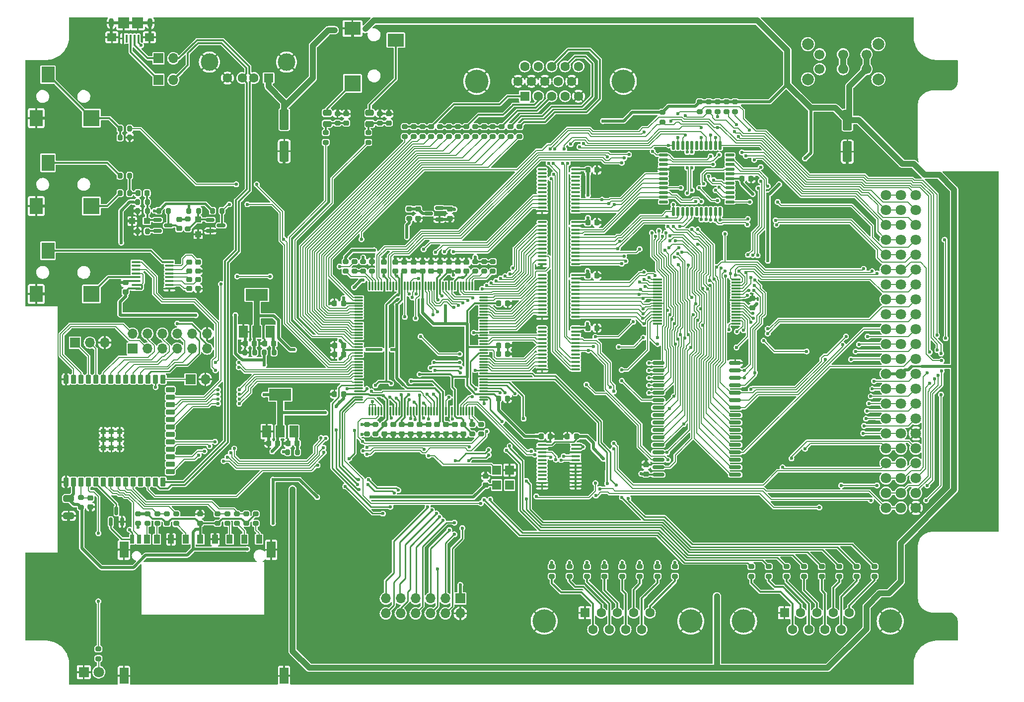
<source format=gtl>
%TF.GenerationSoftware,KiCad,Pcbnew,(7.0.0)*%
%TF.CreationDate,2023-03-16T09:59:11-07:00*%
%TF.ProjectId,aquarius-plus,61717561-7269-4757-932d-706c75732e6b,rev?*%
%TF.SameCoordinates,Original*%
%TF.FileFunction,Copper,L1,Top*%
%TF.FilePolarity,Positive*%
%FSLAX46Y46*%
G04 Gerber Fmt 4.6, Leading zero omitted, Abs format (unit mm)*
G04 Created by KiCad (PCBNEW (7.0.0)) date 2023-03-16 09:59:11*
%MOMM*%
%LPD*%
G01*
G04 APERTURE LIST*
G04 Aperture macros list*
%AMRoundRect*
0 Rectangle with rounded corners*
0 $1 Rounding radius*
0 $2 $3 $4 $5 $6 $7 $8 $9 X,Y pos of 4 corners*
0 Add a 4 corners polygon primitive as box body*
4,1,4,$2,$3,$4,$5,$6,$7,$8,$9,$2,$3,0*
0 Add four circle primitives for the rounded corners*
1,1,$1+$1,$2,$3*
1,1,$1+$1,$4,$5*
1,1,$1+$1,$6,$7*
1,1,$1+$1,$8,$9*
0 Add four rect primitives between the rounded corners*
20,1,$1+$1,$2,$3,$4,$5,0*
20,1,$1+$1,$4,$5,$6,$7,0*
20,1,$1+$1,$6,$7,$8,$9,0*
20,1,$1+$1,$8,$9,$2,$3,0*%
G04 Aperture macros list end*
%TA.AperFunction,SMDPad,CuDef*%
%ADD10RoundRect,0.200000X0.275000X-0.200000X0.275000X0.200000X-0.275000X0.200000X-0.275000X-0.200000X0*%
%TD*%
%TA.AperFunction,ComponentPad*%
%ADD11C,1.800000*%
%TD*%
%TA.AperFunction,SMDPad,CuDef*%
%ADD12RoundRect,0.200000X-0.275000X0.200000X-0.275000X-0.200000X0.275000X-0.200000X0.275000X0.200000X0*%
%TD*%
%TA.AperFunction,SMDPad,CuDef*%
%ADD13RoundRect,0.225000X0.250000X-0.225000X0.250000X0.225000X-0.250000X0.225000X-0.250000X-0.225000X0*%
%TD*%
%TA.AperFunction,SMDPad,CuDef*%
%ADD14RoundRect,0.100000X0.637500X0.100000X-0.637500X0.100000X-0.637500X-0.100000X0.637500X-0.100000X0*%
%TD*%
%TA.AperFunction,SMDPad,CuDef*%
%ADD15RoundRect,0.150000X0.875000X0.150000X-0.875000X0.150000X-0.875000X-0.150000X0.875000X-0.150000X0*%
%TD*%
%TA.AperFunction,ComponentPad*%
%ADD16R,1.700000X1.700000*%
%TD*%
%TA.AperFunction,ComponentPad*%
%ADD17O,1.700000X1.700000*%
%TD*%
%TA.AperFunction,SMDPad,CuDef*%
%ADD18RoundRect,0.225000X-0.250000X0.225000X-0.250000X-0.225000X0.250000X-0.225000X0.250000X0.225000X0*%
%TD*%
%TA.AperFunction,ComponentPad*%
%ADD19C,4.000000*%
%TD*%
%TA.AperFunction,ComponentPad*%
%ADD20R,1.600000X1.600000*%
%TD*%
%TA.AperFunction,ComponentPad*%
%ADD21C,1.600000*%
%TD*%
%TA.AperFunction,SMDPad,CuDef*%
%ADD22R,1.500000X2.000000*%
%TD*%
%TA.AperFunction,SMDPad,CuDef*%
%ADD23R,3.800000X2.000000*%
%TD*%
%TA.AperFunction,SMDPad,CuDef*%
%ADD24RoundRect,0.075000X-0.662500X-0.075000X0.662500X-0.075000X0.662500X0.075000X-0.662500X0.075000X0*%
%TD*%
%TA.AperFunction,SMDPad,CuDef*%
%ADD25RoundRect,0.075000X-0.075000X-0.662500X0.075000X-0.662500X0.075000X0.662500X-0.075000X0.662500X0*%
%TD*%
%TA.AperFunction,SMDPad,CuDef*%
%ADD26RoundRect,0.225000X-0.225000X-0.250000X0.225000X-0.250000X0.225000X0.250000X-0.225000X0.250000X0*%
%TD*%
%TA.AperFunction,SMDPad,CuDef*%
%ADD27RoundRect,0.225000X0.225000X0.250000X-0.225000X0.250000X-0.225000X-0.250000X0.225000X-0.250000X0*%
%TD*%
%TA.AperFunction,SMDPad,CuDef*%
%ADD28RoundRect,0.250000X0.475000X-0.250000X0.475000X0.250000X-0.475000X0.250000X-0.475000X-0.250000X0*%
%TD*%
%TA.AperFunction,SMDPad,CuDef*%
%ADD29RoundRect,0.200000X-0.200000X-0.275000X0.200000X-0.275000X0.200000X0.275000X-0.200000X0.275000X0*%
%TD*%
%TA.AperFunction,SMDPad,CuDef*%
%ADD30RoundRect,0.150000X-0.587500X-0.150000X0.587500X-0.150000X0.587500X0.150000X-0.587500X0.150000X0*%
%TD*%
%TA.AperFunction,SMDPad,CuDef*%
%ADD31RoundRect,0.150000X0.587500X0.150000X-0.587500X0.150000X-0.587500X-0.150000X0.587500X-0.150000X0*%
%TD*%
%TA.AperFunction,SMDPad,CuDef*%
%ADD32RoundRect,0.200000X0.200000X0.275000X-0.200000X0.275000X-0.200000X-0.275000X0.200000X-0.275000X0*%
%TD*%
%TA.AperFunction,SMDPad,CuDef*%
%ADD33R,2.200000X2.800000*%
%TD*%
%TA.AperFunction,SMDPad,CuDef*%
%ADD34R,2.800000X2.800000*%
%TD*%
%TA.AperFunction,ComponentPad*%
%ADD35C,2.000000*%
%TD*%
%TA.AperFunction,ComponentPad*%
%ADD36C,1.700000*%
%TD*%
%TA.AperFunction,SMDPad,CuDef*%
%ADD37RoundRect,0.100000X0.100000X0.575000X-0.100000X0.575000X-0.100000X-0.575000X0.100000X-0.575000X0*%
%TD*%
%TA.AperFunction,ComponentPad*%
%ADD38O,0.900000X1.600000*%
%TD*%
%TA.AperFunction,SMDPad,CuDef*%
%ADD39R,1.600000X1.400000*%
%TD*%
%TA.AperFunction,SMDPad,CuDef*%
%ADD40R,1.900000X1.900000*%
%TD*%
%TA.AperFunction,SMDPad,CuDef*%
%ADD41RoundRect,0.075000X0.712500X0.075000X-0.712500X0.075000X-0.712500X-0.075000X0.712500X-0.075000X0*%
%TD*%
%TA.AperFunction,SMDPad,CuDef*%
%ADD42R,1.000000X1.500000*%
%TD*%
%TA.AperFunction,SMDPad,CuDef*%
%ADD43R,0.700000X1.500000*%
%TD*%
%TA.AperFunction,SMDPad,CuDef*%
%ADD44R,1.500000X2.800000*%
%TD*%
%TA.AperFunction,SMDPad,CuDef*%
%ADD45RoundRect,0.137500X0.600000X0.137500X-0.600000X0.137500X-0.600000X-0.137500X0.600000X-0.137500X0*%
%TD*%
%TA.AperFunction,SMDPad,CuDef*%
%ADD46RoundRect,0.137500X0.137500X0.600000X-0.137500X0.600000X-0.137500X-0.600000X0.137500X-0.600000X0*%
%TD*%
%TA.AperFunction,SMDPad,CuDef*%
%ADD47RoundRect,0.100000X-0.637500X-0.100000X0.637500X-0.100000X0.637500X0.100000X-0.637500X0.100000X0*%
%TD*%
%TA.AperFunction,ComponentPad*%
%ADD48R,1.600000X1.500000*%
%TD*%
%TA.AperFunction,ComponentPad*%
%ADD49C,3.000000*%
%TD*%
%TA.AperFunction,ComponentPad*%
%ADD50R,1.800000X1.800000*%
%TD*%
%TA.AperFunction,SMDPad,CuDef*%
%ADD51RoundRect,0.250000X-0.550000X1.500000X-0.550000X-1.500000X0.550000X-1.500000X0.550000X1.500000X0*%
%TD*%
%TA.AperFunction,SMDPad,CuDef*%
%ADD52R,1.000000X1.000000*%
%TD*%
%TA.AperFunction,SMDPad,CuDef*%
%ADD53R,1.500000X1.600000*%
%TD*%
%TA.AperFunction,SMDPad,CuDef*%
%ADD54RoundRect,0.150000X0.150000X-0.587500X0.150000X0.587500X-0.150000X0.587500X-0.150000X-0.587500X0*%
%TD*%
%TA.AperFunction,SMDPad,CuDef*%
%ADD55RoundRect,0.250000X-0.650000X0.325000X-0.650000X-0.325000X0.650000X-0.325000X0.650000X0.325000X0*%
%TD*%
%TA.AperFunction,SMDPad,CuDef*%
%ADD56R,2.800000X2.200000*%
%TD*%
%TA.AperFunction,SMDPad,CuDef*%
%ADD57RoundRect,0.225000X0.225000X0.525000X-0.225000X0.525000X-0.225000X-0.525000X0.225000X-0.525000X0*%
%TD*%
%TA.AperFunction,SMDPad,CuDef*%
%ADD58RoundRect,0.225000X-0.525000X0.225000X-0.525000X-0.225000X0.525000X-0.225000X0.525000X0.225000X0*%
%TD*%
%TA.AperFunction,SMDPad,CuDef*%
%ADD59RoundRect,0.225000X-0.225000X-0.525000X0.225000X-0.525000X0.225000X0.525000X-0.225000X0.525000X0*%
%TD*%
%TA.AperFunction,SMDPad,CuDef*%
%ADD60RoundRect,0.225000X-0.225000X-0.225000X0.225000X-0.225000X0.225000X0.225000X-0.225000X0.225000X0*%
%TD*%
%TA.AperFunction,ViaPad*%
%ADD61C,0.600000*%
%TD*%
%TA.AperFunction,Conductor*%
%ADD62C,0.250000*%
%TD*%
%TA.AperFunction,Conductor*%
%ADD63C,0.500000*%
%TD*%
%TA.AperFunction,Conductor*%
%ADD64C,0.200000*%
%TD*%
%TA.AperFunction,Conductor*%
%ADD65C,1.000000*%
%TD*%
%TA.AperFunction,Conductor*%
%ADD66C,0.300000*%
%TD*%
%TA.AperFunction,Conductor*%
%ADD67C,0.400000*%
%TD*%
G04 APERTURE END LIST*
D10*
%TO.P,R76,1*%
%TO.N,Net-(J14-Pad9)*%
X207300000Y-130825000D03*
%TO.P,R76,2*%
%TO.N,HC2_D03*%
X207300000Y-129175000D03*
%TD*%
D11*
%TO.P,J10,1,Pin_1*%
%TO.N,unconnected-(J10-Pin_1-Pad1)*%
X214825000Y-65830000D03*
X212285000Y-65830000D03*
%TO.P,J10,2,Pin_2*%
%TO.N,CASSETTE_OUT*%
X217365000Y-65830000D03*
%TO.P,J10,3,Pin_3*%
%TO.N,INT#*%
X214825000Y-68370000D03*
X212285000Y-68370000D03*
%TO.P,J10,4,Pin_4*%
%TO.N,BUSREQ#*%
X217365000Y-68370000D03*
%TO.P,J10,5,Pin_5*%
%TO.N,RESET#*%
X214825000Y-70910000D03*
X212285000Y-70910000D03*
%TO.P,J10,6,Pin_6*%
%TO.N,M1#*%
X217365000Y-70910000D03*
%TO.P,J10,7,Pin_7*%
%TO.N,RFSH#*%
X214825000Y-73450000D03*
X212285000Y-73450000D03*
%TO.P,J10,8,Pin_8*%
%TO.N,PHI*%
X217365000Y-73450000D03*
%TO.P,J10,9,Pin_9*%
%TO.N,A15*%
X214825000Y-75990000D03*
X212285000Y-75990000D03*
%TO.P,J10,10,Pin_10*%
%TO.N,A14*%
X217365000Y-75990000D03*
%TO.P,J10,11,Pin_11*%
%TO.N,CART_CE#*%
X214825000Y-78530000D03*
X212285000Y-78530000D03*
%TO.P,J10,12,Pin_12*%
%TO.N,A6*%
X217365000Y-78530000D03*
%TO.P,J10,13,Pin_13*%
%TO.N,A5*%
X214825000Y-81070000D03*
X212285000Y-81070000D03*
%TO.P,J10,14,Pin_14*%
%TO.N,A7*%
X217365000Y-81070000D03*
%TO.P,J10,15,Pin_15*%
%TO.N,A4*%
X214825000Y-83610000D03*
X212285000Y-83610000D03*
%TO.P,J10,16,Pin_16*%
%TO.N,A8*%
X217365000Y-83610000D03*
%TO.P,J10,17,Pin_17*%
%TO.N,A3*%
X214825000Y-86150000D03*
X212285000Y-86150000D03*
%TO.P,J10,18,Pin_18*%
%TO.N,A9*%
X217365000Y-86150000D03*
%TO.P,J10,19,Pin_19*%
%TO.N,A2*%
X214825000Y-88690000D03*
X212285000Y-88690000D03*
%TO.P,J10,20,Pin_20*%
%TO.N,A10*%
X217365000Y-88690000D03*
%TO.P,J10,21,Pin_21*%
%TO.N,A1*%
X214825000Y-91230000D03*
X212285000Y-91230000D03*
%TO.P,J10,22,Pin_22*%
%TO.N,A11*%
X217365000Y-91230000D03*
%TO.P,J10,23,Pin_23*%
%TO.N,A0*%
X214825000Y-93770000D03*
X212285000Y-93770000D03*
%TO.P,J10,24,Pin_24*%
%TO.N,A12*%
X217365000Y-93770000D03*
%TO.P,J10,25,Pin_25*%
%TO.N,+5V*%
X214825000Y-96310000D03*
X212285000Y-96310000D03*
%TO.P,J10,26,Pin_26*%
%TO.N,D0*%
X217365000Y-96310000D03*
%TO.P,J10,27,Pin_27*%
%TO.N,D1*%
X214825000Y-98850000D03*
X212285000Y-98850000D03*
%TO.P,J10,28,Pin_28*%
%TO.N,D2*%
X217365000Y-98850000D03*
%TO.P,J10,29,Pin_29*%
%TO.N,D3*%
X214825000Y-101390000D03*
X212285000Y-101390000D03*
%TO.P,J10,30,Pin_30*%
%TO.N,D4*%
X217365000Y-101390000D03*
%TO.P,J10,31,Pin_31*%
%TO.N,D5*%
X214825000Y-103930000D03*
X212285000Y-103930000D03*
%TO.P,J10,32,Pin_32*%
%TO.N,D6*%
X217365000Y-103930000D03*
%TO.P,J10,33,Pin_33*%
%TO.N,D7*%
X214825000Y-106470000D03*
X212285000Y-106470000D03*
%TO.P,J10,34,Pin_34*%
%TO.N,GND*%
X217365000Y-106470000D03*
%TO.P,J10,35,Pin_35*%
%TO.N,RD#*%
X214825000Y-109010000D03*
X212285000Y-109010000D03*
%TO.P,J10,36,Pin_36*%
%TO.N,A13*%
X217365000Y-109010000D03*
%TO.P,J10,37,Pin_37*%
%TO.N,WR#*%
X214825000Y-111550000D03*
X212285000Y-111550000D03*
%TO.P,J10,38,Pin_38*%
%TO.N,MREQ#*%
X217365000Y-111550000D03*
%TO.P,J10,39,Pin_39*%
%TO.N,NMI#*%
X214825000Y-114090000D03*
X212285000Y-114090000D03*
%TO.P,J10,40,Pin_40*%
%TO.N,WAIT#*%
X217365000Y-114090000D03*
%TO.P,J10,41,Pin_41*%
%TO.N,HALT#*%
X214825000Y-116630000D03*
X212285000Y-116630000D03*
%TO.P,J10,42,Pin_42*%
%TO.N,BUSACK#*%
X217365000Y-116630000D03*
%TO.P,J10,43,Pin_43*%
%TO.N,IORQ#*%
X214825000Y-119170000D03*
X212285000Y-119170000D03*
%TO.P,J10,44,Pin_44*%
%TO.N,GND*%
X217365000Y-119170000D03*
%TD*%
D12*
%TO.P,R3,1*%
%TO.N,+5V*%
X183550000Y-49925000D03*
%TO.P,R3,2*%
%TO.N,BUSREQ#*%
X183550000Y-51575000D03*
%TD*%
D13*
%TO.P,C25,1*%
%TO.N,+3V3*%
X140750000Y-78775000D03*
%TO.P,C25,2*%
%TO.N,GND*%
X140750000Y-77225000D03*
%TD*%
D10*
%TO.P,R51,1*%
%TO.N,+3V3*%
X75016750Y-119065071D03*
%TO.P,R51,2*%
%TO.N,Net-(U13-EN)*%
X75016750Y-117415071D03*
%TD*%
D14*
%TO.P,U5,1,~{EN}*%
%TO.N,GND*%
X90112500Y-81775000D03*
%TO.P,U5,2,C1+*%
%TO.N,Net-(U5-C1+)*%
X90112500Y-81125000D03*
%TO.P,U5,3,V+*%
%TO.N,Net-(U5-V+)*%
X90112500Y-80475000D03*
%TO.P,U5,4,C1-*%
%TO.N,Net-(U5-C1-)*%
X90112500Y-79825000D03*
%TO.P,U5,5,C2+*%
%TO.N,Net-(U5-C2+)*%
X90112500Y-79175000D03*
%TO.P,U5,6,C2-*%
%TO.N,Net-(U5-C2-)*%
X90112500Y-78525000D03*
%TO.P,U5,7,V-*%
%TO.N,Net-(U5-V-)*%
X90112500Y-77875000D03*
%TO.P,U5,8,RIN*%
%TO.N,Net-(U5-RIN)*%
X90112500Y-77225000D03*
%TO.P,U5,9,ROUT*%
%TO.N,PRINTER_IN*%
X84387500Y-77225000D03*
%TO.P,U5,10,~{INVALID}*%
%TO.N,unconnected-(U5-~{INVALID}-Pad10)*%
X84387500Y-77875000D03*
%TO.P,U5,11,DIN*%
%TO.N,PRINTER_OUT*%
X84387500Y-78525000D03*
%TO.P,U5,12,FORCEON*%
%TO.N,+3V3*%
X84387500Y-79175000D03*
%TO.P,U5,13,DOUT*%
%TO.N,Net-(U5-DOUT)*%
X84387500Y-79825000D03*
%TO.P,U5,14,GND*%
%TO.N,GND*%
X84387500Y-80475000D03*
%TO.P,U5,15,VCC*%
%TO.N,+3V3*%
X84387500Y-81125000D03*
%TO.P,U5,16,~{FORCEOFF}*%
X84387500Y-81775000D03*
%TD*%
D15*
%TO.P,U12,1,A17*%
%TO.N,BA17*%
X186550000Y-113525000D03*
%TO.P,U12,2,A16*%
%TO.N,BA16*%
X186550000Y-112255000D03*
%TO.P,U12,3,A14*%
%TO.N,BA14*%
X186550000Y-110985000D03*
%TO.P,U12,4,A12*%
%TO.N,A12*%
X186550000Y-109715000D03*
%TO.P,U12,5,A7*%
%TO.N,A7*%
X186550000Y-108445000D03*
%TO.P,U12,6,A6*%
%TO.N,A6*%
X186550000Y-107175000D03*
%TO.P,U12,7,A5*%
%TO.N,A5*%
X186550000Y-105905000D03*
%TO.P,U12,8,A4*%
%TO.N,A4*%
X186550000Y-104635000D03*
%TO.P,U12,9,A3*%
%TO.N,A3*%
X186550000Y-103365000D03*
%TO.P,U12,10,A2*%
%TO.N,A2*%
X186550000Y-102095000D03*
%TO.P,U12,11,A1*%
%TO.N,A1*%
X186550000Y-100825000D03*
%TO.P,U12,12,A0*%
%TO.N,A0*%
X186550000Y-99555000D03*
%TO.P,U12,13,DQ0*%
%TO.N,D0*%
X186550000Y-98285000D03*
%TO.P,U12,14,DQ1*%
%TO.N,D1*%
X186550000Y-97015000D03*
%TO.P,U12,15,DQ2*%
%TO.N,D2*%
X186550000Y-95745000D03*
%TO.P,U12,16,GND*%
%TO.N,GND*%
X186550000Y-94475000D03*
%TO.P,U12,17,DQ3*%
%TO.N,D3*%
X173450000Y-94475000D03*
%TO.P,U12,18,DQ4*%
%TO.N,D4*%
X173450000Y-95745000D03*
%TO.P,U12,19,DQ5*%
%TO.N,D5*%
X173450000Y-97015000D03*
%TO.P,U12,20,DQ6*%
%TO.N,D6*%
X173450000Y-98285000D03*
%TO.P,U12,21,DQ7*%
%TO.N,D7*%
X173450000Y-99555000D03*
%TO.P,U12,22,~{CE}*%
%TO.N,RAM_CE#*%
X173450000Y-100825000D03*
%TO.P,U12,23,A10*%
%TO.N,A10*%
X173450000Y-102095000D03*
%TO.P,U12,24,~{OE}*%
%TO.N,RD#*%
X173450000Y-103365000D03*
%TO.P,U12,25,A11*%
%TO.N,A11*%
X173450000Y-104635000D03*
%TO.P,U12,26,A9*%
%TO.N,A9*%
X173450000Y-105905000D03*
%TO.P,U12,27,A8*%
%TO.N,A8*%
X173450000Y-107175000D03*
%TO.P,U12,28,A13*%
%TO.N,A13*%
X173450000Y-108445000D03*
%TO.P,U12,29,~{WE}*%
%TO.N,RAM_ROM_WE#*%
X173450000Y-109715000D03*
%TO.P,U12,30,A18*%
%TO.N,BA18*%
X173450000Y-110985000D03*
%TO.P,U12,31,A15*%
%TO.N,BA15*%
X173450000Y-112255000D03*
%TO.P,U12,32,VDD*%
%TO.N,+5V*%
X173450000Y-113525000D03*
%TD*%
D16*
%TO.P,JP3,1,A*%
%TO.N,Net-(JP3-A)*%
X93699999Y-97249999D03*
D17*
%TO.P,JP3,2,B*%
%TO.N,GND*%
X96239999Y-97249999D03*
%TD*%
D12*
%TO.P,R60,1*%
%TO.N,SD_SSEL#*%
X103228100Y-120175027D03*
%TO.P,R60,2*%
%TO.N,+3V3*%
X103228100Y-121825027D03*
%TD*%
D10*
%TO.P,R64,1*%
%TO.N,Net-(J13-Pad7)*%
X161300000Y-130825000D03*
%TO.P,R64,2*%
%TO.N,HC1_D01*%
X161300000Y-129175000D03*
%TD*%
%TO.P,R17,1*%
%TO.N,VGA_G0*%
X140750000Y-55825000D03*
%TO.P,R17,2*%
%TO.N,Net-(J2-Pad2)*%
X140750000Y-54175000D03*
%TD*%
%TO.P,R19,1*%
%TO.N,VGA_B2*%
X143750000Y-55825000D03*
%TO.P,R19,2*%
%TO.N,Net-(J2-Pad3)*%
X143750000Y-54175000D03*
%TD*%
D18*
%TO.P,C47,1*%
%TO.N,+3V3*%
X134250000Y-104975000D03*
%TO.P,C47,2*%
%TO.N,GND*%
X134250000Y-106525000D03*
%TD*%
D19*
%TO.P,J14,0,PAD*%
%TO.N,GND*%
X187990000Y-138489669D03*
X212990000Y-138489669D03*
D20*
%TO.P,J14,1,1*%
X194949999Y-137069668D03*
D21*
%TO.P,J14,2,2*%
%TO.N,Net-(J14-Pad2)*%
X197720000Y-137069669D03*
%TO.P,J14,3,3*%
%TO.N,Net-(J14-Pad3)*%
X200490000Y-137069669D03*
%TO.P,J14,4,4*%
%TO.N,Net-(J14-Pad4)*%
X203260000Y-137069669D03*
%TO.P,J14,5,5*%
%TO.N,Net-(J14-Pad5)*%
X206030000Y-137069669D03*
%TO.P,J14,6,6*%
%TO.N,Net-(J14-Pad6)*%
X196335000Y-139909669D03*
%TO.P,J14,7,7*%
%TO.N,Net-(J14-Pad7)*%
X199105000Y-139909669D03*
%TO.P,J14,8,8*%
%TO.N,Net-(J14-Pad8)*%
X201875000Y-139909669D03*
%TO.P,J14,9,9*%
%TO.N,Net-(J14-Pad9)*%
X204645000Y-139909669D03*
%TD*%
D16*
%TO.P,J11,1,Pin_1*%
%TO.N,+3V3*%
X139699999Y-134619999D03*
D17*
%TO.P,J11,2,Pin_2*%
%TO.N,GND*%
X139699999Y-137159999D03*
%TO.P,J11,3,Pin_3*%
%TO.N,FPGA_EXP1*%
X137159999Y-134619999D03*
%TO.P,J11,4,Pin_4*%
%TO.N,FPGA_EXP0*%
X137159999Y-137159999D03*
%TO.P,J11,5,Pin_5*%
%TO.N,FPGA_EXP3*%
X134619999Y-134619999D03*
%TO.P,J11,6,Pin_6*%
%TO.N,FPGA_EXP2*%
X134619999Y-137159999D03*
%TO.P,J11,7,Pin_7*%
%TO.N,FPGA_EXP5*%
X132079999Y-134619999D03*
%TO.P,J11,8,Pin_8*%
%TO.N,FPGA_EXP4*%
X132079999Y-137159999D03*
%TO.P,J11,9,Pin_9*%
%TO.N,FPGA_EXP7*%
X129539999Y-134619999D03*
%TO.P,J11,10,Pin_10*%
%TO.N,FPGA_EXP6*%
X129539999Y-137159999D03*
%TO.P,J11,11,Pin_11*%
%TO.N,FPGA_EXP9*%
X126999999Y-134619999D03*
%TO.P,J11,12,Pin_12*%
%TO.N,FPGA_EXP8*%
X126999999Y-137159999D03*
%TD*%
D10*
%TO.P,R34,1*%
%TO.N,+3V3*%
X131000000Y-69825000D03*
%TO.P,R34,2*%
%TO.N,Net-(U3-VI)*%
X131000000Y-68175000D03*
%TD*%
%TO.P,R74,1*%
%TO.N,Net-(J14-Pad8)*%
X201300000Y-130825000D03*
%TO.P,R74,2*%
%TO.N,HC2_D02*%
X201300000Y-129175000D03*
%TD*%
D13*
%TO.P,C56,1*%
%TO.N,+5V*%
X171350000Y-113375000D03*
%TO.P,C56,2*%
%TO.N,GND*%
X171350000Y-111825000D03*
%TD*%
D10*
%TO.P,R65,1*%
%TO.N,Net-(J13-Pad3)*%
X164300000Y-130825000D03*
%TO.P,R65,2*%
%TO.N,HC1_D06*%
X164300000Y-129175000D03*
%TD*%
D13*
%TO.P,C4,1*%
%TO.N,Net-(C3-Pad1)*%
X127500000Y-53525000D03*
%TO.P,C4,2*%
%TO.N,GND*%
X127500000Y-51975000D03*
%TD*%
D22*
%TO.P,U8,1,GND*%
%TO.N,GND*%
X102699999Y-89149999D03*
%TO.P,U8,2,VO*%
%TO.N,+1V2*%
X104999999Y-89149999D03*
D23*
X104999999Y-82849999D03*
D22*
%TO.P,U8,3,VI*%
%TO.N,Net-(U8-VI)*%
X107299999Y-89149999D03*
%TD*%
D12*
%TO.P,R59,2*%
%TO.N,Net-(J12-CD{slash}DAT3)*%
X101600000Y-121825000D03*
%TO.P,R59,1*%
%TO.N,SD_SSEL#*%
X101600000Y-120175000D03*
%TD*%
D18*
%TO.P,C50,1*%
%TO.N,+2V5*%
X138750000Y-104975000D03*
%TO.P,C50,2*%
%TO.N,GND*%
X138750000Y-106525000D03*
%TD*%
D13*
%TO.P,C19,1*%
%TO.N,+3V3*%
X131750000Y-78775000D03*
%TO.P,C19,2*%
%TO.N,GND*%
X131750000Y-77225000D03*
%TD*%
D24*
%TO.P,U9,1,B7_IO*%
%TO.N,VGA_HSYNC*%
X122337500Y-83250000D03*
%TO.P,U9,2,B7_IO*%
%TO.N,VGA_VSYNC*%
X122337500Y-83750000D03*
%TO.P,U9,3,VCCO_LEFT*%
%TO.N,+3V3*%
X122337500Y-84250000D03*
%TO.P,U9,4,B7_IO_VREF*%
%TO.N,VGA_B0*%
X122337500Y-84750000D03*
%TO.P,U9,5,B7_IO*%
%TO.N,VGA_B1*%
X122337500Y-85250000D03*
%TO.P,U9,6,B7_IO*%
%TO.N,VGA_B2*%
X122337500Y-85750000D03*
%TO.P,U9,7,B7_IO*%
%TO.N,VGA_B3*%
X122337500Y-86250000D03*
%TO.P,U9,8,B7_IO*%
%TO.N,VGA_G0*%
X122337500Y-86750000D03*
%TO.P,U9,9,GND*%
%TO.N,GND*%
X122337500Y-87250000D03*
%TO.P,U9,10,B7_IO*%
%TO.N,VGA_G1*%
X122337500Y-87750000D03*
%TO.P,U9,11,B7_IO*%
%TO.N,VGA_G2*%
X122337500Y-88250000D03*
%TO.P,U9,12,B7_IO*%
%TO.N,VGA_G3*%
X122337500Y-88750000D03*
%TO.P,U9,13,B7_IO*%
%TO.N,VGA_R0*%
X122337500Y-89250000D03*
%TO.P,U9,14,B7_IO*%
%TO.N,VGA_R1*%
X122337500Y-89750000D03*
%TO.P,U9,15,B7_IO*%
%TO.N,VGA_R2*%
X122337500Y-90250000D03*
%TO.P,U9,16,GND*%
%TO.N,GND*%
X122337500Y-90750000D03*
%TO.P,U9,17,B7_IO*%
%TO.N,VGA_R3*%
X122337500Y-91250000D03*
%TO.P,U9,18,B7_IO_VREF*%
%TO.N,AUDIO_R*%
X122337500Y-91750000D03*
%TO.P,U9,19,VCCO_LEFT*%
%TO.N,+3V3*%
X122337500Y-92250000D03*
%TO.P,U9,20,B6_IO_VREF*%
%TO.N,AUDIO_L*%
X122337500Y-92750000D03*
%TO.P,U9,21,B6_IO*%
%TO.N,CASSETTE_OUT*%
X122337500Y-93250000D03*
%TO.P,U9,22,GND*%
%TO.N,GND*%
X122337500Y-93750000D03*
%TO.P,U9,23,B6_IO*%
%TO.N,CASSETTE_IN*%
X122337500Y-94250000D03*
%TO.P,U9,24,B6_IO_VREF*%
%TO.N,PRINTER_IN*%
X122337500Y-94750000D03*
%TO.P,U9,25,B6_IO*%
%TO.N,PRINTER_OUT*%
X122337500Y-95250000D03*
%TO.P,U9,26,B6_IO*%
%TO.N,ESP_CTS*%
X122337500Y-95750000D03*
%TO.P,U9,27,B6_IO*%
%TO.N,ESP_RX*%
X122337500Y-96250000D03*
%TO.P,U9,28,B6_IO*%
%TO.N,ESP_RTS*%
X122337500Y-96750000D03*
%TO.P,U9,29,GND*%
%TO.N,GND*%
X122337500Y-97250000D03*
%TO.P,U9,30,B6_IO*%
%TO.N,ESP_TX*%
X122337500Y-97750000D03*
%TO.P,U9,31,B6_IO*%
%TO.N,HC1_D00*%
X122337500Y-98250000D03*
%TO.P,U9,32,B6_IO*%
%TO.N,HC1_D07*%
X122337500Y-98750000D03*
%TO.P,U9,33,B6_IO*%
%TO.N,HC1_D01*%
X122337500Y-99250000D03*
%TO.P,U9,34,VCCO_LEFT*%
%TO.N,+3V3*%
X122337500Y-99750000D03*
%TO.P,U9,35,B6_IO*%
%TO.N,HC1_D06*%
X122337500Y-100250000D03*
%TO.P,U9,36,B6_IO*%
%TO.N,HC1_D02*%
X122337500Y-100750000D03*
D25*
%TO.P,U9,37,M1*%
%TO.N,+2V5*%
X124250000Y-102662500D03*
%TO.P,U9,38,M0*%
X124750000Y-102662500D03*
%TO.P,U9,39,M2*%
X125250000Y-102662500D03*
%TO.P,U9,40,B5_IO*%
%TO.N,SPI_SCLK*%
X125750000Y-102662500D03*
%TO.P,U9,41,B5_IO*%
%TO.N,RAM_ROM_WE#*%
X126250000Y-102662500D03*
%TO.P,U9,42,GND*%
%TO.N,GND*%
X126750000Y-102662500D03*
%TO.P,U9,43,VCCO_BOTTOM*%
%TO.N,+3V3*%
X127250000Y-102662500D03*
%TO.P,U9,44,B5_IO_VREF*%
%TO.N,HC1_D05*%
X127750000Y-102662500D03*
%TO.P,U9,45,GND*%
%TO.N,GND*%
X128250000Y-102662500D03*
%TO.P,U9,46,B5_IO*%
%TO.N,HC1_D03*%
X128750000Y-102662500D03*
%TO.P,U9,47,B5_IO*%
%TO.N,HC1_D04*%
X129250000Y-102662500D03*
%TO.P,U9,48,VCCAUX*%
%TO.N,+2V5*%
X129750000Y-102662500D03*
%TO.P,U9,49,VCCINT*%
%TO.N,+1V2*%
X130250000Y-102662500D03*
%TO.P,U9,50,B5_IO*%
%TO.N,FPGA_EXP9*%
X130750000Y-102662500D03*
%TO.P,U9,51,B5_IO*%
%TO.N,FPGA_EXP8*%
X131250000Y-102662500D03*
%TO.P,U9,52,B5_IO_GCLK2*%
%TO.N,FPGA_EXP7*%
X131750000Y-102662500D03*
%TO.P,U9,53,B5_IO_GCLK3*%
%TO.N,FPGA_EXP6*%
X132250000Y-102662500D03*
%TO.P,U9,54,VCCO_BOTTOM*%
%TO.N,+3V3*%
X132750000Y-102662500D03*
%TO.P,U9,55,B4_IO_GCLK0*%
%TO.N,SYSCLK*%
X133250000Y-102662500D03*
%TO.P,U9,56,B4_IO_GCLK1*%
%TO.N,FPGA_EXP5*%
X133750000Y-102662500D03*
%TO.P,U9,57,B4_IO_DOUT*%
%TO.N,SPI_MISO*%
X134250000Y-102662500D03*
%TO.P,U9,58,B4_IO_INIT_B*%
%TO.N,Net-(U9-B4_IO_INIT_B)*%
X134750000Y-102662500D03*
%TO.P,U9,59,B4_IO*%
%TO.N,FPGA_EXP4*%
X135250000Y-102662500D03*
%TO.P,U9,60,B4_IO*%
%TO.N,FPGA_EXP3*%
X135750000Y-102662500D03*
%TO.P,U9,61,VCCINT*%
%TO.N,+1V2*%
X136250000Y-102662500D03*
%TO.P,U9,62,VCCAUX*%
%TO.N,+2V5*%
X136750000Y-102662500D03*
%TO.P,U9,63,B4_IO*%
%TO.N,ROM_CE#*%
X137250000Y-102662500D03*
%TO.P,U9,64,GND*%
%TO.N,GND*%
X137750000Y-102662500D03*
%TO.P,U9,65,B4_IO_DIN*%
%TO.N,SPI_MOSI*%
X138250000Y-102662500D03*
%TO.P,U9,66,VCCO_BOTTOM*%
%TO.N,+3V3*%
X138750000Y-102662500D03*
%TO.P,U9,67,GND*%
%TO.N,GND*%
X139250000Y-102662500D03*
%TO.P,U9,68,B4_IO*%
%TO.N,RAM_CE#*%
X139750000Y-102662500D03*
%TO.P,U9,69,B4_IO*%
%TO.N,FPGA_PHI*%
X140250000Y-102662500D03*
%TO.P,U9,70,B4_IO_VREF*%
%TO.N,FPGA_CART_CE#*%
X140750000Y-102662500D03*
%TO.P,U9,71,DONE*%
%TO.N,FPGA_DONE*%
X141250000Y-102662500D03*
%TO.P,U9,72,CCLK*%
%TO.N,Net-(U9-CCLK)*%
X141750000Y-102662500D03*
D24*
%TO.P,U9,73,B3_IO*%
%TO.N,HC2_D00*%
X143662500Y-100750000D03*
%TO.P,U9,74,B3_IO*%
%TO.N,HC2_D07*%
X143662500Y-100250000D03*
%TO.P,U9,75,VCCO_RIGHT*%
%TO.N,+3V3*%
X143662500Y-99750000D03*
%TO.P,U9,76,B3_IO*%
%TO.N,HC2_D01*%
X143662500Y-99250000D03*
%TO.P,U9,77,B3_IO*%
%TO.N,HC2_D06*%
X143662500Y-98750000D03*
%TO.P,U9,78,B3_IO*%
%TO.N,HC2_D02*%
X143662500Y-98250000D03*
%TO.P,U9,79,B3_IO*%
%TO.N,HC2_D05*%
X143662500Y-97750000D03*
%TO.P,U9,80,B3_IO*%
%TO.N,HC2_D03*%
X143662500Y-97250000D03*
%TO.P,U9,81,GND*%
%TO.N,GND*%
X143662500Y-96750000D03*
%TO.P,U9,82,B3_IO*%
%TO.N,HC2_D04*%
X143662500Y-96250000D03*
%TO.P,U9,83,B3_IO*%
%TO.N,FPGA_EXP2*%
X143662500Y-95750000D03*
%TO.P,U9,84,B3_IO_VREF*%
%TO.N,FPGA_BUSACK#*%
X143662500Y-95250000D03*
%TO.P,U9,85,B3_IO*%
%TO.N,FPGA_BUSREQ#*%
X143662500Y-94750000D03*
%TO.P,U9,86,B3_IO*%
%TO.N,FPGA_RESET#*%
X143662500Y-94250000D03*
%TO.P,U9,87,B3_IO*%
%TO.N,FPGA_INT#*%
X143662500Y-93750000D03*
%TO.P,U9,88,GND*%
%TO.N,GND*%
X143662500Y-93250000D03*
%TO.P,U9,89,B3_IO*%
%TO.N,FPGA_EXP1*%
X143662500Y-92750000D03*
%TO.P,U9,90,B3_IO_VREF*%
%TO.N,FPGA_WR#*%
X143662500Y-92250000D03*
%TO.P,U9,91,VCCO_RIGHT*%
%TO.N,+3V3*%
X143662500Y-91750000D03*
%TO.P,U9,92,B2_IO_VREF*%
%TO.N,FPGA_RD#*%
X143662500Y-91250000D03*
%TO.P,U9,93,B2_IO*%
%TO.N,FPGA_IORQ#*%
X143662500Y-90750000D03*
%TO.P,U9,94,GND*%
%TO.N,GND*%
X143662500Y-90250000D03*
%TO.P,U9,95,B2_IO*%
%TO.N,FPGA_MREQ#*%
X143662500Y-89750000D03*
%TO.P,U9,96,B2_IO*%
%TO.N,FPGA_EXP0*%
X143662500Y-89250000D03*
%TO.P,U9,97,B2_IO*%
%TO.N,FPGA_D7*%
X143662500Y-88750000D03*
%TO.P,U9,98,B2_IO_VREF*%
%TO.N,FPGA_D6*%
X143662500Y-88250000D03*
%TO.P,U9,99,B2_IO*%
%TO.N,FPGA_D5*%
X143662500Y-87750000D03*
%TO.P,U9,100,B2_IO*%
%TO.N,FPGA_D4*%
X143662500Y-87250000D03*
%TO.P,U9,101,GND*%
%TO.N,GND*%
X143662500Y-86750000D03*
%TO.P,U9,102,B2_IO*%
%TO.N,FPGA_D3*%
X143662500Y-86250000D03*
%TO.P,U9,103,B2_IO*%
%TO.N,FPGA_D2*%
X143662500Y-85750000D03*
%TO.P,U9,104,B2_IO*%
%TO.N,FPGA_D1*%
X143662500Y-85250000D03*
%TO.P,U9,105,B2_IO*%
%TO.N,FPGA_D0*%
X143662500Y-84750000D03*
%TO.P,U9,106,VCCO_RIGHT*%
%TO.N,+3V3*%
X143662500Y-84250000D03*
%TO.P,U9,107,B2_IO*%
%TO.N,FPGA_A15*%
X143662500Y-83750000D03*
%TO.P,U9,108,B2_IO*%
%TO.N,FPGA_A14*%
X143662500Y-83250000D03*
D25*
%TO.P,U9,109,TDO*%
%TO.N,Net-(U9-TDO)*%
X141750000Y-81337500D03*
%TO.P,U9,110,TCK*%
%TO.N,Net-(U9-TCK)*%
X141250000Y-81337500D03*
%TO.P,U9,111,TMS*%
%TO.N,Net-(U9-TMS)*%
X140750000Y-81337500D03*
%TO.P,U9,112,B1_IO*%
%TO.N,FPGA_A13*%
X140250000Y-81337500D03*
%TO.P,U9,113,B1_IO*%
%TO.N,FPGA_A12*%
X139750000Y-81337500D03*
%TO.P,U9,114,GND*%
%TO.N,GND*%
X139250000Y-81337500D03*
%TO.P,U9,115,VCCO_TOP*%
%TO.N,+3V3*%
X138750000Y-81337500D03*
%TO.P,U9,116,B1_IO*%
%TO.N,FPGA_A11*%
X138250000Y-81337500D03*
%TO.P,U9,117,GND*%
%TO.N,GND*%
X137750000Y-81337500D03*
%TO.P,U9,118,B1_IO*%
%TO.N,FPGA_A10*%
X137250000Y-81337500D03*
%TO.P,U9,119,B1_IO*%
%TO.N,FPGA_A9*%
X136750000Y-81337500D03*
%TO.P,U9,120,VCCAUX*%
%TO.N,+2V5*%
X136250000Y-81337500D03*
%TO.P,U9,121,VCCINT*%
%TO.N,+1V2*%
X135750000Y-81337500D03*
%TO.P,U9,122,B1_IO*%
%TO.N,FPGA_A8*%
X135250000Y-81337500D03*
%TO.P,U9,123,B1_IO_VREF*%
%TO.N,FPGA_A7*%
X134750000Y-81337500D03*
%TO.P,U9,124,B1_IO_GCLK4*%
%TO.N,FPGA_A6*%
X134250000Y-81337500D03*
%TO.P,U9,125,B1_IO_GCLK5*%
%TO.N,FPGA_A5*%
X133750000Y-81337500D03*
%TO.P,U9,126,VCCO_TOP*%
%TO.N,+3V3*%
X133250000Y-81337500D03*
%TO.P,U9,127,B0_IO_GCLK6*%
%TO.N,FPGA_A4*%
X132750000Y-81337500D03*
%TO.P,U9,128,B0_IO_GCLK7*%
%TO.N,FPGA_A3*%
X132250000Y-81337500D03*
%TO.P,U9,129,B0_IO_VREF*%
%TO.N,FPGA_A2*%
X131750000Y-81337500D03*
%TO.P,U9,130,B0_IO*%
%TO.N,FPGA_A1*%
X131250000Y-81337500D03*
%TO.P,U9,131,B0_IO*%
%TO.N,FPGA_A0*%
X130750000Y-81337500D03*
%TO.P,U9,132,B0_IO*%
%TO.N,BA18*%
X130250000Y-81337500D03*
%TO.P,U9,133,VCCINT*%
%TO.N,+1V2*%
X129750000Y-81337500D03*
%TO.P,U9,134,VCCAUX*%
%TO.N,+2V5*%
X129250000Y-81337500D03*
%TO.P,U9,135,B0_IO*%
%TO.N,BA17*%
X128750000Y-81337500D03*
%TO.P,U9,136,GND*%
%TO.N,GND*%
X128250000Y-81337500D03*
%TO.P,U9,137,B0_IO*%
%TO.N,BA16*%
X127750000Y-81337500D03*
%TO.P,U9,138,VCCO_TOP*%
%TO.N,+3V3*%
X127250000Y-81337500D03*
%TO.P,U9,139,GND*%
%TO.N,GND*%
X126750000Y-81337500D03*
%TO.P,U9,140,B0_IO*%
%TO.N,BA15*%
X126250000Y-81337500D03*
%TO.P,U9,141,B0_IO*%
%TO.N,BA14*%
X125750000Y-81337500D03*
%TO.P,U9,142,HSWAP_EN*%
%TO.N,Net-(U9-HSWAP_EN)*%
X125250000Y-81337500D03*
%TO.P,U9,143,PROG_B*%
%TO.N,Net-(U9-PROG_B)*%
X124750000Y-81337500D03*
%TO.P,U9,144,TDI*%
%TO.N,Net-(U9-TDI)*%
X124250000Y-81337500D03*
%TD*%
D10*
%TO.P,R12,1*%
%TO.N,VGA_R1*%
X133250000Y-55825000D03*
%TO.P,R12,2*%
%TO.N,Net-(J2-Pad1)*%
X133250000Y-54175000D03*
%TD*%
%TO.P,R46,1*%
%TO.N,SPI_CS#*%
X123750000Y-106575000D03*
%TO.P,R46,2*%
%TO.N,Net-(U9-B4_IO_INIT_B)*%
X123750000Y-104925000D03*
%TD*%
D26*
%TO.P,C37,1*%
%TO.N,+3V3*%
X146225000Y-91450000D03*
%TO.P,C37,2*%
%TO.N,GND*%
X147775000Y-91450000D03*
%TD*%
D12*
%TO.P,R1,1*%
%TO.N,+5V*%
X180550000Y-49925000D03*
%TO.P,R1,2*%
%TO.N,WAIT#*%
X180550000Y-51575000D03*
%TD*%
D27*
%TO.P,C54,1*%
%TO.N,+3V3*%
X108575000Y-108150000D03*
%TO.P,C54,2*%
%TO.N,GND*%
X107025000Y-108150000D03*
%TD*%
D10*
%TO.P,R42,1*%
%TO.N,Net-(U9-TCK)*%
X143750000Y-78825000D03*
%TO.P,R42,2*%
%TO.N,+2V5*%
X143750000Y-77175000D03*
%TD*%
D28*
%TO.P,C3,1*%
%TO.N,Net-(C3-Pad1)*%
X124250000Y-53700000D03*
%TO.P,C3,2*%
%TO.N,Net-(C3-Pad2)*%
X124250000Y-51800000D03*
%TD*%
D12*
%TO.P,R5,1*%
%TO.N,+5V*%
X186550000Y-49925000D03*
%TO.P,R5,2*%
%TO.N,RESET#*%
X186550000Y-51575000D03*
%TD*%
D29*
%TO.P,R28,1*%
%TO.N,Net-(J6-PadT)*%
X81675000Y-65500000D03*
%TO.P,R28,2*%
%TO.N,Net-(C9-Pad1)*%
X83325000Y-65500000D03*
%TD*%
D30*
%TO.P,Q2,1,B*%
%TO.N,Net-(D2-K)*%
X97062500Y-70050000D03*
%TO.P,Q2,2,E*%
%TO.N,GND*%
X97062500Y-71950000D03*
%TO.P,Q2,3,C*%
%TO.N,CASSETTE_IN*%
X98937500Y-71000000D03*
%TD*%
D18*
%TO.P,C10,1*%
%TO.N,Net-(U3-VI)*%
X132500000Y-68225000D03*
%TO.P,C10,2*%
%TO.N,GND*%
X132500000Y-69775000D03*
%TD*%
D31*
%TO.P,U3,1,GND*%
%TO.N,GND*%
X136137500Y-69950000D03*
%TO.P,U3,2,VO*%
%TO.N,+2V5*%
X136137500Y-68050000D03*
%TO.P,U3,3,VI*%
%TO.N,Net-(U3-VI)*%
X134262500Y-69000000D03*
%TD*%
D10*
%TO.P,R39,1*%
%TO.N,Net-(U9-PROG_B)*%
X123150000Y-78825000D03*
%TO.P,R39,2*%
%TO.N,+3V3*%
X123150000Y-77175000D03*
%TD*%
D18*
%TO.P,C48,1*%
%TO.N,+1V2*%
X135750000Y-104975000D03*
%TO.P,C48,2*%
%TO.N,GND*%
X135750000Y-106525000D03*
%TD*%
D13*
%TO.P,C18,1*%
%TO.N,+1V2*%
X130150000Y-78775000D03*
%TO.P,C18,2*%
%TO.N,GND*%
X130150000Y-77225000D03*
%TD*%
D10*
%TO.P,R43,1*%
%TO.N,Net-(U9-TDO)*%
X145250000Y-78825000D03*
%TO.P,R43,2*%
%TO.N,+2V5*%
X145250000Y-77175000D03*
%TD*%
%TO.P,R25,1*%
%TO.N,AUDIO_L*%
X116750000Y-56825000D03*
%TO.P,R25,2*%
%TO.N,Net-(C1-Pad1)*%
X116750000Y-55175000D03*
%TD*%
D32*
%TO.P,R9,1*%
%TO.N,CASSETTE_OUT*%
X83325000Y-54500000D03*
%TO.P,R9,2*%
%TO.N,Net-(J5-PadR)*%
X81675000Y-54500000D03*
%TD*%
D33*
%TO.P,J6,R*%
%TO.N,Net-(J6-PadR)*%
X69399999Y-60299999D03*
%TO.P,J6,S*%
%TO.N,GND*%
X67399999Y-67699999D03*
D34*
%TO.P,J6,T*%
%TO.N,Net-(J6-PadT)*%
X76799999Y-67699999D03*
%TD*%
D29*
%TO.P,R27,1*%
%TO.N,Net-(J6-PadR)*%
X81675000Y-62500000D03*
%TO.P,R27,2*%
%TO.N,Net-(C9-Pad1)*%
X83325000Y-62500000D03*
%TD*%
D18*
%TO.P,C11,1*%
%TO.N,+2V5*%
X137900000Y-68225000D03*
%TO.P,C11,2*%
%TO.N,GND*%
X137900000Y-69775000D03*
%TD*%
D13*
%TO.P,C60,1*%
%TO.N,+3V3*%
X95300000Y-121775000D03*
%TO.P,C60,2*%
%TO.N,GND*%
X95300000Y-120225000D03*
%TD*%
D27*
%TO.P,C55,1*%
%TO.N,Net-(U11-VI)*%
X111875000Y-108150000D03*
%TO.P,C55,2*%
%TO.N,GND*%
X110325000Y-108150000D03*
%TD*%
D10*
%TO.P,R69,1*%
%TO.N,Net-(J13-Pad5)*%
X176300000Y-130825000D03*
%TO.P,R69,2*%
%TO.N,HC1_D04*%
X176300000Y-129175000D03*
%TD*%
D26*
%TO.P,C26,1*%
%TO.N,+5V*%
X161425000Y-79550000D03*
%TO.P,C26,2*%
%TO.N,GND*%
X162975000Y-79550000D03*
%TD*%
D10*
%TO.P,R68,1*%
%TO.N,Net-(J13-Pad9)*%
X173300000Y-130825000D03*
%TO.P,R68,2*%
%TO.N,HC1_D03*%
X173300000Y-129175000D03*
%TD*%
D29*
%TO.P,R36,1*%
%TO.N,GND*%
X84675000Y-72000000D03*
%TO.P,R36,2*%
%TO.N,Net-(Q1-E)*%
X86325000Y-72000000D03*
%TD*%
D12*
%TO.P,R52,1*%
%TO.N,+3V3*%
X84796860Y-120169533D03*
%TO.P,R52,2*%
%TO.N,Net-(J12-WRITE_PROTECT)*%
X84796860Y-121819533D03*
%TD*%
D27*
%TO.P,C53,1*%
%TO.N,+5V*%
X159500000Y-107000000D03*
%TO.P,C53,2*%
%TO.N,GND*%
X157950000Y-107000000D03*
%TD*%
D13*
%TO.P,C28,1*%
%TO.N,Net-(U5-C1+)*%
X93500000Y-81775000D03*
%TO.P,C28,2*%
%TO.N,Net-(U5-C1-)*%
X93500000Y-80225000D03*
%TD*%
D10*
%TO.P,R37,1*%
%TO.N,Net-(U9-TDI)*%
X120150000Y-78825000D03*
%TO.P,R37,2*%
%TO.N,+2V5*%
X120150000Y-77175000D03*
%TD*%
D35*
%TO.P,SW1,*%
%TO.N,*%
X210957500Y-46082500D03*
X210957500Y-40082500D03*
X198957500Y-46082500D03*
X198957500Y-40082500D03*
D36*
%TO.P,SW1,1,A*%
%TO.N,+5V*%
X208957500Y-44332500D03*
%TO.P,SW1,2,B*%
%TO.N,VBUS*%
X204957500Y-44332500D03*
%TO.P,SW1,3,C*%
%TO.N,unconnected-(SW1A-C-Pad3)*%
X200957500Y-44332500D03*
%TO.P,SW1,4,A*%
%TO.N,+5V*%
X208957500Y-41832500D03*
%TO.P,SW1,5,B*%
%TO.N,VBUS*%
X204957500Y-41832500D03*
%TO.P,SW1,6,C*%
%TO.N,unconnected-(SW1B-C-Pad6)*%
X200957500Y-41832500D03*
%TD*%
D18*
%TO.P,C29,1*%
%TO.N,Net-(U5-V+)*%
X95000000Y-80225000D03*
%TO.P,C29,2*%
%TO.N,GND*%
X95000000Y-81775000D03*
%TD*%
D10*
%TO.P,R23,1*%
%TO.N,VGA_HSYNC*%
X149750000Y-55825000D03*
%TO.P,R23,2*%
%TO.N,Net-(J2-Pad13)*%
X149750000Y-54175000D03*
%TD*%
D29*
%TO.P,R50,1*%
%TO.N,+5V*%
X110275000Y-109650000D03*
%TO.P,R50,2*%
%TO.N,Net-(U11-VI)*%
X111925000Y-109650000D03*
%TD*%
D10*
%TO.P,R18,1*%
%TO.N,VGA_B3*%
X142250000Y-55825000D03*
%TO.P,R18,2*%
%TO.N,Net-(J2-Pad3)*%
X142250000Y-54175000D03*
%TD*%
D12*
%TO.P,R57,1*%
%TO.N,SD_MOSI*%
X98312279Y-120173519D03*
%TO.P,R57,2*%
%TO.N,+3V3*%
X98312279Y-121823519D03*
%TD*%
%TO.P,R7,1*%
%TO.N,GND*%
X118750000Y-51925000D03*
%TO.P,R7,2*%
%TO.N,Net-(C1-Pad1)*%
X118750000Y-53575000D03*
%TD*%
D10*
%TO.P,R11,1*%
%TO.N,VGA_R2*%
X131750000Y-55825000D03*
%TO.P,R11,2*%
%TO.N,Net-(J2-Pad1)*%
X131750000Y-54175000D03*
%TD*%
D16*
%TO.P,J8,1,Pin_1*%
%TO.N,Net-(J8-Pin_1)*%
X73999999Y-90999999D03*
D17*
%TO.P,J8,2,Pin_2*%
%TO.N,Net-(J8-Pin_2)*%
X76539999Y-90999999D03*
%TO.P,J8,3,Pin_3*%
%TO.N,GND*%
X79079999Y-90999999D03*
%TD*%
D18*
%TO.P,C44,1*%
%TO.N,+1V2*%
X129750000Y-104975000D03*
%TO.P,C44,2*%
%TO.N,GND*%
X129750000Y-106525000D03*
%TD*%
%TO.P,C49,1*%
%TO.N,+2V5*%
X137250000Y-104975000D03*
%TO.P,C49,2*%
%TO.N,GND*%
X137250000Y-106525000D03*
%TD*%
D13*
%TO.P,C24,1*%
%TO.N,+2V5*%
X139250000Y-78775000D03*
%TO.P,C24,2*%
%TO.N,GND*%
X139250000Y-77225000D03*
%TD*%
%TO.P,C21,1*%
%TO.N,+1V2*%
X134750000Y-78775000D03*
%TO.P,C21,2*%
%TO.N,GND*%
X134750000Y-77225000D03*
%TD*%
D12*
%TO.P,R35,1*%
%TO.N,Net-(C12-Pad2)*%
X93250000Y-69925000D03*
%TO.P,R35,2*%
%TO.N,Net-(D2-K)*%
X93250000Y-71575000D03*
%TD*%
D10*
%TO.P,R53,1*%
%TO.N,Net-(J12-DAT1)*%
X86403578Y-121820504D03*
%TO.P,R53,2*%
%TO.N,+3V3*%
X86403578Y-120170504D03*
%TD*%
D37*
%TO.P,J1,1,VBUS*%
%TO.N,VBUS*%
X84800000Y-39125000D03*
%TO.P,J1,2,D-*%
%TO.N,Net-(J1-D-)*%
X84150000Y-39125000D03*
%TO.P,J1,3,D+*%
%TO.N,Net-(J1-D+)*%
X83500000Y-39125000D03*
%TO.P,J1,4,ID*%
%TO.N,unconnected-(J1-ID-Pad4)*%
X82850000Y-39125000D03*
%TO.P,J1,5,GND*%
%TO.N,GND*%
X82200000Y-39125000D03*
D38*
%TO.P,J1,6,Shield*%
X86799999Y-36449999D03*
D39*
X86699999Y-38899999D03*
D40*
X84699999Y-36449999D03*
X82299999Y-36449999D03*
D39*
X80299999Y-38899999D03*
D38*
X80199999Y-36449999D03*
%TD*%
D12*
%TO.P,R4,1*%
%TO.N,+5V*%
X185050000Y-49925000D03*
%TO.P,R4,2*%
%TO.N,NMI#*%
X185050000Y-51575000D03*
%TD*%
D22*
%TO.P,U11,1,GND*%
%TO.N,GND*%
X106699999Y-106149999D03*
%TO.P,U11,2,VO*%
%TO.N,+3V3*%
X108999999Y-106149999D03*
D23*
X108999999Y-99849999D03*
D22*
%TO.P,U11,3,VI*%
%TO.N,Net-(U11-VI)*%
X111299999Y-106149999D03*
%TD*%
D10*
%TO.P,R16,1*%
%TO.N,VGA_G1*%
X139250000Y-55825000D03*
%TO.P,R16,2*%
%TO.N,Net-(J2-Pad2)*%
X139250000Y-54175000D03*
%TD*%
D26*
%TO.P,C7,1*%
%TO.N,+5V*%
X161450000Y-61550000D03*
%TO.P,C7,2*%
%TO.N,GND*%
X163000000Y-61550000D03*
%TD*%
D32*
%TO.P,R29,1*%
%TO.N,Net-(D1-K)*%
X86325000Y-67000000D03*
%TO.P,R29,2*%
%TO.N,+3V3*%
X84675000Y-67000000D03*
%TD*%
D18*
%TO.P,C46,1*%
%TO.N,+3V3*%
X132750000Y-104975000D03*
%TO.P,C46,2*%
%TO.N,GND*%
X132750000Y-106525000D03*
%TD*%
D27*
%TO.P,C40,1*%
%TO.N,+3V3*%
X119775000Y-99750000D03*
%TO.P,C40,2*%
%TO.N,GND*%
X118225000Y-99750000D03*
%TD*%
D13*
%TO.P,C32,1*%
%TO.N,+5V*%
X189500000Y-85025000D03*
%TO.P,C32,2*%
%TO.N,GND*%
X189500000Y-83475000D03*
%TD*%
%TO.P,C22,1*%
%TO.N,+1V2*%
X136250000Y-78775000D03*
%TO.P,C22,2*%
%TO.N,GND*%
X136250000Y-77225000D03*
%TD*%
D33*
%TO.P,J7,R*%
%TO.N,Net-(U5-RIN)*%
X69399999Y-75299999D03*
%TO.P,J7,S*%
%TO.N,GND*%
X67399999Y-82699999D03*
D34*
%TO.P,J7,T*%
%TO.N,Net-(U5-DOUT)*%
X76799999Y-82699999D03*
%TD*%
D30*
%TO.P,Q1,1,B*%
%TO.N,Net-(D1-K)*%
X88062500Y-70050000D03*
%TO.P,Q1,2,E*%
%TO.N,Net-(Q1-E)*%
X88062500Y-71950000D03*
%TO.P,Q1,3,C*%
%TO.N,Net-(Q1-C)*%
X89937500Y-71000000D03*
%TD*%
D10*
%TO.P,R20,1*%
%TO.N,VGA_B1*%
X145250000Y-55825000D03*
%TO.P,R20,2*%
%TO.N,Net-(J2-Pad3)*%
X145250000Y-54175000D03*
%TD*%
%TO.P,R21,1*%
%TO.N,VGA_B0*%
X146750000Y-55825000D03*
%TO.P,R21,2*%
%TO.N,Net-(J2-Pad3)*%
X146750000Y-54175000D03*
%TD*%
%TO.P,R62,1*%
%TO.N,Net-(J13-Pad6)*%
X155300000Y-130825000D03*
%TO.P,R62,2*%
%TO.N,HC1_D00*%
X155300000Y-129175000D03*
%TD*%
D12*
%TO.P,R47,1*%
%TO.N,Net-(U9-B4_IO_INIT_B)*%
X125250000Y-104925000D03*
%TO.P,R47,2*%
%TO.N,+3V3*%
X125250000Y-106575000D03*
%TD*%
%TO.P,R48,1*%
%TO.N,FPGA_DONE*%
X141750000Y-104925000D03*
%TO.P,R48,2*%
%TO.N,+3V3*%
X141750000Y-106575000D03*
%TD*%
D29*
%TO.P,R44,1*%
%TO.N,GND*%
X102975000Y-92650000D03*
%TO.P,R44,2*%
%TO.N,+1V2*%
X104625000Y-92650000D03*
%TD*%
D18*
%TO.P,C58,1*%
%TO.N,Net-(U13-EN)*%
X76650000Y-117475000D03*
%TO.P,C58,2*%
%TO.N,GND*%
X76650000Y-119025000D03*
%TD*%
D41*
%TO.P,U7,1,A11*%
%TO.N,A11*%
X186687500Y-87750000D03*
%TO.P,U7,2,A9*%
%TO.N,A9*%
X186687500Y-87250000D03*
%TO.P,U7,3,A8*%
%TO.N,A8*%
X186687500Y-86750000D03*
%TO.P,U7,4,A13*%
%TO.N,A13*%
X186687500Y-86250000D03*
%TO.P,U7,5,A14*%
%TO.N,BA14*%
X186687500Y-85750000D03*
%TO.P,U7,6,A17*%
%TO.N,BA17*%
X186687500Y-85250000D03*
%TO.P,U7,7,~{WE}*%
%TO.N,RAM_ROM_WE#*%
X186687500Y-84750000D03*
%TO.P,U7,8,VCC*%
%TO.N,+5V*%
X186687500Y-84250000D03*
%TO.P,U7,9,NC(A18)*%
%TO.N,GND*%
X186687500Y-83750000D03*
%TO.P,U7,10,A16*%
%TO.N,BA16*%
X186687500Y-83250000D03*
%TO.P,U7,11,A15*%
%TO.N,BA15*%
X186687500Y-82750000D03*
%TO.P,U7,12,A12*%
%TO.N,A12*%
X186687500Y-82250000D03*
%TO.P,U7,13,A7*%
%TO.N,A7*%
X186687500Y-81750000D03*
%TO.P,U7,14,A6*%
%TO.N,A6*%
X186687500Y-81250000D03*
%TO.P,U7,15,A5*%
%TO.N,A5*%
X186687500Y-80750000D03*
%TO.P,U7,16,A4*%
%TO.N,A4*%
X186687500Y-80250000D03*
%TO.P,U7,17,A3*%
%TO.N,A3*%
X173312500Y-80250000D03*
%TO.P,U7,18,A2*%
%TO.N,A2*%
X173312500Y-80750000D03*
%TO.P,U7,19,A1*%
%TO.N,A1*%
X173312500Y-81250000D03*
%TO.P,U7,20,A0*%
%TO.N,A0*%
X173312500Y-81750000D03*
%TO.P,U7,21,DQ0*%
%TO.N,D0*%
X173312500Y-82250000D03*
%TO.P,U7,22,DQ1*%
%TO.N,D1*%
X173312500Y-82750000D03*
%TO.P,U7,23,DQ2*%
%TO.N,D2*%
X173312500Y-83250000D03*
%TO.P,U7,24,GND*%
%TO.N,GND*%
X173312500Y-83750000D03*
%TO.P,U7,25,DQ3*%
%TO.N,D3*%
X173312500Y-84250000D03*
%TO.P,U7,26,DQ4*%
%TO.N,D4*%
X173312500Y-84750000D03*
%TO.P,U7,27,DQ5*%
%TO.N,D5*%
X173312500Y-85250000D03*
%TO.P,U7,28,DQ6*%
%TO.N,D6*%
X173312500Y-85750000D03*
%TO.P,U7,29,DQ7*%
%TO.N,D7*%
X173312500Y-86250000D03*
%TO.P,U7,30,~{CE}*%
%TO.N,ROM_CE#*%
X173312500Y-86750000D03*
%TO.P,U7,31,A10*%
%TO.N,A10*%
X173312500Y-87250000D03*
%TO.P,U7,32,~{OE}*%
%TO.N,RD#*%
X173312500Y-87750000D03*
%TD*%
D10*
%TO.P,R70,1*%
%TO.N,Net-(J14-Pad6)*%
X189300000Y-130825000D03*
%TO.P,R70,2*%
%TO.N,HC2_D00*%
X189300000Y-129175000D03*
%TD*%
D29*
%TO.P,R30,1*%
%TO.N,GND*%
X84675000Y-68500000D03*
%TO.P,R30,2*%
%TO.N,Net-(D1-K)*%
X86325000Y-68500000D03*
%TD*%
D12*
%TO.P,R78,1*%
%TO.N,SD_ACTIVITY*%
X78000000Y-143225000D03*
%TO.P,R78,2*%
%TO.N,Net-(D3-A)*%
X78000000Y-144875000D03*
%TD*%
D42*
%TO.P,J12,1,CD/DAT3*%
%TO.N,Net-(J12-CD{slash}DAT3)*%
X102874999Y-124524999D03*
%TO.P,J12,2,CMD*%
%TO.N,Net-(J12-CMD)*%
X100374999Y-124524999D03*
%TO.P,J12,3,VSS*%
%TO.N,GND*%
X97874999Y-124524999D03*
%TO.P,J12,4,VDD*%
%TO.N,+3V3*%
X95374999Y-124524999D03*
%TO.P,J12,5,CLK*%
%TO.N,Net-(J12-CLK)*%
X92874999Y-124524999D03*
%TO.P,J12,6,VSS*%
%TO.N,GND*%
X90374999Y-124524999D03*
%TO.P,J12,7,DAT0*%
%TO.N,Net-(J12-DAT0)*%
X87944999Y-124524999D03*
%TO.P,J12,8,DAT1*%
%TO.N,Net-(J12-DAT1)*%
X86244999Y-124524999D03*
%TO.P,J12,9,DAT2*%
%TO.N,Net-(J12-DAT2)*%
X105374999Y-124524999D03*
D43*
%TO.P,J12,10,CARD_DETECT*%
%TO.N,SD_CD#*%
X84944999Y-124524999D03*
%TO.P,J12,11,WRITE_PROTECT*%
%TO.N,Net-(J12-WRITE_PROTECT)*%
X83744999Y-124524999D03*
D44*
%TO.P,J12,12,SHELL1*%
%TO.N,GND*%
X82349999Y-126324999D03*
X82349999Y-147824999D03*
X107449999Y-126324999D03*
X109649999Y-147824999D03*
%TD*%
D10*
%TO.P,R67,1*%
%TO.N,Net-(J13-Pad4)*%
X170300000Y-130825000D03*
%TO.P,R67,2*%
%TO.N,HC1_D05*%
X170300000Y-129175000D03*
%TD*%
D12*
%TO.P,R56,1*%
%TO.N,SD_SCK*%
X91260746Y-120188594D03*
%TO.P,R56,2*%
%TO.N,Net-(J12-CLK)*%
X91260746Y-121838594D03*
%TD*%
D26*
%TO.P,C8,1*%
%TO.N,+5V*%
X187725000Y-63000000D03*
%TO.P,C8,2*%
%TO.N,GND*%
X189275000Y-63000000D03*
%TD*%
D12*
%TO.P,R2,1*%
%TO.N,+5V*%
X182050000Y-49925000D03*
%TO.P,R2,2*%
%TO.N,BUSACK#*%
X182050000Y-51575000D03*
%TD*%
D45*
%TO.P,U1,1,CLK*%
%TO.N,PHI*%
X185662500Y-67000000D03*
%TO.P,U1,2,D4*%
%TO.N,D4*%
X185662500Y-66200000D03*
%TO.P,U1,3,D3*%
%TO.N,D3*%
X185662500Y-65400000D03*
%TO.P,U1,4,D5*%
%TO.N,D5*%
X185662500Y-64600000D03*
%TO.P,U1,5,D6*%
%TO.N,D6*%
X185662500Y-63800000D03*
%TO.P,U1,6,+5V*%
%TO.N,+5V*%
X185662500Y-63000000D03*
%TO.P,U1,7,D2*%
%TO.N,D2*%
X185662500Y-62200000D03*
%TO.P,U1,8,D7*%
%TO.N,D7*%
X185662500Y-61400000D03*
%TO.P,U1,9,D0*%
%TO.N,D0*%
X185662500Y-60600000D03*
%TO.P,U1,10,D1*%
%TO.N,D1*%
X185662500Y-59800000D03*
%TO.P,U1,11*%
%TO.N,N/C*%
X185662500Y-59000000D03*
D46*
%TO.P,U1,12,~{INT}*%
%TO.N,INT#*%
X184000000Y-57337500D03*
%TO.P,U1,13,~{NMI}*%
%TO.N,NMI#*%
X183200000Y-57337500D03*
%TO.P,U1,14,~{HALT}*%
%TO.N,HALT#*%
X182400000Y-57337500D03*
%TO.P,U1,15,~{MREQ}*%
%TO.N,MREQ#*%
X181600000Y-57337500D03*
%TO.P,U1,16,~{IORQ}*%
%TO.N,IORQ#*%
X180800000Y-57337500D03*
%TO.P,U1,17*%
%TO.N,N/C*%
X180000000Y-57337500D03*
%TO.P,U1,18,~{RD}*%
%TO.N,RD#*%
X179200000Y-57337500D03*
%TO.P,U1,19,~{WR}*%
%TO.N,WR#*%
X178400000Y-57337500D03*
%TO.P,U1,20,~{BUSACK}*%
%TO.N,BUSACK#*%
X177600000Y-57337500D03*
%TO.P,U1,21,~{WAIT}*%
%TO.N,WAIT#*%
X176800000Y-57337500D03*
%TO.P,U1,22,~{BUSREQ}*%
%TO.N,BUSREQ#*%
X176000000Y-57337500D03*
D45*
%TO.P,U1,23,~{RESET}*%
%TO.N,RESET#*%
X174337500Y-59000000D03*
%TO.P,U1,24,~{M1}*%
%TO.N,M1#*%
X174337500Y-59800000D03*
%TO.P,U1,25,~{RFSH}*%
%TO.N,RFSH#*%
X174337500Y-60600000D03*
%TO.P,U1,26,GND*%
%TO.N,GND*%
X174337500Y-61400000D03*
%TO.P,U1,27,A0*%
%TO.N,A0*%
X174337500Y-62200000D03*
%TO.P,U1,28,A1*%
%TO.N,A1*%
X174337500Y-63000000D03*
%TO.P,U1,29,A2*%
%TO.N,A2*%
X174337500Y-63800000D03*
%TO.P,U1,30,A3*%
%TO.N,A3*%
X174337500Y-64600000D03*
%TO.P,U1,31,A4*%
%TO.N,A4*%
X174337500Y-65400000D03*
%TO.P,U1,32,A5*%
%TO.N,A5*%
X174337500Y-66200000D03*
%TO.P,U1,33*%
%TO.N,N/C*%
X174337500Y-67000000D03*
D46*
%TO.P,U1,34,A6*%
%TO.N,A6*%
X176000000Y-68662500D03*
%TO.P,U1,35,A7*%
%TO.N,A7*%
X176800000Y-68662500D03*
%TO.P,U1,36,A8*%
%TO.N,A8*%
X177600000Y-68662500D03*
%TO.P,U1,37,A9*%
%TO.N,A9*%
X178400000Y-68662500D03*
%TO.P,U1,38,A10*%
%TO.N,A10*%
X179200000Y-68662500D03*
%TO.P,U1,39*%
%TO.N,N/C*%
X180000000Y-68662500D03*
%TO.P,U1,40,A11*%
%TO.N,A11*%
X180800000Y-68662500D03*
%TO.P,U1,41,A12*%
%TO.N,A12*%
X181600000Y-68662500D03*
%TO.P,U1,42,A13*%
%TO.N,A13*%
X182400000Y-68662500D03*
%TO.P,U1,43,A14*%
%TO.N,A14*%
X183200000Y-68662500D03*
%TO.P,U1,44,A15*%
%TO.N,A15*%
X184000000Y-68662500D03*
%TD*%
D32*
%TO.P,R32,1*%
%TO.N,Net-(D2-K)*%
X95075000Y-68500000D03*
%TO.P,R32,2*%
%TO.N,+3V3*%
X93425000Y-68500000D03*
%TD*%
D19*
%TO.P,J2,0*%
%TO.N,GND*%
X167495000Y-46430000D03*
X142505000Y-46430000D03*
D20*
%TO.P,J2,1*%
%TO.N,Net-(J2-Pad1)*%
X150684999Y-48969999D03*
D21*
%TO.P,J2,2*%
%TO.N,Net-(J2-Pad2)*%
X152975000Y-48970000D03*
%TO.P,J2,3*%
%TO.N,Net-(J2-Pad3)*%
X155265000Y-48970000D03*
%TO.P,J2,4*%
%TO.N,unconnected-(J2-Pad4)*%
X157555000Y-48970000D03*
%TO.P,J2,5*%
%TO.N,GND*%
X159845000Y-48970000D03*
%TO.P,J2,6*%
X149545000Y-46430000D03*
%TO.P,J2,7*%
X151835000Y-46430000D03*
%TO.P,J2,8*%
X154125000Y-46430000D03*
%TO.P,J2,9*%
%TO.N,unconnected-(J2-Pad9)*%
X156415000Y-46430000D03*
%TO.P,J2,10*%
%TO.N,GND*%
X158705000Y-46430000D03*
%TO.P,J2,11*%
%TO.N,unconnected-(J2-Pad11)*%
X150685000Y-43890000D03*
%TO.P,J2,12*%
%TO.N,unconnected-(J2-Pad12)*%
X152975000Y-43890000D03*
%TO.P,J2,13*%
%TO.N,Net-(J2-Pad13)*%
X155265000Y-43890000D03*
%TO.P,J2,14*%
%TO.N,Net-(J2-Pad14)*%
X157555000Y-43890000D03*
%TO.P,J2,15*%
%TO.N,unconnected-(J2-Pad15)*%
X159845000Y-43890000D03*
%TD*%
D47*
%TO.P,U10,24,VCC*%
%TO.N,+5V*%
X159362500Y-88425000D03*
%TO.P,U10,23,OE*%
%TO.N,GND*%
X159362500Y-89075000D03*
%TO.P,U10,22,B1*%
%TO.N,unconnected-(U10-B1-Pad22)*%
X159362500Y-89725000D03*
%TO.P,U10,21,B2*%
%TO.N,MREQ#*%
X159362500Y-90375000D03*
%TO.P,U10,20,B3*%
%TO.N,IORQ#*%
X159362500Y-91025000D03*
%TO.P,U10,19,B4*%
%TO.N,RD#*%
X159362500Y-91675000D03*
%TO.P,U10,18,B5*%
%TO.N,WR#*%
X159362500Y-92325000D03*
%TO.P,U10,17,B6*%
%TO.N,unconnected-(U10-B6-Pad17)*%
X159362500Y-92975000D03*
%TO.P,U10,16,B7*%
%TO.N,INT#*%
X159362500Y-93625000D03*
%TO.P,U10,15,B8*%
%TO.N,RESET#*%
X159362500Y-94275000D03*
%TO.P,U10,14,B9*%
%TO.N,BUSREQ#*%
X159362500Y-94925000D03*
%TO.P,U10,13,B10*%
%TO.N,BUSACK#*%
X159362500Y-95575000D03*
%TO.P,U10,12,GND*%
%TO.N,GND*%
X153637500Y-95575000D03*
%TO.P,U10,11,A10*%
%TO.N,FPGA_BUSACK#*%
X153637500Y-94925000D03*
%TO.P,U10,10,A9*%
%TO.N,FPGA_BUSREQ#*%
X153637500Y-94275000D03*
%TO.P,U10,9,A8*%
%TO.N,FPGA_RESET#*%
X153637500Y-93625000D03*
%TO.P,U10,8,A7*%
%TO.N,FPGA_INT#*%
X153637500Y-92975000D03*
%TO.P,U10,7,A6*%
%TO.N,unconnected-(U10-A6-Pad7)*%
X153637500Y-92325000D03*
%TO.P,U10,6,A5*%
%TO.N,FPGA_WR#*%
X153637500Y-91675000D03*
%TO.P,U10,5,A4*%
%TO.N,FPGA_RD#*%
X153637500Y-91025000D03*
%TO.P,U10,4,A3*%
%TO.N,FPGA_IORQ#*%
X153637500Y-90375000D03*
%TO.P,U10,3,A2*%
%TO.N,FPGA_MREQ#*%
X153637500Y-89725000D03*
%TO.P,U10,2,A1*%
%TO.N,unconnected-(U10-A1-Pad2)*%
X153637500Y-89075000D03*
%TO.P,U10,1*%
%TO.N,N/C*%
X153637500Y-88425000D03*
%TD*%
D10*
%TO.P,R75,1*%
%TO.N,Net-(J14-Pad4)*%
X204300000Y-130825000D03*
%TO.P,R75,2*%
%TO.N,HC2_D05*%
X204300000Y-129175000D03*
%TD*%
D27*
%TO.P,C38,1*%
%TO.N,+3V3*%
X119800000Y-93000000D03*
%TO.P,C38,2*%
%TO.N,GND*%
X118250000Y-93000000D03*
%TD*%
D10*
%TO.P,R26,1*%
%TO.N,AUDIO_R*%
X124000000Y-56825000D03*
%TO.P,R26,2*%
%TO.N,Net-(C3-Pad1)*%
X124000000Y-55175000D03*
%TD*%
D48*
%TO.P,J4,1,VBUS*%
%TO.N,+5V*%
X106999999Y-45859999D03*
D21*
%TO.P,J4,2,D-*%
%TO.N,ESP_USB_DM*%
X104500000Y-45860000D03*
%TO.P,J4,3,D+*%
%TO.N,ESP_USB_DP*%
X102500000Y-45860000D03*
%TO.P,J4,4,GND*%
%TO.N,GND*%
X100000000Y-45860000D03*
D49*
%TO.P,J4,5,Shield*%
X110070000Y-43150000D03*
X96930000Y-43150000D03*
%TD*%
D47*
%TO.P,U2,1*%
%TO.N,N/C*%
X153637500Y-61425000D03*
%TO.P,U2,2,A1*%
%TO.N,unconnected-(U2-A1-Pad2)*%
X153637500Y-62075000D03*
%TO.P,U2,3,A2*%
%TO.N,unconnected-(U2-A2-Pad3)*%
X153637500Y-62725000D03*
%TO.P,U2,4,A3*%
%TO.N,unconnected-(U2-A3-Pad4)*%
X153637500Y-63375000D03*
%TO.P,U2,5,A4*%
%TO.N,unconnected-(U2-A4-Pad5)*%
X153637500Y-64025000D03*
%TO.P,U2,6,A5*%
%TO.N,unconnected-(U2-A5-Pad6)*%
X153637500Y-64675000D03*
%TO.P,U2,7,A6*%
%TO.N,unconnected-(U2-A6-Pad7)*%
X153637500Y-65325000D03*
%TO.P,U2,8,A7*%
%TO.N,FPGA_A0*%
X153637500Y-65975000D03*
%TO.P,U2,9,A8*%
%TO.N,FPGA_A1*%
X153637500Y-66625000D03*
%TO.P,U2,10,A9*%
%TO.N,FPGA_A2*%
X153637500Y-67275000D03*
%TO.P,U2,11,A10*%
%TO.N,FPGA_A3*%
X153637500Y-67925000D03*
%TO.P,U2,12,GND*%
%TO.N,GND*%
X153637500Y-68575000D03*
%TO.P,U2,13,B10*%
%TO.N,A3*%
X159362500Y-68575000D03*
%TO.P,U2,14,B9*%
%TO.N,A2*%
X159362500Y-67925000D03*
%TO.P,U2,15,B8*%
%TO.N,A1*%
X159362500Y-67275000D03*
%TO.P,U2,16,B7*%
%TO.N,A0*%
X159362500Y-66625000D03*
%TO.P,U2,17,B6*%
%TO.N,unconnected-(U2-B6-Pad17)*%
X159362500Y-65975000D03*
%TO.P,U2,18,B5*%
%TO.N,unconnected-(U2-B5-Pad18)*%
X159362500Y-65325000D03*
%TO.P,U2,19,B4*%
%TO.N,unconnected-(U2-B4-Pad19)*%
X159362500Y-64675000D03*
%TO.P,U2,20,B3*%
%TO.N,unconnected-(U2-B3-Pad20)*%
X159362500Y-64025000D03*
%TO.P,U2,21,B2*%
%TO.N,unconnected-(U2-B2-Pad21)*%
X159362500Y-63375000D03*
%TO.P,U2,22,B1*%
%TO.N,unconnected-(U2-B1-Pad22)*%
X159362500Y-62725000D03*
%TO.P,U2,23,OE*%
%TO.N,GND*%
X159362500Y-62075000D03*
%TO.P,U2,24,VCC*%
%TO.N,+5V*%
X159362500Y-61425000D03*
%TD*%
D10*
%TO.P,R72,1*%
%TO.N,Net-(J14-Pad7)*%
X195300000Y-130825000D03*
%TO.P,R72,2*%
%TO.N,HC2_D01*%
X195300000Y-129175000D03*
%TD*%
%TO.P,R71,1*%
%TO.N,Net-(J14-Pad2)*%
X192300000Y-130825000D03*
%TO.P,R71,2*%
%TO.N,HC2_D07*%
X192300000Y-129175000D03*
%TD*%
D12*
%TO.P,R58,1*%
%TO.N,SD_MOSI*%
X99956429Y-120173492D03*
%TO.P,R58,2*%
%TO.N,Net-(J12-CMD)*%
X99956429Y-121823492D03*
%TD*%
D50*
%TO.P,D3,1,K*%
%TO.N,GND*%
X75499999Y-147174999D03*
D11*
%TO.P,D3,2,A*%
%TO.N,Net-(D3-A)*%
X78040000Y-147175000D03*
%TD*%
D10*
%TO.P,R15,1*%
%TO.N,VGA_G2*%
X137750000Y-55825000D03*
%TO.P,R15,2*%
%TO.N,Net-(J2-Pad2)*%
X137750000Y-54175000D03*
%TD*%
%TO.P,R13,1*%
%TO.N,VGA_R0*%
X134750000Y-55825000D03*
%TO.P,R13,2*%
%TO.N,Net-(J2-Pad1)*%
X134750000Y-54175000D03*
%TD*%
D13*
%TO.P,C14,1*%
%TO.N,Net-(U5-C2+)*%
X93500000Y-78775000D03*
%TO.P,C14,2*%
%TO.N,Net-(U5-C2-)*%
X93500000Y-77225000D03*
%TD*%
D12*
%TO.P,R8,1*%
%TO.N,GND*%
X126000000Y-51925000D03*
%TO.P,R8,2*%
%TO.N,Net-(C3-Pad1)*%
X126000000Y-53575000D03*
%TD*%
D26*
%TO.P,C9,1*%
%TO.N,Net-(C9-Pad1)*%
X84725000Y-65500000D03*
%TO.P,C9,2*%
%TO.N,Net-(D1-K)*%
X86275000Y-65500000D03*
%TD*%
D32*
%TO.P,R24,1*%
%TO.N,GND*%
X83325000Y-56000000D03*
%TO.P,R24,2*%
%TO.N,Net-(J5-PadR)*%
X81675000Y-56000000D03*
%TD*%
D27*
%TO.P,C36,1*%
%TO.N,+3V3*%
X119800000Y-91500000D03*
%TO.P,C36,2*%
%TO.N,GND*%
X118250000Y-91500000D03*
%TD*%
D26*
%TO.P,C33,1*%
%TO.N,+5V*%
X161425000Y-88500000D03*
%TO.P,C33,2*%
%TO.N,GND*%
X162975000Y-88500000D03*
%TD*%
D51*
%TO.P,C5,1*%
%TO.N,+5V*%
X109680263Y-52939692D03*
%TO.P,C5,2*%
%TO.N,GND*%
X109680263Y-58339692D03*
%TD*%
D16*
%TO.P,J9,1,Pin_1*%
%TO.N,+3V3*%
X83819999Y-91999999D03*
D17*
%TO.P,J9,2,Pin_2*%
%TO.N,ESP_EXP0*%
X83819999Y-89459999D03*
%TO.P,J9,3,Pin_3*%
%TO.N,ESP_EXP1*%
X86359999Y-91999999D03*
%TO.P,J9,4,Pin_4*%
%TO.N,ESP_EXP2*%
X86359999Y-89459999D03*
%TO.P,J9,5,Pin_5*%
%TO.N,ESP_EXP3*%
X88899999Y-91999999D03*
%TO.P,J9,6,Pin_6*%
%TO.N,ESP_EXP4*%
X88899999Y-89459999D03*
%TO.P,J9,7,Pin_7*%
%TO.N,ESP_EXP5*%
X91439999Y-91999999D03*
%TO.P,J9,8,Pin_8*%
%TO.N,ESP_EXP6*%
X91439999Y-89459999D03*
%TO.P,J9,9,Pin_9*%
%TO.N,ESP_EXP7*%
X93979999Y-91999999D03*
%TO.P,J9,10,Pin_10*%
%TO.N,ESP_EXP8*%
X93979999Y-89459999D03*
%TO.P,J9,11,Pin_11*%
%TO.N,ESP_EXP9*%
X96519999Y-91999999D03*
%TO.P,J9,12,Pin_12*%
%TO.N,GND*%
X96519999Y-89459999D03*
%TD*%
D18*
%TO.P,C42,1*%
%TO.N,+3V3*%
X126750000Y-104975000D03*
%TO.P,C42,2*%
%TO.N,GND*%
X126750000Y-106525000D03*
%TD*%
D13*
%TO.P,C27,1*%
%TO.N,+3V3*%
X82600000Y-82325000D03*
%TO.P,C27,2*%
%TO.N,GND*%
X82600000Y-80775000D03*
%TD*%
D10*
%TO.P,R49,1*%
%TO.N,SPI_SCLK*%
X143250000Y-106575000D03*
%TO.P,R49,2*%
%TO.N,Net-(U9-CCLK)*%
X143250000Y-104925000D03*
%TD*%
D16*
%TO.P,JP2,1,A*%
%TO.N,Net-(J1-D+)*%
X88224999Y-46149999D03*
D17*
%TO.P,JP2,2,B*%
%TO.N,ESP_USB_DP*%
X90764999Y-46149999D03*
%TD*%
D13*
%TO.P,C2,1*%
%TO.N,Net-(C1-Pad1)*%
X120250000Y-53525000D03*
%TO.P,C2,2*%
%TO.N,GND*%
X120250000Y-51975000D03*
%TD*%
D52*
%TO.P,D2,1,K*%
%TO.N,Net-(D2-K)*%
X94999999Y-69999999D03*
%TO.P,D2,2,A*%
%TO.N,GND*%
X94999999Y-72499999D03*
%TD*%
D53*
%TO.P,X1,1,~{ST}*%
%TO.N,unconnected-(X1-~{ST}-Pad1)*%
X148099999Y-115269999D03*
%TO.P,X1,2,GND*%
%TO.N,GND*%
X148099999Y-112729999D03*
%TO.P,X1,3,OUT*%
%TO.N,SYSCLK*%
X145899999Y-112729999D03*
%TO.P,X1,4,VCC*%
%TO.N,+3V3*%
X145899999Y-115269999D03*
%TD*%
D10*
%TO.P,R40,1*%
%TO.N,Net-(U9-HSWAP_EN)*%
X124650000Y-78825000D03*
%TO.P,R40,2*%
%TO.N,GND*%
X124650000Y-77175000D03*
%TD*%
D54*
%TO.P,Q3,1,G*%
%TO.N,Net-(J12-WRITE_PROTECT)*%
X80120460Y-121533326D03*
%TO.P,Q3,2,S*%
%TO.N,GND*%
X82020460Y-121533326D03*
%TO.P,Q3,3,D*%
%TO.N,SD_WP#*%
X81070460Y-119658326D03*
%TD*%
D13*
%TO.P,C12,1*%
%TO.N,Net-(Q1-C)*%
X91750000Y-71525000D03*
%TO.P,C12,2*%
%TO.N,Net-(C12-Pad2)*%
X91750000Y-69975000D03*
%TD*%
D10*
%TO.P,R41,1*%
%TO.N,Net-(U9-TMS)*%
X142250000Y-78825000D03*
%TO.P,R41,2*%
%TO.N,+2V5*%
X142250000Y-77175000D03*
%TD*%
D47*
%TO.P,U6,1*%
%TO.N,N/C*%
X153637500Y-79425000D03*
%TO.P,U6,2,A1*%
%TO.N,FPGA_A14*%
X153637500Y-80075000D03*
%TO.P,U6,3,A2*%
%TO.N,FPGA_A15*%
X153637500Y-80725000D03*
%TO.P,U6,4,A3*%
%TO.N,FPGA_D0*%
X153637500Y-81375000D03*
%TO.P,U6,5,A4*%
%TO.N,FPGA_D1*%
X153637500Y-82025000D03*
%TO.P,U6,6,A5*%
%TO.N,FPGA_D2*%
X153637500Y-82675000D03*
%TO.P,U6,7,A6*%
%TO.N,FPGA_D3*%
X153637500Y-83325000D03*
%TO.P,U6,8,A7*%
%TO.N,FPGA_D4*%
X153637500Y-83975000D03*
%TO.P,U6,9,A8*%
%TO.N,FPGA_D5*%
X153637500Y-84625000D03*
%TO.P,U6,10,A9*%
%TO.N,FPGA_D6*%
X153637500Y-85275000D03*
%TO.P,U6,11,A10*%
%TO.N,FPGA_D7*%
X153637500Y-85925000D03*
%TO.P,U6,12,GND*%
%TO.N,GND*%
X153637500Y-86575000D03*
%TO.P,U6,13,B10*%
%TO.N,D7*%
X159362500Y-86575000D03*
%TO.P,U6,14,B9*%
%TO.N,D6*%
X159362500Y-85925000D03*
%TO.P,U6,15,B8*%
%TO.N,D5*%
X159362500Y-85275000D03*
%TO.P,U6,16,B7*%
%TO.N,D4*%
X159362500Y-84625000D03*
%TO.P,U6,17,B6*%
%TO.N,D3*%
X159362500Y-83975000D03*
%TO.P,U6,18,B5*%
%TO.N,D2*%
X159362500Y-83325000D03*
%TO.P,U6,19,B4*%
%TO.N,D1*%
X159362500Y-82675000D03*
%TO.P,U6,20,B3*%
%TO.N,D0*%
X159362500Y-82025000D03*
%TO.P,U6,21,B2*%
%TO.N,A15*%
X159362500Y-81375000D03*
%TO.P,U6,22,B1*%
%TO.N,A14*%
X159362500Y-80725000D03*
%TO.P,U6,23,OE*%
%TO.N,GND*%
X159362500Y-80075000D03*
%TO.P,U6,24,VCC*%
%TO.N,+5V*%
X159362500Y-79425000D03*
%TD*%
D26*
%TO.P,C52,1*%
%TO.N,+3V3*%
X153475000Y-107000000D03*
%TO.P,C52,2*%
%TO.N,GND*%
X155025000Y-107000000D03*
%TD*%
D55*
%TO.P,C59,1*%
%TO.N,+3V3*%
X72940922Y-117580362D03*
%TO.P,C59,2*%
%TO.N,GND*%
X72940922Y-120530362D03*
%TD*%
D18*
%TO.P,C15,1*%
%TO.N,Net-(U5-V-)*%
X95000000Y-77225000D03*
%TO.P,C15,2*%
%TO.N,GND*%
X95000000Y-78775000D03*
%TD*%
D56*
%TO.P,J3,R*%
%TO.N,Net-(C3-Pad2)*%
X128699999Y-39399999D03*
%TO.P,J3,S*%
%TO.N,GND*%
X121299999Y-37399999D03*
D34*
%TO.P,J3,T*%
%TO.N,Net-(C1-Pad2)*%
X121299999Y-46799999D03*
%TD*%
D13*
%TO.P,C20,1*%
%TO.N,+3V3*%
X133250000Y-78775000D03*
%TO.P,C20,2*%
%TO.N,GND*%
X133250000Y-77225000D03*
%TD*%
%TO.P,C17,1*%
%TO.N,+2V5*%
X128650000Y-78775000D03*
%TO.P,C17,2*%
%TO.N,GND*%
X128650000Y-77225000D03*
%TD*%
D12*
%TO.P,R55,1*%
%TO.N,SD_MISO*%
X89654818Y-120175053D03*
%TO.P,R55,2*%
%TO.N,+3V3*%
X89654818Y-121825053D03*
%TD*%
D13*
%TO.P,C57,1*%
%TO.N,+3V3*%
X144000000Y-115275000D03*
%TO.P,C57,2*%
%TO.N,GND*%
X144000000Y-113725000D03*
%TD*%
D27*
%TO.P,C35,1*%
%TO.N,Net-(U8-VI)*%
X107875000Y-91150000D03*
%TO.P,C35,2*%
%TO.N,GND*%
X106325000Y-91150000D03*
%TD*%
D13*
%TO.P,C23,1*%
%TO.N,+2V5*%
X137750000Y-78775000D03*
%TO.P,C23,2*%
%TO.N,GND*%
X137750000Y-77225000D03*
%TD*%
D32*
%TO.P,R33,1*%
%TO.N,CASSETTE_IN*%
X99075000Y-68500000D03*
%TO.P,R33,2*%
%TO.N,+3V3*%
X97425000Y-68500000D03*
%TD*%
D19*
%TO.P,J13,0,PAD*%
%TO.N,GND*%
X153990000Y-138489669D03*
X178990000Y-138489669D03*
D20*
%TO.P,J13,1,1*%
X160949999Y-137069668D03*
D21*
%TO.P,J13,2,2*%
%TO.N,Net-(J13-Pad2)*%
X163720000Y-137069669D03*
%TO.P,J13,3,3*%
%TO.N,Net-(J13-Pad3)*%
X166490000Y-137069669D03*
%TO.P,J13,4,4*%
%TO.N,Net-(J13-Pad4)*%
X169260000Y-137069669D03*
%TO.P,J13,5,5*%
%TO.N,Net-(J13-Pad5)*%
X172030000Y-137069669D03*
%TO.P,J13,6,6*%
%TO.N,Net-(J13-Pad6)*%
X162335000Y-139909669D03*
%TO.P,J13,7,7*%
%TO.N,Net-(J13-Pad7)*%
X165105000Y-139909669D03*
%TO.P,J13,8,8*%
%TO.N,Net-(J13-Pad8)*%
X167875000Y-139909669D03*
%TO.P,J13,9,9*%
%TO.N,Net-(J13-Pad9)*%
X170645000Y-139909669D03*
%TD*%
D29*
%TO.P,R45,1*%
%TO.N,+3V3*%
X106275000Y-92650000D03*
%TO.P,R45,2*%
%TO.N,Net-(U8-VI)*%
X107925000Y-92650000D03*
%TD*%
D10*
%TO.P,R10,1*%
%TO.N,VGA_R3*%
X130250000Y-55825000D03*
%TO.P,R10,2*%
%TO.N,Net-(J2-Pad1)*%
X130250000Y-54175000D03*
%TD*%
D13*
%TO.P,C16,1*%
%TO.N,+3V3*%
X126650000Y-78775000D03*
%TO.P,C16,2*%
%TO.N,GND*%
X126650000Y-77225000D03*
%TD*%
D10*
%TO.P,R22,1*%
%TO.N,VGA_VSYNC*%
X148250000Y-55825000D03*
%TO.P,R22,2*%
%TO.N,Net-(J2-Pad14)*%
X148250000Y-54175000D03*
%TD*%
D57*
%TO.P,U13,1,GND*%
%TO.N,GND*%
X72490000Y-114750000D03*
%TO.P,U13,2,3V3*%
%TO.N,+3V3*%
X73760000Y-114750000D03*
%TO.P,U13,3,EN*%
%TO.N,Net-(U13-EN)*%
X75030000Y-114750000D03*
%TO.P,U13,4,IO4*%
%TO.N,SD_ACTIVITY*%
X76300000Y-114750000D03*
%TO.P,U13,5,IO5*%
%TO.N,SD_WP#*%
X77570000Y-114750000D03*
%TO.P,U13,6,IO6*%
%TO.N,SD_CD#*%
X78840000Y-114750000D03*
%TO.P,U13,7,IO7*%
%TO.N,SD_MISO*%
X80110000Y-114750000D03*
%TO.P,U13,8,IO15*%
%TO.N,SD_SCK*%
X81380000Y-114750000D03*
%TO.P,U13,9,IO16*%
%TO.N,SD_MOSI*%
X82650000Y-114750000D03*
%TO.P,U13,10,IO17*%
%TO.N,SD_SSEL#*%
X83920000Y-114750000D03*
%TO.P,U13,11,IO18*%
%TO.N,unconnected-(U13-IO18-Pad11)*%
X85190000Y-114750000D03*
%TO.P,U13,12,IO8*%
%TO.N,FPGA_DONE*%
X86460000Y-114750000D03*
%TO.P,U13,13,IO19/USB_DM*%
%TO.N,ESP_USB_DM*%
X87730000Y-114750000D03*
%TO.P,U13,14,IO20/USB_DP*%
%TO.N,ESP_USB_DP*%
X89000000Y-114750000D03*
D58*
%TO.P,U13,15,IO3*%
%TO.N,SPI_MISO*%
X90250000Y-112985000D03*
%TO.P,U13,16,IO46/I*%
%TO.N,unconnected-(U13-IO46{slash}I-Pad16)*%
X90250000Y-111715000D03*
%TO.P,U13,17,IO9*%
%TO.N,SPI_MOSI*%
X90250000Y-110445000D03*
%TO.P,U13,18,IO10*%
%TO.N,SPI_SCLK*%
X90250000Y-109175000D03*
%TO.P,U13,19,IO11*%
%TO.N,SPI_CS#*%
X90250000Y-107905000D03*
%TO.P,U13,20,IO12*%
%TO.N,ESP_NOTIFY*%
X90250000Y-106635000D03*
%TO.P,U13,21,IO13*%
%TO.N,ESP_TX*%
X90250000Y-105365000D03*
%TO.P,U13,22,IO14*%
%TO.N,ESP_RTS*%
X90250000Y-104095000D03*
%TO.P,U13,23,IO21*%
%TO.N,ESP_RX*%
X90250000Y-102825000D03*
%TO.P,U13,24,IO33*%
%TO.N,ESP_CTS*%
X90250000Y-101555000D03*
%TO.P,U13,25,IO34*%
%TO.N,FPGA_PROG#*%
X90250000Y-100285000D03*
%TO.P,U13,26,IO45*%
%TO.N,unconnected-(U13-IO45-Pad26)*%
X90250000Y-99015000D03*
D59*
%TO.P,U13,27,IO0*%
%TO.N,Net-(JP3-A)*%
X89000000Y-97250000D03*
%TO.P,U13,28,IO35*%
%TO.N,ESP_EXP9*%
X87730000Y-97250000D03*
%TO.P,U13,29,IO36*%
%TO.N,ESP_EXP8*%
X86460000Y-97250000D03*
%TO.P,U13,30,IO37*%
%TO.N,ESP_EXP7*%
X85190000Y-97250000D03*
%TO.P,U13,31,IO38*%
%TO.N,ESP_EXP6*%
X83920000Y-97250000D03*
%TO.P,U13,32,IO39*%
%TO.N,ESP_EXP5*%
X82650000Y-97250000D03*
%TO.P,U13,33,IO40*%
%TO.N,ESP_EXP4*%
X81380000Y-97250000D03*
%TO.P,U13,34,IO41*%
%TO.N,ESP_EXP3*%
X80110000Y-97250000D03*
%TO.P,U13,35,IO42*%
%TO.N,ESP_EXP2*%
X78840000Y-97250000D03*
%TO.P,U13,36,IO44/RXD0*%
%TO.N,Net-(J8-Pin_2)*%
X77570000Y-97250000D03*
%TO.P,U13,37,IO43/TXD0*%
%TO.N,Net-(J8-Pin_1)*%
X76300000Y-97250000D03*
%TO.P,U13,38,IO2*%
%TO.N,ESP_EXP1*%
X75030000Y-97250000D03*
%TO.P,U13,39,IO1*%
%TO.N,ESP_EXP0*%
X73760000Y-97250000D03*
%TO.P,U13,40,GND*%
%TO.N,GND*%
X72490000Y-97250000D03*
D60*
%TO.P,U13,41,EPAD*%
X78810000Y-108900000D03*
X80210000Y-108900000D03*
X81610000Y-108900000D03*
X78810000Y-107500000D03*
X80210000Y-107500000D03*
X81610000Y-107500000D03*
X78810000Y-106100000D03*
X80210000Y-106100000D03*
X81610000Y-106100000D03*
%TD*%
D10*
%TO.P,R66,1*%
%TO.N,Net-(J13-Pad8)*%
X167300000Y-130825000D03*
%TO.P,R66,2*%
%TO.N,HC1_D02*%
X167300000Y-129175000D03*
%TD*%
D27*
%TO.P,C34,1*%
%TO.N,+1V2*%
X104575000Y-91150000D03*
%TO.P,C34,2*%
%TO.N,GND*%
X103025000Y-91150000D03*
%TD*%
%TO.P,C30,1*%
%TO.N,+3V3*%
X119775000Y-84250000D03*
%TO.P,C30,2*%
%TO.N,GND*%
X118225000Y-84250000D03*
%TD*%
D12*
%TO.P,R38,1*%
%TO.N,FPGA_PROG#*%
X121650000Y-77175000D03*
%TO.P,R38,2*%
%TO.N,Net-(U9-PROG_B)*%
X121650000Y-78825000D03*
%TD*%
D16*
%TO.P,JP1,1,A*%
%TO.N,Net-(J1-D-)*%
X88224999Y-42499999D03*
D17*
%TO.P,JP1,2,B*%
%TO.N,ESP_USB_DM*%
X90764999Y-42499999D03*
%TD*%
D26*
%TO.P,C41,1*%
%TO.N,+3V3*%
X146210054Y-100525384D03*
%TO.P,C41,2*%
%TO.N,GND*%
X147760054Y-100525384D03*
%TD*%
D12*
%TO.P,R6,1*%
%TO.N,+5V*%
X174150000Y-51725000D03*
%TO.P,R6,2*%
%TO.N,INT#*%
X174150000Y-53375000D03*
%TD*%
D47*
%TO.P,U14,1,VCCA*%
%TO.N,+5V*%
X153634781Y-108406457D03*
%TO.P,U14,2,DIR*%
%TO.N,GND*%
X153634781Y-109056457D03*
%TO.P,U14,3,A1*%
%TO.N,PHI*%
X153634781Y-109706457D03*
%TO.P,U14,4,A2*%
%TO.N,CART_CE#*%
X153634781Y-110356457D03*
%TO.P,U14,5,A3*%
%TO.N,unconnected-(U14-A3-Pad5)*%
X153634781Y-111006457D03*
%TO.P,U14,6,A4*%
%TO.N,unconnected-(U14-A4-Pad6)*%
X153634781Y-111656457D03*
%TO.P,U14,7,A5*%
%TO.N,unconnected-(U14-A5-Pad7)*%
X153634781Y-112306457D03*
%TO.P,U14,8,A6*%
%TO.N,unconnected-(U14-A6-Pad8)*%
X153634781Y-112956457D03*
%TO.P,U14,9,A7*%
%TO.N,unconnected-(U14-A7-Pad9)*%
X153634781Y-113606457D03*
%TO.P,U14,10,A8*%
%TO.N,unconnected-(U14-A8-Pad10)*%
X153634781Y-114256457D03*
%TO.P,U14,11,GND*%
%TO.N,GND*%
X153634781Y-114906457D03*
%TO.P,U14,12,GND*%
X153634781Y-115556457D03*
%TO.P,U14,13,GND*%
X159359781Y-115556457D03*
%TO.P,U14,14,B8*%
X159359781Y-114906457D03*
%TO.P,U14,15,B7*%
X159359781Y-114256457D03*
%TO.P,U14,16,B6*%
X159359781Y-113606457D03*
%TO.P,U14,17,B5*%
X159359781Y-112956457D03*
%TO.P,U14,18,B4*%
X159359781Y-112306457D03*
%TO.P,U14,19,B3*%
X159359781Y-111656457D03*
%TO.P,U14,20,B2*%
%TO.N,FPGA_CART_CE#*%
X159359781Y-111006457D03*
%TO.P,U14,21,B1*%
%TO.N,FPGA_PHI*%
X159359781Y-110356457D03*
%TO.P,U14,22,~{OE}*%
%TO.N,GND*%
X159359781Y-109706457D03*
%TO.P,U14,23,VCCB*%
%TO.N,+3V3*%
X159359781Y-109056457D03*
%TO.P,U14,24,VCCB*%
X159359781Y-108406457D03*
%TD*%
D10*
%TO.P,R63,1*%
%TO.N,Net-(J13-Pad2)*%
X158300000Y-130825000D03*
%TO.P,R63,2*%
%TO.N,HC1_D07*%
X158300000Y-129175000D03*
%TD*%
D18*
%TO.P,C43,1*%
%TO.N,+2V5*%
X128250000Y-104975000D03*
%TO.P,C43,2*%
%TO.N,GND*%
X128250000Y-106525000D03*
%TD*%
D26*
%TO.P,C13,1*%
%TO.N,+5V*%
X161425000Y-70500000D03*
%TO.P,C13,2*%
%TO.N,GND*%
X162975000Y-70500000D03*
%TD*%
D33*
%TO.P,J5,R*%
%TO.N,Net-(J5-PadR)*%
X69399999Y-45299999D03*
%TO.P,J5,S*%
%TO.N,GND*%
X67399999Y-52699999D03*
D34*
%TO.P,J5,T*%
%TO.N,Net-(J5-PadR)*%
X76799999Y-52699999D03*
%TD*%
D28*
%TO.P,C1,1*%
%TO.N,Net-(C1-Pad1)*%
X117000000Y-53700000D03*
%TO.P,C1,2*%
%TO.N,Net-(C1-Pad2)*%
X117000000Y-51800000D03*
%TD*%
D10*
%TO.P,R61,1*%
%TO.N,Net-(J12-DAT2)*%
X104842634Y-121825027D03*
%TO.P,R61,2*%
%TO.N,+3V3*%
X104842634Y-120175027D03*
%TD*%
%TO.P,R77,1*%
%TO.N,Net-(J14-Pad5)*%
X210300000Y-130825000D03*
%TO.P,R77,2*%
%TO.N,HC2_D04*%
X210300000Y-129175000D03*
%TD*%
%TO.P,R73,1*%
%TO.N,Net-(J14-Pad3)*%
X198300000Y-130825000D03*
%TO.P,R73,2*%
%TO.N,HC2_D06*%
X198300000Y-129175000D03*
%TD*%
D12*
%TO.P,R54,1*%
%TO.N,SD_MISO*%
X88021163Y-120170504D03*
%TO.P,R54,2*%
%TO.N,Net-(J12-DAT0)*%
X88021163Y-121820504D03*
%TD*%
D32*
%TO.P,R31,1*%
%TO.N,Net-(Q1-C)*%
X89925000Y-68500000D03*
%TO.P,R31,2*%
%TO.N,+3V3*%
X88275000Y-68500000D03*
%TD*%
D26*
%TO.P,C31,1*%
%TO.N,+3V3*%
X146225000Y-84250000D03*
%TO.P,C31,2*%
%TO.N,GND*%
X147775000Y-84250000D03*
%TD*%
D51*
%TO.P,C6,1*%
%TO.N,+5V*%
X205694209Y-53022727D03*
%TO.P,C6,2*%
%TO.N,GND*%
X205694209Y-58422727D03*
%TD*%
D10*
%TO.P,R14,1*%
%TO.N,VGA_G3*%
X136250000Y-55825000D03*
%TO.P,R14,2*%
%TO.N,Net-(J2-Pad2)*%
X136250000Y-54175000D03*
%TD*%
D47*
%TO.P,U4,1*%
%TO.N,N/C*%
X153637500Y-70425000D03*
%TO.P,U4,2,A1*%
%TO.N,FPGA_A4*%
X153637500Y-71075000D03*
%TO.P,U4,3,A2*%
%TO.N,FPGA_A5*%
X153637500Y-71725000D03*
%TO.P,U4,4,A3*%
%TO.N,FPGA_A6*%
X153637500Y-72375000D03*
%TO.P,U4,5,A4*%
%TO.N,FPGA_A7*%
X153637500Y-73025000D03*
%TO.P,U4,6,A5*%
%TO.N,FPGA_A8*%
X153637500Y-73675000D03*
%TO.P,U4,7,A6*%
%TO.N,FPGA_A9*%
X153637500Y-74325000D03*
%TO.P,U4,8,A7*%
%TO.N,FPGA_A10*%
X153637500Y-74975000D03*
%TO.P,U4,9,A8*%
%TO.N,FPGA_A11*%
X153637500Y-75625000D03*
%TO.P,U4,10,A9*%
%TO.N,FPGA_A12*%
X153637500Y-76275000D03*
%TO.P,U4,11,A10*%
%TO.N,FPGA_A13*%
X153637500Y-76925000D03*
%TO.P,U4,12,GND*%
%TO.N,GND*%
X153637500Y-77575000D03*
%TO.P,U4,13,B10*%
%TO.N,A13*%
X159362500Y-77575000D03*
%TO.P,U4,14,B9*%
%TO.N,A12*%
X159362500Y-76925000D03*
%TO.P,U4,15,B8*%
%TO.N,A11*%
X159362500Y-76275000D03*
%TO.P,U4,16,B7*%
%TO.N,A10*%
X159362500Y-75625000D03*
%TO.P,U4,17,B6*%
%TO.N,A9*%
X159362500Y-74975000D03*
%TO.P,U4,18,B5*%
%TO.N,A8*%
X159362500Y-74325000D03*
%TO.P,U4,19,B4*%
%TO.N,A7*%
X159362500Y-73675000D03*
%TO.P,U4,20,B3*%
%TO.N,A6*%
X159362500Y-73025000D03*
%TO.P,U4,21,B2*%
%TO.N,A5*%
X159362500Y-72375000D03*
%TO.P,U4,22,B1*%
%TO.N,A4*%
X159362500Y-71725000D03*
%TO.P,U4,23,OE*%
%TO.N,GND*%
X159362500Y-71075000D03*
%TO.P,U4,24,VCC*%
%TO.N,+5V*%
X159362500Y-70425000D03*
%TD*%
D18*
%TO.P,C51,1*%
%TO.N,+3V3*%
X140250000Y-104975000D03*
%TO.P,C51,2*%
%TO.N,GND*%
X140250000Y-106525000D03*
%TD*%
D26*
%TO.P,C39,1*%
%TO.N,+3V3*%
X146225000Y-92950000D03*
%TO.P,C39,2*%
%TO.N,GND*%
X147775000Y-92950000D03*
%TD*%
D18*
%TO.P,C45,1*%
%TO.N,+1V2*%
X131250000Y-104975000D03*
%TO.P,C45,2*%
%TO.N,GND*%
X131250000Y-106525000D03*
%TD*%
D52*
%TO.P,D1,1,K*%
%TO.N,Net-(D1-K)*%
X86249999Y-70249999D03*
%TO.P,D1,2,A*%
%TO.N,GND*%
X83749999Y-70249999D03*
%TD*%
D61*
%TO.N,+1V2*%
X130000000Y-98150000D03*
X128900000Y-84550000D03*
X135875980Y-83673519D03*
X128050000Y-92200000D03*
X123750000Y-92200000D03*
X126200000Y-92200000D03*
X130876541Y-99899500D03*
X111350000Y-92200000D03*
%TO.N,GND*%
X92900000Y-109300000D03*
X84000000Y-56000000D03*
X113000000Y-94000000D03*
X125643472Y-131645618D03*
X149294300Y-130458525D03*
X144800000Y-53050000D03*
X102500000Y-105000000D03*
X87500000Y-60000000D03*
X131250000Y-107222944D03*
X146691978Y-122690199D03*
X105550000Y-91150000D03*
X160487500Y-115525000D03*
X123450000Y-97250000D03*
X128250000Y-82400000D03*
X139800000Y-52050000D03*
X72500000Y-115850000D03*
X191626950Y-124180879D03*
X168500000Y-101000000D03*
X208150000Y-118700000D03*
X144875500Y-93186826D03*
X109550000Y-108150000D03*
X198000000Y-114500000D03*
X118750000Y-51200000D03*
X148571276Y-100539340D03*
X141752236Y-131560835D03*
X163750000Y-61550000D03*
X111500000Y-104500000D03*
X95800000Y-78800000D03*
X114500000Y-105500000D03*
X195700000Y-83550000D03*
X152537500Y-115525000D03*
X157431153Y-103967293D03*
X97850000Y-123450000D03*
X155800000Y-107000000D03*
X210550000Y-91850000D03*
X163750000Y-79550000D03*
X125931042Y-98729440D03*
X95000000Y-73300000D03*
X76650000Y-119800000D03*
X213200000Y-53850000D03*
X75000000Y-37500000D03*
X140000000Y-40000000D03*
X175450000Y-61400000D03*
X160450000Y-80074500D03*
X216500000Y-62000000D03*
X230000000Y-92500000D03*
X136250000Y-76450000D03*
X134250000Y-107241411D03*
X95000000Y-82550000D03*
X124965208Y-139869565D03*
X216600000Y-126700000D03*
X100000000Y-60000000D03*
X148550000Y-84250000D03*
X230000000Y-107500000D03*
X195600000Y-66300000D03*
X128650000Y-76450000D03*
X201000000Y-121000000D03*
X126717958Y-110831657D03*
X91259099Y-81777475D03*
X184844313Y-130539601D03*
X126650000Y-76450000D03*
X137750000Y-76450000D03*
X122000000Y-61500000D03*
X165000000Y-40000000D03*
X142550000Y-96750000D03*
X152550000Y-68600000D03*
X83950000Y-68500000D03*
X221750000Y-65250000D03*
X186900000Y-72300000D03*
X116444520Y-143557625D03*
X109558156Y-61053128D03*
X123450000Y-90750000D03*
X123450000Y-87250000D03*
X69000000Y-67700000D03*
X193750000Y-117000000D03*
X102250000Y-91150000D03*
X91500000Y-116350000D03*
X69000000Y-52700000D03*
X106250000Y-108150000D03*
X204500000Y-68500000D03*
X133300000Y-76450000D03*
X105000000Y-40000000D03*
X152600000Y-86600000D03*
X109500000Y-117000000D03*
X195000000Y-90000000D03*
X177500000Y-40000000D03*
X119380000Y-124460000D03*
X72940922Y-122049922D03*
X203050000Y-110300000D03*
X82040811Y-122693347D03*
X180800000Y-58800000D03*
X137900000Y-90150000D03*
X67500000Y-130000000D03*
X117450000Y-99750000D03*
X130150000Y-76450000D03*
X194900000Y-105200000D03*
X211127032Y-125782335D03*
X183500000Y-148500000D03*
X132750000Y-107234024D03*
X82500000Y-50000000D03*
X230000000Y-122500000D03*
X83950000Y-72000000D03*
X156300714Y-119510837D03*
X171350000Y-111050000D03*
X156140219Y-113406813D03*
X160500000Y-109725000D03*
X160450000Y-71050000D03*
X177500000Y-47500000D03*
X147093563Y-143345667D03*
X81100000Y-147800000D03*
X182880000Y-121920000D03*
X197800000Y-111300000D03*
X107500000Y-87500000D03*
X207500000Y-83300000D03*
X157200000Y-107000000D03*
X123450000Y-93750000D03*
X108700000Y-126300000D03*
X92800000Y-112650000D03*
X208950000Y-117050000D03*
X148550000Y-92950000D03*
X132500000Y-70550000D03*
X128250000Y-107234024D03*
X121300000Y-39000000D03*
X208500000Y-74600000D03*
X127500000Y-51200000D03*
X112500000Y-67500000D03*
X163750000Y-70500000D03*
X117450000Y-84250000D03*
X142200000Y-87400000D03*
X195000000Y-52500000D03*
X102500000Y-142500000D03*
X111500000Y-102000000D03*
X205305839Y-61130625D03*
X137550000Y-97600000D03*
X87500000Y-142500000D03*
X164284443Y-119652142D03*
X166500000Y-93500000D03*
X230000000Y-62500000D03*
X153545267Y-100364017D03*
X220500000Y-141000000D03*
X145150000Y-70300000D03*
X206500000Y-121000000D03*
X98100000Y-71950000D03*
X135750000Y-107245105D03*
X137750000Y-80100000D03*
X198120000Y-75521736D03*
X171600000Y-83849500D03*
X107500000Y-85000000D03*
X97500000Y-115000000D03*
X110900000Y-147800000D03*
X142550000Y-90250000D03*
X169350000Y-74150000D03*
X150850000Y-64350000D03*
X131700000Y-93650000D03*
X141582670Y-140208697D03*
X139000000Y-82550000D03*
X205400000Y-66850000D03*
X126500000Y-103900000D03*
X190000000Y-47500000D03*
X137900000Y-70550000D03*
X131700000Y-76450000D03*
X221150000Y-121700000D03*
X144000000Y-112950000D03*
X72500000Y-135000000D03*
X124650000Y-76450000D03*
X190500000Y-104140000D03*
X153159780Y-78179209D03*
X128050000Y-94450000D03*
X117475000Y-93000000D03*
X195000000Y-95000000D03*
X92500000Y-55000000D03*
X151660962Y-108711091D03*
X102500000Y-85000000D03*
X126750000Y-82400000D03*
X81100000Y-126350000D03*
X126000000Y-51200000D03*
X139250000Y-76450000D03*
X196000000Y-38000000D03*
X160450000Y-62050000D03*
X221000000Y-46500000D03*
X129750000Y-107234024D03*
X192650000Y-62300000D03*
X134750000Y-76450000D03*
X190000000Y-40000000D03*
X127950000Y-86950000D03*
X168500000Y-69500000D03*
X138100500Y-101350000D03*
X67500000Y-140000000D03*
X152450000Y-95850000D03*
X162050000Y-111650000D03*
X215000000Y-148000000D03*
X81800000Y-80750000D03*
X131000000Y-148500000D03*
X210850000Y-110150000D03*
X90400000Y-123450000D03*
X102500000Y-87500000D03*
X95300000Y-119450000D03*
X140250000Y-107300000D03*
X69000000Y-82700000D03*
X152500000Y-40000000D03*
X120000000Y-57500000D03*
X148550000Y-91450000D03*
X190050000Y-63000000D03*
X138750000Y-107300000D03*
X188118168Y-94482417D03*
X210150000Y-114500000D03*
X126750000Y-107222944D03*
X140750000Y-76450000D03*
X160425000Y-89074500D03*
X132000000Y-52000000D03*
X170000000Y-96500000D03*
X188478522Y-83820745D03*
X106500000Y-104500000D03*
X82200000Y-40250000D03*
X106500000Y-102000000D03*
X149000000Y-148500000D03*
X125000000Y-42500000D03*
X176650000Y-65200000D03*
X120250000Y-51200000D03*
X193650000Y-118400000D03*
X82950000Y-70250000D03*
X102250000Y-92650000D03*
X179600000Y-112700000D03*
X230000000Y-77500000D03*
X195500000Y-68500000D03*
X72500000Y-96150000D03*
X127899500Y-101354993D03*
X206256373Y-98431978D03*
X105000000Y-75000000D03*
X95000000Y-105000000D03*
X131200000Y-84600000D03*
X117350000Y-91400000D03*
X139623583Y-100948583D03*
X214500000Y-38000000D03*
X149250000Y-112750000D03*
X137250000Y-107228484D03*
%TO.N,+2V5*%
X142250000Y-76400000D03*
X131350000Y-97550000D03*
X128887500Y-79662500D03*
X138500000Y-79450000D03*
X129648137Y-99899500D03*
X127900000Y-97950000D03*
X138700000Y-68250000D03*
X129100500Y-82850000D03*
X125200000Y-98300000D03*
X136575000Y-83000000D03*
X125025000Y-75250000D03*
X124750000Y-101049500D03*
%TO.N,+3V3*%
X132500000Y-78775000D03*
X137130082Y-84680083D03*
X94600000Y-86300000D03*
X115300000Y-117350000D03*
X82600000Y-83100000D03*
X123150000Y-80350000D03*
X121600000Y-81550000D03*
X107650000Y-109550000D03*
X152624950Y-106976199D03*
X124460000Y-117350000D03*
X81667486Y-86165115D03*
X106275000Y-99850000D03*
X123150000Y-76450000D03*
X83900000Y-67000000D03*
X103350000Y-126200000D03*
X119200000Y-90675000D03*
X160590441Y-108771239D03*
X81900000Y-73950000D03*
X139686432Y-132299956D03*
X87550000Y-68500000D03*
X132750000Y-99975000D03*
X116675000Y-102950000D03*
X130600000Y-73000000D03*
X119775000Y-83400000D03*
X119200000Y-93800980D03*
X132750000Y-96400000D03*
X107750000Y-114350000D03*
X140150000Y-79900000D03*
X107750000Y-121800000D03*
X118500000Y-101925000D03*
X126650000Y-79600000D03*
X101350000Y-86300000D03*
X119152190Y-101147810D03*
X126575000Y-100075000D03*
X106250000Y-94775000D03*
%TO.N,+5V*%
X194050000Y-64000000D03*
X161450000Y-62300000D03*
X192150000Y-65650000D03*
X161400000Y-78750000D03*
X183442229Y-134237205D03*
X161375000Y-87750000D03*
X123500000Y-37500000D03*
X161450000Y-65850000D03*
X118300000Y-37700000D03*
X170550000Y-113350000D03*
X189550000Y-65650000D03*
X111100000Y-116000000D03*
X164025000Y-53200000D03*
X161450000Y-69700000D03*
X164089070Y-110789069D03*
X198475000Y-59575000D03*
X190250500Y-84350000D03*
X109550000Y-109600000D03*
X192150000Y-77050000D03*
%TO.N,FPGA_EXP1*%
X142338517Y-98919984D03*
X138686344Y-123685104D03*
%TO.N,FPGA_EXP2*%
X142242876Y-95678814D03*
X126499846Y-120143985D03*
X120739626Y-110783139D03*
X139583644Y-94349198D03*
X135810548Y-129576794D03*
X135242042Y-94389901D03*
X120086188Y-115495107D03*
X121700500Y-106000500D03*
%TO.N,FPGA_EXP3*%
X144526697Y-109290478D03*
X135388978Y-95750500D03*
X137819055Y-122942283D03*
X139700000Y-96175500D03*
X138845192Y-111131280D03*
X135118652Y-99806530D03*
%TO.N,FPGA_EXP4*%
X141119329Y-111155703D03*
X133992561Y-99774793D03*
X139828816Y-95295089D03*
X144569841Y-110130511D03*
X138712864Y-121680505D03*
X134620000Y-95282529D03*
%TO.N,FPGA_EXP5*%
X136721136Y-121305102D03*
X133399500Y-101273654D03*
%TO.N,FPGA_EXP6*%
X136181480Y-120715207D03*
X131838044Y-101175195D03*
%TO.N,CASSETTE_IN*%
X100300000Y-67400000D03*
X103400000Y-67400000D03*
%TO.N,SPI_CS#*%
X122900000Y-106600000D03*
X101150000Y-109050000D03*
X97907230Y-107898362D03*
X115950000Y-107250000D03*
%TO.N,FPGA_PROG#*%
X101650000Y-79700000D03*
X98876838Y-80993534D03*
X107300000Y-79700000D03*
X119100000Y-78000000D03*
%TO.N,FPGA_DONE*%
X123780500Y-110050000D03*
X144175535Y-106117891D03*
X141641904Y-104289727D03*
X115363917Y-111913917D03*
%TO.N,SPI_SCLK*%
X116750000Y-107300000D03*
X96950000Y-108650000D03*
X100550500Y-109750000D03*
X123000000Y-107800000D03*
%TO.N,Net-(U9-B4_IO_INIT_B)*%
X122950000Y-104950000D03*
X124550500Y-99300000D03*
%TO.N,CASSETTE_OUT*%
X105000000Y-64000000D03*
X101500000Y-64000000D03*
X122850000Y-73350000D03*
X109599980Y-73350000D03*
%TO.N,INT#*%
X155550000Y-60450000D03*
X155800000Y-58000500D03*
%TO.N,NMI#*%
X183200000Y-56000000D03*
X186755888Y-53769112D03*
X219749500Y-92601089D03*
X187100000Y-55850000D03*
X219300000Y-96150000D03*
%TO.N,BUSREQ#*%
X183550000Y-52450000D03*
X175600000Y-53200000D03*
X175212500Y-57337500D03*
X155652540Y-62250362D03*
X160000000Y-57600000D03*
X183550000Y-54299500D03*
%TO.N,BUSACK#*%
X160700000Y-57047607D03*
X221700000Y-92850000D03*
X178081345Y-52283523D03*
X221150000Y-96550000D03*
X155200000Y-63000000D03*
X178100000Y-55599500D03*
%TO.N,WAIT#*%
X176750000Y-56000000D03*
X220956414Y-89743586D03*
X176750000Y-51950500D03*
X219750000Y-97950000D03*
%TO.N,RESET#*%
X155000000Y-58000000D03*
X172500000Y-58350000D03*
X182400000Y-59200500D03*
X171000000Y-55050000D03*
X154752064Y-60399980D03*
X188350000Y-59149500D03*
X189000000Y-54740401D03*
%TO.N,SD_ACTIVITY*%
X78000000Y-123500000D03*
X78000000Y-135100000D03*
%TO.N,HC1_D04*%
X128770866Y-100458705D03*
X176302051Y-128513455D03*
%TO.N,VBUS*%
X85250000Y-40300000D03*
%TO.N,HC1_D03*%
X173301673Y-128521380D03*
X127688277Y-100269745D03*
%TO.N,HC1_D05*%
X127899500Y-103829133D03*
X170288034Y-128517824D03*
%TO.N,ESP_CTS*%
X98400000Y-99000000D03*
X102000000Y-99000000D03*
%TO.N,ESP_RX*%
X102000000Y-99799503D03*
X98400000Y-99800000D03*
%TO.N,ESP_RTS*%
X102000000Y-100599006D03*
X98400000Y-100600000D03*
%TO.N,ESP_TX*%
X98400000Y-101399503D03*
X102000000Y-101398509D03*
%TO.N,PRINTER_IN*%
X98000000Y-94400000D03*
X101950000Y-94400000D03*
%TO.N,PRINTER_OUT*%
X97950000Y-95700000D03*
X101901089Y-95198911D03*
%TO.N,HC1_D02*%
X124037328Y-114384128D03*
X122353035Y-114349292D03*
X167294459Y-128515710D03*
X129119794Y-116156038D03*
%TO.N,SYSCLK*%
X134300000Y-110250000D03*
X133399500Y-103829133D03*
%TO.N,HC1_D06*%
X164296664Y-128515054D03*
X123926340Y-115175889D03*
X128408968Y-116600500D03*
X122214498Y-115189016D03*
%TO.N,SPI_MISO*%
X95124161Y-110173661D03*
X99350000Y-111200000D03*
X133500000Y-109149020D03*
X134250000Y-104025500D03*
X123145229Y-109450500D03*
X116450000Y-109700000D03*
%TO.N,HC1_D01*%
X161302771Y-128526134D03*
X123745307Y-98882712D03*
%TO.N,HC1_D07*%
X120377244Y-98874500D03*
X118499500Y-105882346D03*
X122434821Y-116065947D03*
X158299752Y-128509513D03*
%TO.N,FPGA_EXP9*%
X134138539Y-118999500D03*
X131018412Y-100686314D03*
%TO.N,SPI_MOSI*%
X138368618Y-104037511D03*
X96100000Y-109500000D03*
X141260492Y-108800000D03*
X116377616Y-108903781D03*
X100000000Y-110500000D03*
X123780500Y-108850989D03*
%TO.N,HC1_D00*%
X127789948Y-118999500D03*
X155304020Y-128506089D03*
%TO.N,HC2_D04*%
X168363736Y-117588626D03*
X166296730Y-115315302D03*
%TO.N,HC2_D03*%
X167259697Y-117398241D03*
X164724395Y-115025054D03*
%TO.N,RAM_CE#*%
X141714017Y-100224918D03*
X167250000Y-97500000D03*
%TO.N,FPGA_PHI*%
X157353279Y-110336516D03*
X151812868Y-109496030D03*
%TO.N,ROM_CE#*%
X137725500Y-100325000D03*
X167200000Y-95650000D03*
%TO.N,HC2_D05*%
X150949500Y-114579120D03*
X150499500Y-103958571D03*
%TO.N,FPGA_CART_CE#*%
X156914711Y-111004994D03*
X152400000Y-110094007D03*
%TO.N,HC2_D02*%
X150949500Y-117663406D03*
X149022637Y-99660109D03*
%TO.N,HC2_D06*%
X147365860Y-99570917D03*
X148121276Y-108595185D03*
%TO.N,HC2_D01*%
X147571208Y-109338626D03*
X146453435Y-99551117D03*
%TO.N,HC2_D07*%
X144814192Y-117732489D03*
X146845494Y-104415631D03*
%TO.N,BA18*%
X132925000Y-89950000D03*
X139604034Y-92949989D03*
X161196494Y-98139722D03*
X130250000Y-86600000D03*
%TO.N,BA17*%
X176397822Y-73598060D03*
X167225970Y-60324030D03*
X180200000Y-87150000D03*
X189640859Y-86806963D03*
%TO.N,FPGA_A11*%
X141850000Y-83399500D03*
X143400000Y-81800980D03*
%TO.N,FPGA_A10*%
X141000000Y-83799020D03*
X144150000Y-81251941D03*
%TO.N,BA14*%
X189248540Y-87549020D03*
X181000839Y-88049161D03*
X175450000Y-72800000D03*
X168450000Y-58900000D03*
%TO.N,BA16*%
X175473911Y-73623911D03*
X188604771Y-82903075D03*
X180677666Y-85200000D03*
X167650000Y-59500000D03*
%TO.N,BA15*%
X188896420Y-82046420D03*
X175250000Y-74844664D03*
X164775000Y-59325000D03*
X179799500Y-84350000D03*
%TO.N,FPGA_A9*%
X144950000Y-80850000D03*
X140100000Y-84198540D03*
%TO.N,FPGA_A8*%
X145800000Y-80450500D03*
X139350000Y-84598060D03*
%TO.N,FPGA_A7*%
X138615598Y-84999500D03*
X146550000Y-80050980D03*
%TO.N,FPGA_A6*%
X147350000Y-79651460D03*
X135850000Y-85700980D03*
%TO.N,FPGA_A5*%
X135050000Y-86250500D03*
X148157788Y-79251940D03*
%TO.N,FPGA_A4*%
X132100000Y-86850000D03*
X148703550Y-78253550D03*
%TO.N,FPGA_A3*%
X138500000Y-75500000D03*
X132150500Y-82650000D03*
%TO.N,FPGA_A2*%
X131508725Y-83275980D03*
X137000000Y-75500000D03*
%TO.N,FPGA_A1*%
X135500000Y-75600000D03*
X132600500Y-80049500D03*
%TO.N,FPGA_A0*%
X130950000Y-82650000D03*
X133425000Y-75075000D03*
%TO.N,A9*%
X176200000Y-76450000D03*
X166550000Y-74950000D03*
X177996967Y-90199144D03*
X192100000Y-89450000D03*
X186838419Y-89108035D03*
%TO.N,A8*%
X187973911Y-88874411D03*
X178595638Y-89599644D03*
X166850000Y-73700000D03*
X176750000Y-75850000D03*
X192075840Y-88626337D03*
%TO.N,A7*%
X181852356Y-81862772D03*
X175100000Y-71200000D03*
X174950000Y-69550020D03*
X188400000Y-79049500D03*
%TO.N,A6*%
X182299500Y-81200000D03*
X187223661Y-78774161D03*
X176000000Y-71150000D03*
X176000000Y-67450000D03*
%TO.N,A5*%
X210775000Y-79200500D03*
X179200000Y-71650000D03*
X186600000Y-79450000D03*
X182199020Y-80406837D03*
X179800000Y-66949500D03*
%TO.N,A4*%
X185750000Y-79200000D03*
X182949720Y-80131783D03*
X180202768Y-71700000D03*
X180800000Y-66900000D03*
X209925000Y-78800980D03*
%TO.N,A3*%
X180400000Y-64600000D03*
X208475000Y-78401461D03*
X183550000Y-66750000D03*
X177300000Y-64600000D03*
X184800000Y-72400000D03*
X183404935Y-78100000D03*
X171868976Y-79848392D03*
%TO.N,A2*%
X171058865Y-80183348D03*
X184177102Y-78307275D03*
X165950000Y-67450000D03*
%TO.N,A1*%
X207650000Y-91300000D03*
X184850000Y-78800000D03*
X170300000Y-80650000D03*
X204900000Y-91350000D03*
X165025000Y-67275000D03*
%TO.N,A0*%
X184947770Y-79600000D03*
X171206898Y-81393102D03*
X206300000Y-93850000D03*
X201893586Y-93843586D03*
X163875000Y-66625000D03*
%TO.N,HC2_D00*%
X143777956Y-117789010D03*
X143808270Y-101430436D03*
%TO.N,D3*%
X209372060Y-101352280D03*
X183849011Y-64488171D03*
X171891941Y-94491721D03*
X172350000Y-72250000D03*
%TO.N,D2*%
X190400000Y-76100000D03*
X188139541Y-95745000D03*
X170896760Y-83469162D03*
X209675219Y-100147912D03*
X189750000Y-82050000D03*
%TO.N,D1*%
X188096459Y-97015000D03*
X189800000Y-81250000D03*
X209933791Y-98871593D03*
X190900500Y-63448911D03*
X190900000Y-61050000D03*
X170200000Y-82725500D03*
X189600000Y-76050000D03*
%TO.N,D0*%
X189950980Y-80350000D03*
X190500000Y-64650000D03*
X192099500Y-64300000D03*
X188750000Y-76000000D03*
X189949039Y-96100961D03*
X210233846Y-97552747D03*
X170435249Y-81926134D03*
%TO.N,A15*%
X193457069Y-70113377D03*
X172900000Y-79550000D03*
X184000000Y-70100000D03*
X188700000Y-69900020D03*
%TO.N,A14*%
X183200000Y-70100000D03*
X193600000Y-70900000D03*
X188650000Y-70850000D03*
X171000000Y-78984337D03*
%TO.N,A13*%
X167194173Y-77528296D03*
X178995158Y-91813489D03*
X177775000Y-104875000D03*
X178604821Y-77800000D03*
X186807694Y-91800000D03*
X182400000Y-70050000D03*
X196146420Y-110746420D03*
%TO.N,A12*%
X181064296Y-81728003D03*
X189200000Y-79900000D03*
X180153875Y-74193947D03*
X181602268Y-69996818D03*
X167864082Y-77091916D03*
%TO.N,A11*%
X185496110Y-88750000D03*
X177196620Y-89618929D03*
X180802268Y-69996818D03*
X207100000Y-92500000D03*
X191400000Y-90650000D03*
X167618586Y-76281414D03*
X198750000Y-92500000D03*
X176850000Y-77650000D03*
%TO.N,A10*%
X176125000Y-100125000D03*
X177150980Y-71148540D03*
X173350000Y-91200000D03*
X205450000Y-89950000D03*
X209150000Y-89950000D03*
X176397580Y-91200000D03*
X170250000Y-75050000D03*
X174547580Y-75250000D03*
X189206207Y-98955500D03*
%TO.N,WR#*%
X178400000Y-61199500D03*
X177500000Y-75546620D03*
X194650000Y-112250500D03*
X175100000Y-111000000D03*
X169150000Y-87450000D03*
X161525000Y-92325000D03*
X179150000Y-83300000D03*
X178423911Y-65473911D03*
X162700000Y-90000000D03*
X178400000Y-58500000D03*
%TO.N,RD#*%
X179199503Y-61199500D03*
X175375000Y-102225000D03*
X166700000Y-91700000D03*
X198500000Y-109100000D03*
X179199503Y-58500000D03*
X177000000Y-74799500D03*
X179200000Y-64999020D03*
X162425000Y-91675000D03*
X170900000Y-90150000D03*
X176797100Y-90400000D03*
X173300000Y-90150000D03*
%TO.N,IORQ#*%
X180800000Y-56050000D03*
X165854340Y-109094805D03*
X165273911Y-98573911D03*
X157400500Y-58000500D03*
X157150000Y-60399980D03*
X180800000Y-54300000D03*
%TO.N,MREQ#*%
X165873411Y-108167450D03*
X158500000Y-57150000D03*
X165900000Y-99300000D03*
X158000000Y-60399980D03*
%TO.N,M1#*%
X187700000Y-58550000D03*
X183850000Y-58950000D03*
%TO.N,D7*%
X171050980Y-87800000D03*
X171896593Y-99555000D03*
X176198060Y-87800000D03*
X181200000Y-63900000D03*
X174775589Y-72250000D03*
X208391648Y-106438095D03*
%TO.N,D6*%
X170769222Y-86827202D03*
X174176089Y-72846626D03*
X175798540Y-87000000D03*
X208559120Y-105172747D03*
X182900500Y-63250500D03*
X171882637Y-98278461D03*
%TO.N,D5*%
X208855686Y-103951593D03*
X173556881Y-71919709D03*
X171882636Y-97029395D03*
X182000000Y-62651000D03*
X175399020Y-86200000D03*
X170847231Y-86031514D03*
%TO.N,D4*%
X183200000Y-65000000D03*
X174999500Y-85450000D03*
X170900008Y-85200008D03*
X171882637Y-95724505D03*
X209061538Y-102632747D03*
X172957381Y-72846626D03*
%TO.N,PHI*%
X221650000Y-99850000D03*
X209700000Y-117900000D03*
X219100000Y-117900000D03*
X222450000Y-90250000D03*
X193800000Y-67000000D03*
X222250000Y-73450000D03*
X155992595Y-110930701D03*
X189050000Y-67000000D03*
X163485140Y-115916478D03*
%TO.N,HALT#*%
X221023911Y-92276089D03*
X182400000Y-55550000D03*
X186400000Y-55000000D03*
X220550500Y-97150000D03*
%TO.N,RFSH#*%
X189797822Y-59802178D03*
X182800000Y-60600000D03*
%TO.N,CART_CE#*%
X204650000Y-115350000D03*
X200900000Y-119100000D03*
X221749500Y-95834903D03*
X155093516Y-110559780D03*
X221749500Y-94050000D03*
X219300000Y-115350000D03*
X162811542Y-117091541D03*
X210750000Y-115350000D03*
%TO.N,RAM_ROM_WE#*%
X179394666Y-86200000D03*
X174935000Y-109715000D03*
X162750000Y-114950000D03*
X143212736Y-118400000D03*
X152650000Y-117200000D03*
X189600000Y-86000000D03*
%TO.N,FPGA_EXP7*%
X135640944Y-120126118D03*
X132003610Y-104082624D03*
%TO.N,FPGA_EXP8*%
X134841574Y-119552030D03*
X131214704Y-103952886D03*
%TO.N,FPGA_EXP0*%
X141991373Y-89282752D03*
X140026366Y-122626038D03*
%TO.N,ESP_EXP9*%
X91464258Y-87728255D03*
X87760329Y-98575477D03*
%TO.N,Net-(J12-WRITE_PROTECT)*%
X83310857Y-122894453D03*
X84785914Y-122431936D03*
%TD*%
D62*
%TO.N,Net-(J12-WRITE_PROTECT)*%
X81999116Y-124525000D02*
X83745000Y-124525000D01*
X80120460Y-122646344D02*
X81999116Y-124525000D01*
X80120460Y-121533326D02*
X80120460Y-122646344D01*
X83745000Y-123426041D02*
X83745000Y-124525000D01*
X83310857Y-122991898D02*
X83745000Y-123426041D01*
X83310857Y-122894453D02*
X83310857Y-122991898D01*
D63*
%TO.N,+3V3*%
X72940922Y-117740922D02*
X72940922Y-117580362D01*
X73800000Y-118600000D02*
X72940922Y-117740922D01*
X74551679Y-118600000D02*
X73800000Y-118600000D01*
X78500000Y-129350000D02*
X75150000Y-126000000D01*
X75150000Y-119198321D02*
X74551679Y-118600000D01*
X86059248Y-127250000D02*
X83959248Y-129350000D01*
X93100000Y-127250000D02*
X86059248Y-127250000D01*
X83959248Y-129350000D02*
X78500000Y-129350000D01*
X75150000Y-126000000D02*
X75150000Y-119198321D01*
X94150000Y-126200000D02*
X93100000Y-127250000D01*
D64*
%TO.N,Net-(U13-EN)*%
X75076679Y-117475000D02*
X75016750Y-117415071D01*
X76650000Y-117475000D02*
X75076679Y-117475000D01*
X75030000Y-117401821D02*
X75016750Y-117415071D01*
X75030000Y-114750000D02*
X75030000Y-117401821D01*
D63*
%TO.N,GND*%
X72940922Y-120530362D02*
X72940922Y-122049922D01*
%TO.N,+3V3*%
X73760000Y-116761284D02*
X73760000Y-114750000D01*
X72940922Y-117580362D02*
X73760000Y-116761284D01*
%TO.N,GND*%
X109680263Y-60931021D02*
X109558156Y-61053128D01*
X109680263Y-58339692D02*
X109680263Y-60931021D01*
D65*
%TO.N,+5V*%
X117200000Y-37700000D02*
X118300000Y-37700000D01*
X114550000Y-45850000D02*
X114550000Y-40350000D01*
X114550000Y-40350000D02*
X117200000Y-37700000D01*
X109680263Y-50719737D02*
X114550000Y-45850000D01*
X109680263Y-52939692D02*
X109680263Y-50719737D01*
X107000000Y-47300000D02*
X107000000Y-45860000D01*
X109680263Y-52939692D02*
X109680263Y-49980263D01*
X109680263Y-49980263D02*
X107000000Y-47300000D01*
X205694209Y-53022727D02*
X203621482Y-50950000D01*
X207622727Y-53022727D02*
X205694209Y-53022727D01*
X218875000Y-62375000D02*
X217000000Y-60500000D01*
X215100000Y-60500000D02*
X207622727Y-53022727D01*
X221375000Y-62375000D02*
X218875000Y-62375000D01*
X217000000Y-60500000D02*
X215100000Y-60500000D01*
X223900000Y-64900000D02*
X221375000Y-62375000D01*
X223900000Y-95000000D02*
X223900000Y-64900000D01*
X203621482Y-50950000D02*
X199450000Y-50950000D01*
X206000000Y-52716936D02*
X205694209Y-53022727D01*
X206000000Y-47290000D02*
X206000000Y-52716936D01*
X208957500Y-44332500D02*
X206000000Y-47290000D01*
D63*
%TO.N,GND*%
X205694209Y-60742255D02*
X205305839Y-61130625D01*
X205694209Y-58422727D02*
X205694209Y-60742255D01*
D66*
%TO.N,+3V3*%
X98263760Y-121775000D02*
X98312279Y-121823519D01*
X95300000Y-121775000D02*
X98263760Y-121775000D01*
X102403073Y-121000000D02*
X103228100Y-121825027D01*
X99135798Y-121000000D02*
X102403073Y-121000000D01*
X98312279Y-121823519D02*
X99135798Y-121000000D01*
D64*
%TO.N,SD_MOSI*%
X82650000Y-115850000D02*
X82650000Y-114750000D01*
X83584994Y-116150000D02*
X82950000Y-116150000D01*
X85985956Y-118550962D02*
X83584994Y-116150000D01*
X96689722Y-118550962D02*
X85985956Y-118550962D01*
X98312279Y-120173519D02*
X96689722Y-118550962D01*
X82950000Y-116150000D02*
X82650000Y-115850000D01*
X99956429Y-120173492D02*
X98312306Y-120173492D01*
X98312306Y-120173492D02*
X98312279Y-120173519D01*
%TO.N,Net-(J12-CMD)*%
X100375000Y-122242063D02*
X99956429Y-121823492D01*
X100375000Y-124525000D02*
X100375000Y-122242063D01*
%TO.N,SD_SSEL#*%
X83920000Y-115920000D02*
X83920000Y-114750000D01*
X98577114Y-119380000D02*
X97348557Y-118151443D01*
X101111569Y-119380000D02*
X98577114Y-119380000D01*
X101600000Y-119868431D02*
X101111569Y-119380000D01*
X86151443Y-118151443D02*
X83920000Y-115920000D01*
X101600000Y-120175000D02*
X101600000Y-119868431D01*
X97348557Y-118151443D02*
X86151443Y-118151443D01*
%TO.N,SD_SCK*%
X81380000Y-115830000D02*
X81380000Y-114750000D01*
X82800000Y-116565006D02*
X82434994Y-116200000D01*
X83434994Y-116565006D02*
X82800000Y-116565006D01*
X81750000Y-116200000D02*
X81380000Y-115830000D01*
X85820469Y-118950481D02*
X83434994Y-116565006D01*
X91260746Y-120188594D02*
X90022633Y-118950481D01*
X90022633Y-118950481D02*
X85820469Y-118950481D01*
X82434994Y-116200000D02*
X81750000Y-116200000D01*
%TO.N,Net-(J12-CLK)*%
X92875000Y-123452848D02*
X92875000Y-124525000D01*
X91260746Y-121838594D02*
X92875000Y-123452848D01*
D66*
%TO.N,+3V3*%
X90479871Y-121000000D02*
X94525000Y-121000000D01*
X89654818Y-121825053D02*
X90479871Y-121000000D01*
X87233074Y-121000000D02*
X88829765Y-121000000D01*
X86403578Y-120170504D02*
X87233074Y-121000000D01*
X88829765Y-121000000D02*
X89654818Y-121825053D01*
X94525000Y-121000000D02*
X95300000Y-121775000D01*
D64*
%TO.N,SD_MISO*%
X80110000Y-115860000D02*
X80110000Y-114750000D01*
X80575000Y-116325000D02*
X80110000Y-115860000D01*
X81309994Y-116325000D02*
X80575000Y-116325000D01*
X81584514Y-116599520D02*
X81309994Y-116325000D01*
X82634513Y-116964525D02*
X82269508Y-116599520D01*
X82269508Y-116599520D02*
X81584514Y-116599520D01*
X85654982Y-119350000D02*
X83269508Y-116964526D01*
X87200659Y-119350000D02*
X85654982Y-119350000D01*
X83269508Y-116964526D02*
X82634513Y-116964525D01*
X88025712Y-120175053D02*
X87200659Y-119350000D01*
X89654818Y-120175053D02*
X88025712Y-120175053D01*
D62*
%TO.N,+3V3*%
X86295504Y-120170504D02*
X86403578Y-120170504D01*
X86294533Y-120169533D02*
X86295504Y-120170504D01*
D64*
%TO.N,Net-(J12-DAT1)*%
X86245000Y-121979082D02*
X86245000Y-124525000D01*
X86403578Y-121820504D02*
X86245000Y-121979082D01*
%TO.N,Net-(J12-DAT0)*%
X87945000Y-121896667D02*
X87945000Y-124525000D01*
X88021163Y-121820504D02*
X87945000Y-121896667D01*
%TO.N,Net-(J12-DAT2)*%
X105375000Y-123475000D02*
X104842634Y-122942634D01*
X104842634Y-122942634D02*
X104842634Y-121825027D01*
X105375000Y-124525000D02*
X105375000Y-123475000D01*
D66*
%TO.N,+3V3*%
X103228100Y-121825027D02*
X104842634Y-120210493D01*
X104842634Y-120210493D02*
X104842634Y-120175027D01*
D64*
%TO.N,SD_SSEL#*%
X103228073Y-120175000D02*
X101600000Y-120175000D01*
X103228100Y-120175027D02*
X103228073Y-120175000D01*
%TO.N,Net-(J12-CD{slash}DAT3)*%
X102875000Y-123100000D02*
X101600000Y-121825000D01*
X102875000Y-124525000D02*
X102875000Y-123100000D01*
D66*
%TO.N,+1V2*%
X130876541Y-99899500D02*
X130250000Y-100526041D01*
X136250000Y-104475000D02*
X135750000Y-104975000D01*
X128900000Y-84550000D02*
X129750000Y-83700000D01*
D63*
X104575000Y-91150000D02*
X104575000Y-92600000D01*
D66*
X129750000Y-79175000D02*
X130150000Y-78775000D01*
D63*
X111350000Y-92200000D02*
X110700000Y-92200000D01*
D66*
X129750000Y-83700000D02*
X129750000Y-81337500D01*
X129750000Y-81337500D02*
X129750000Y-79175000D01*
D65*
X105000000Y-89150000D02*
X105000000Y-86400000D01*
D63*
X110700000Y-92200000D02*
X108700000Y-90200000D01*
X108700000Y-87200000D02*
X107900000Y-86400000D01*
X104575000Y-91150000D02*
X104575000Y-89575000D01*
D66*
X130250000Y-100526041D02*
X130250000Y-102662500D01*
X135750000Y-81337500D02*
X135750000Y-79975000D01*
X129750000Y-104975000D02*
X129750000Y-104300000D01*
X135750000Y-83547539D02*
X135750000Y-81337500D01*
D63*
X130000000Y-98150000D02*
X128900000Y-97050000D01*
D66*
X136250000Y-99700000D02*
X136250000Y-102662500D01*
D63*
X126200000Y-92200000D02*
X123750000Y-92200000D01*
X128900000Y-92200000D02*
X128050000Y-92200000D01*
D66*
X135350000Y-98800000D02*
X136250000Y-99700000D01*
X135875980Y-83673519D02*
X135750000Y-83547539D01*
X130000000Y-98150000D02*
X130650000Y-98800000D01*
X129750000Y-104300000D02*
X130250000Y-103800000D01*
D63*
X128900000Y-92200000D02*
X128900000Y-84550000D01*
D66*
X134750000Y-78775000D02*
X136250000Y-78775000D01*
X130650000Y-98800000D02*
X135350000Y-98800000D01*
X131250000Y-104975000D02*
X129750000Y-104975000D01*
D65*
X105000000Y-86400000D02*
X105000000Y-82850000D01*
D66*
X130250000Y-102662500D02*
X130250000Y-103800000D01*
X135750000Y-79975000D02*
X136250000Y-79475000D01*
X136250000Y-79475000D02*
X136250000Y-78775000D01*
X136250000Y-102662500D02*
X136250000Y-104475000D01*
D63*
X128900000Y-97050000D02*
X128900000Y-92200000D01*
X108700000Y-90200000D02*
X108700000Y-87200000D01*
X107900000Y-86400000D02*
X105000000Y-86400000D01*
D64*
%TO.N,GND*%
X159362500Y-109725000D02*
X160500000Y-109725000D01*
D66*
X142200000Y-87374639D02*
X142824639Y-86750000D01*
D62*
X151660962Y-108711091D02*
X151820901Y-108871030D01*
D63*
X90375000Y-124525000D02*
X90375000Y-123475000D01*
D66*
X122337500Y-90750000D02*
X123450000Y-90750000D01*
D63*
X72490000Y-114750000D02*
X72490000Y-115840000D01*
D64*
X153625000Y-114900000D02*
X152612500Y-114900000D01*
D63*
X97062500Y-71950000D02*
X98100000Y-71950000D01*
X147775000Y-91450000D02*
X148550000Y-91450000D01*
D66*
X139623583Y-100948583D02*
X139250000Y-101322166D01*
X109650000Y-147825000D02*
X110875000Y-147825000D01*
X143662500Y-90250000D02*
X142550000Y-90250000D01*
X137750000Y-101700500D02*
X138100500Y-101350000D01*
X152725000Y-95575000D02*
X153637500Y-95575000D01*
D63*
X86800000Y-36450000D02*
X86800000Y-38800000D01*
X83750000Y-70250000D02*
X82950000Y-70250000D01*
D66*
X137750000Y-81337500D02*
X137750000Y-80100000D01*
D63*
X118250000Y-91500000D02*
X117450000Y-91500000D01*
X133250000Y-77225000D02*
X133250000Y-76500000D01*
X148100000Y-112730000D02*
X149230000Y-112730000D01*
X128250000Y-107234024D02*
X128250000Y-106525000D01*
D66*
X126750000Y-82400000D02*
X126750000Y-81337500D01*
D63*
X72490000Y-115840000D02*
X72500000Y-115850000D01*
D66*
X152562500Y-115550000D02*
X152537500Y-115525000D01*
X160425000Y-89074500D02*
X159338000Y-89074500D01*
D63*
X67400000Y-52700000D02*
X69000000Y-52700000D01*
X81825000Y-80775000D02*
X81800000Y-80750000D01*
D66*
X152600000Y-86600000D02*
X152625000Y-86575000D01*
D63*
X106325000Y-91150000D02*
X105550000Y-91150000D01*
X76650000Y-119025000D02*
X76650000Y-119800000D01*
D66*
X153625000Y-115550000D02*
X152562500Y-115550000D01*
X142200000Y-87400000D02*
X142200000Y-87374639D01*
D63*
X67400000Y-82700000D02*
X69000000Y-82700000D01*
D66*
X82350000Y-126325000D02*
X81125000Y-126325000D01*
D62*
X148557320Y-100525384D02*
X148571276Y-100539340D01*
D63*
X136250000Y-77225000D02*
X136250000Y-76450000D01*
D64*
X152612500Y-114900000D02*
X152537500Y-114975000D01*
D63*
X72500000Y-96150000D02*
X72490000Y-96160000D01*
D66*
X152625000Y-86575000D02*
X153637500Y-86575000D01*
D63*
X189275000Y-63000000D02*
X190050000Y-63000000D01*
X82600000Y-80775000D02*
X81825000Y-80775000D01*
X126750000Y-107222944D02*
X126750000Y-106525000D01*
X140250000Y-106525000D02*
X140250000Y-107300000D01*
X107025000Y-108150000D02*
X107025000Y-106475000D01*
X133250000Y-76500000D02*
X133300000Y-76450000D01*
X95000000Y-81775000D02*
X95000000Y-82550000D01*
D66*
X137750000Y-102662500D02*
X137750000Y-101700500D01*
D62*
X151820901Y-108871030D02*
X152071752Y-108871030D01*
D63*
X137750000Y-77225000D02*
X137750000Y-76450000D01*
D66*
X143662500Y-93250000D02*
X144812326Y-93250000D01*
D62*
X82020460Y-121533326D02*
X82020460Y-122672996D01*
D66*
X128250000Y-81337500D02*
X128250000Y-82400000D01*
D63*
X102975000Y-92650000D02*
X102250000Y-92650000D01*
D66*
X126750000Y-102662500D02*
X126750000Y-103650000D01*
X160450000Y-80074500D02*
X159363000Y-80074500D01*
D63*
X137900000Y-69775000D02*
X137900000Y-70550000D01*
X132500000Y-69775000D02*
X132500000Y-70550000D01*
D67*
X97875000Y-124525000D02*
X97875000Y-123475000D01*
X97875000Y-123475000D02*
X97850000Y-123450000D01*
D66*
X152450000Y-95850000D02*
X152725000Y-95575000D01*
D63*
X134750000Y-77225000D02*
X134750000Y-76450000D01*
D64*
X152537500Y-114975000D02*
X152537500Y-115525000D01*
D62*
X82020460Y-122672996D02*
X82040811Y-122693347D01*
D63*
X126000000Y-51925000D02*
X126000000Y-51200000D01*
D64*
X186687500Y-83750000D02*
X188407777Y-83750000D01*
D63*
X171350000Y-111825000D02*
X171350000Y-111050000D01*
D66*
X82350000Y-147825000D02*
X81125000Y-147825000D01*
D63*
X131750000Y-76500000D02*
X131750000Y-77225000D01*
X95000000Y-78775000D02*
X95775000Y-78775000D01*
X162975000Y-79550000D02*
X163750000Y-79550000D01*
D66*
X160462500Y-115550000D02*
X160487500Y-115525000D01*
D63*
X131250000Y-107222944D02*
X131250000Y-106525000D01*
X103025000Y-91150000D02*
X102250000Y-91150000D01*
X95775000Y-78775000D02*
X95800000Y-78800000D01*
X120250000Y-51975000D02*
X120250000Y-51200000D01*
X189154255Y-83820745D02*
X189500000Y-83475000D01*
X131700000Y-76450000D02*
X131750000Y-76500000D01*
D62*
X152257179Y-109056457D02*
X153634781Y-109056457D01*
D63*
X84675000Y-68500000D02*
X83950000Y-68500000D01*
D66*
X188110751Y-94475000D02*
X186550000Y-94475000D01*
X139250000Y-82300000D02*
X139000000Y-82550000D01*
X122337500Y-87250000D02*
X123450000Y-87250000D01*
X143662500Y-96750000D02*
X142550000Y-96750000D01*
D67*
X95300000Y-120225000D02*
X95300000Y-119450000D01*
D63*
X86800000Y-36450000D02*
X80200000Y-36450000D01*
D66*
X108675000Y-126325000D02*
X108700000Y-126300000D01*
D63*
X118750000Y-51925000D02*
X118750000Y-51200000D01*
X149230000Y-112730000D02*
X149250000Y-112750000D01*
D62*
X152071752Y-108871030D02*
X152257179Y-109056457D01*
D66*
X174337500Y-61400000D02*
X175450000Y-61400000D01*
X142824639Y-86750000D02*
X143662500Y-86750000D01*
X122337500Y-97250000D02*
X123450000Y-97250000D01*
D63*
X137250000Y-107228484D02*
X137250000Y-106525000D01*
D66*
X81125000Y-126325000D02*
X81100000Y-126350000D01*
D63*
X127500000Y-51975000D02*
X127500000Y-51200000D01*
X138750000Y-106525000D02*
X138750000Y-107300000D01*
D66*
X139250000Y-81337500D02*
X139250000Y-82300000D01*
X153159780Y-78179209D02*
X153637500Y-77701489D01*
X160425000Y-71075000D02*
X159362500Y-71075000D01*
X107450000Y-126325000D02*
X108675000Y-126325000D01*
D63*
X144000000Y-113725000D02*
X144000000Y-112950000D01*
X162975000Y-70500000D02*
X163750000Y-70500000D01*
D66*
X90114975Y-81777475D02*
X90112500Y-81775000D01*
D63*
X110325000Y-108150000D02*
X109550000Y-108150000D01*
X147775000Y-92950000D02*
X148550000Y-92950000D01*
X136137500Y-69950000D02*
X137725000Y-69950000D01*
X67400000Y-67700000D02*
X69000000Y-67700000D01*
X80200000Y-36450000D02*
X80200000Y-38800000D01*
D66*
X126750000Y-103650000D02*
X126500000Y-103900000D01*
D63*
X132750000Y-107234024D02*
X132750000Y-106525000D01*
X130150000Y-76450000D02*
X130150000Y-77225000D01*
X140750000Y-77225000D02*
X140750000Y-76450000D01*
D66*
X91259099Y-81777475D02*
X90114975Y-81777475D01*
X82900000Y-80475000D02*
X82600000Y-80775000D01*
D63*
X163000000Y-61550000D02*
X163750000Y-61550000D01*
D66*
X153637500Y-77701489D02*
X153637500Y-77575000D01*
X160450000Y-62050000D02*
X160425000Y-62075000D01*
D63*
X118225000Y-99750000D02*
X117450000Y-99750000D01*
X107025000Y-108150000D02*
X106250000Y-108150000D01*
X83325000Y-56000000D02*
X84000000Y-56000000D01*
X72490000Y-96160000D02*
X72490000Y-97250000D01*
D62*
X147760054Y-100525384D02*
X148557320Y-100525384D01*
D63*
X126650000Y-76450000D02*
X126650000Y-77225000D01*
X118250000Y-93000000D02*
X117475000Y-93000000D01*
X124650000Y-77175000D02*
X124650000Y-76450000D01*
D66*
X128250000Y-101705493D02*
X127899500Y-101354993D01*
D63*
X139250000Y-77225000D02*
X139250000Y-76450000D01*
X90375000Y-123475000D02*
X90400000Y-123450000D01*
X128650000Y-76450000D02*
X128650000Y-77225000D01*
D66*
X128250000Y-102662500D02*
X128250000Y-101705493D01*
D63*
X134250000Y-107241411D02*
X134250000Y-106525000D01*
X135750000Y-107245105D02*
X135750000Y-106525000D01*
X155025000Y-107000000D02*
X155800000Y-107000000D01*
D66*
X153637500Y-68575000D02*
X152575000Y-68575000D01*
X139250000Y-101322166D02*
X139250000Y-102662500D01*
X144812326Y-93250000D02*
X144875500Y-93186826D01*
X152575000Y-68575000D02*
X152550000Y-68600000D01*
X160425000Y-62075000D02*
X159362500Y-62075000D01*
D64*
X171600000Y-83849500D02*
X171699500Y-83750000D01*
X171699500Y-83750000D02*
X173312500Y-83750000D01*
D66*
X160450000Y-71050000D02*
X160425000Y-71075000D01*
D63*
X117450000Y-91500000D02*
X117350000Y-91400000D01*
D66*
X110875000Y-147825000D02*
X110900000Y-147800000D01*
D63*
X103025000Y-91150000D02*
X103025000Y-89475000D01*
X157950000Y-107000000D02*
X157200000Y-107000000D01*
D66*
X188118168Y-94482417D02*
X188110751Y-94475000D01*
D63*
X188478522Y-83820745D02*
X189154255Y-83820745D01*
D66*
X122337500Y-93750000D02*
X123450000Y-93750000D01*
D63*
X95000000Y-72500000D02*
X95000000Y-73300000D01*
X129750000Y-107234024D02*
X129750000Y-106525000D01*
X147775000Y-84250000D02*
X148550000Y-84250000D01*
X118225000Y-84250000D02*
X117450000Y-84250000D01*
D66*
X84387500Y-80475000D02*
X82900000Y-80475000D01*
X82200000Y-39125000D02*
X82200000Y-40250000D01*
D63*
X121300000Y-37400000D02*
X121300000Y-39000000D01*
D66*
X159350000Y-115550000D02*
X160462500Y-115550000D01*
D64*
X188407777Y-83750000D02*
X188478522Y-83820745D01*
D66*
X81125000Y-147825000D02*
X81100000Y-147800000D01*
D63*
X84675000Y-72000000D02*
X83950000Y-72000000D01*
%TO.N,+2V5*%
X138675000Y-68225000D02*
X138700000Y-68250000D01*
X121275000Y-75250000D02*
X125025000Y-75250000D01*
D66*
X128650000Y-79425000D02*
X128887500Y-79662500D01*
X128887500Y-79662500D02*
X129250000Y-80025000D01*
X129750000Y-102662500D02*
X129750000Y-103500361D01*
X131350000Y-97550000D02*
X134961958Y-97550000D01*
X129250000Y-82700500D02*
X129250000Y-81337500D01*
X128825000Y-82850000D02*
X129100500Y-82850000D01*
X129750000Y-100001363D02*
X129648137Y-99899500D01*
X136750000Y-104475000D02*
X137250000Y-104975000D01*
D63*
X120150000Y-76375000D02*
X121275000Y-75250000D01*
D64*
X124750000Y-101550000D02*
X125250000Y-101550000D01*
X125250000Y-101550000D02*
X125250000Y-102662500D01*
D63*
X136137500Y-68050000D02*
X137725000Y-68050000D01*
D66*
X134961958Y-97550000D02*
X136750000Y-99338042D01*
D64*
X124750000Y-101550000D02*
X124750000Y-101049500D01*
D66*
X138475000Y-78775000D02*
X137750000Y-78775000D01*
X136250000Y-82675000D02*
X136575000Y-83000000D01*
X129750000Y-102662500D02*
X129750000Y-100001363D01*
D63*
X120150000Y-77175000D02*
X120150000Y-76375000D01*
D66*
X142250000Y-77175000D02*
X143750000Y-77175000D01*
X136250000Y-80274819D02*
X137749819Y-78775000D01*
X129100500Y-82850000D02*
X129250000Y-82700500D01*
X129250000Y-80025000D02*
X129250000Y-81337500D01*
X129750000Y-103500361D02*
X128275361Y-104975000D01*
X139250000Y-78775000D02*
X138475000Y-78775000D01*
X127600000Y-97650000D02*
X127125000Y-97650000D01*
X136250000Y-81337500D02*
X136250000Y-82675000D01*
D63*
X137900000Y-68225000D02*
X138675000Y-68225000D01*
D64*
X124750000Y-102662500D02*
X124750000Y-101550000D01*
D66*
X127125000Y-84550000D02*
X128825000Y-82850000D01*
X138475000Y-79425000D02*
X138500000Y-79450000D01*
X145250000Y-77175000D02*
X143750000Y-77175000D01*
X127900000Y-97950000D02*
X127600000Y-97650000D01*
D64*
X124250000Y-101550000D02*
X124750000Y-101550000D01*
D63*
X142250000Y-76400000D02*
X142250000Y-77175000D01*
D66*
X127125000Y-97650000D02*
X127125000Y-84550000D01*
X136750000Y-99338042D02*
X136750000Y-102662500D01*
X136250000Y-81337500D02*
X136250000Y-80274819D01*
X125850000Y-97650000D02*
X127125000Y-97650000D01*
X136750000Y-102662500D02*
X136750000Y-104475000D01*
X125200000Y-98300000D02*
X125850000Y-97650000D01*
D64*
X124250000Y-102662500D02*
X124250000Y-101550000D01*
D66*
X138750000Y-104975000D02*
X137250000Y-104975000D01*
X138475000Y-78775000D02*
X138475000Y-79425000D01*
X128650000Y-78775000D02*
X128650000Y-79425000D01*
D67*
%TO.N,+3V3*%
X93300000Y-67300000D02*
X89475000Y-67300000D01*
X95300000Y-122750000D02*
X95200000Y-122850000D01*
D66*
X140850000Y-98350000D02*
X140850000Y-96875000D01*
D63*
X140850000Y-87800000D02*
X140850000Y-91775000D01*
X118500000Y-101800000D02*
X118500000Y-101925000D01*
D66*
X83150000Y-81775000D02*
X82600000Y-82325000D01*
X140250000Y-104175000D02*
X139912681Y-103837681D01*
D63*
X152626491Y-106977740D02*
X152624950Y-106976199D01*
D66*
X138375000Y-96875000D02*
X138425000Y-96825000D01*
X127250000Y-104069239D02*
X127250000Y-102662500D01*
X124081261Y-99750000D02*
X124281261Y-99950000D01*
D63*
X106250000Y-93850000D02*
X106200000Y-93900000D01*
X82600000Y-83123073D02*
X82600000Y-83100000D01*
D64*
X85600000Y-79350000D02*
X85600000Y-80850000D01*
D65*
X109000000Y-99850000D02*
X109000000Y-102950000D01*
D63*
X94150000Y-123300000D02*
X94150000Y-126200000D01*
X95200000Y-122850000D02*
X94600000Y-122850000D01*
D66*
X119775000Y-92250000D02*
X122337500Y-92250000D01*
D63*
X139686432Y-134606432D02*
X139700000Y-134620000D01*
D66*
X138750000Y-102662500D02*
X138750000Y-99000000D01*
D63*
X119800000Y-91275000D02*
X119200000Y-90675000D01*
D66*
X159362500Y-108425000D02*
X160275000Y-108425000D01*
D63*
X106200000Y-93900000D02*
X102509970Y-93900000D01*
D67*
X83900000Y-67000000D02*
X84675000Y-67000000D01*
D66*
X139349639Y-79900000D02*
X138750000Y-80499639D01*
D63*
X119152190Y-101147810D02*
X118500000Y-101800000D01*
X144000000Y-115275000D02*
X141925000Y-117350000D01*
D67*
X97425000Y-68500000D02*
X96225000Y-67300000D01*
D63*
X152623409Y-106977740D02*
X150677740Y-106977740D01*
X135168548Y-87800000D02*
X137200000Y-87800000D01*
D64*
X84387500Y-79175000D02*
X85425000Y-79175000D01*
D66*
X126750000Y-104569239D02*
X127250000Y-104069239D01*
D63*
X153452740Y-106977740D02*
X152626491Y-106977740D01*
D66*
X160275000Y-108425000D02*
X160600000Y-108750000D01*
D63*
X133250000Y-85881452D02*
X133250000Y-83550000D01*
X102509970Y-93900000D02*
X102260459Y-93650489D01*
D66*
X146225000Y-91750000D02*
X143662500Y-91750000D01*
X138425000Y-96825000D02*
X140800000Y-96825000D01*
X122337500Y-99750000D02*
X124081261Y-99750000D01*
X132750000Y-102662500D02*
X132750000Y-104975000D01*
X127250000Y-100750000D02*
X126575000Y-100075000D01*
D63*
X139686432Y-132299956D02*
X139686432Y-134606432D01*
X102260459Y-93650489D02*
X102190519Y-93650489D01*
X101350000Y-92809970D02*
X101350000Y-86300000D01*
X121600000Y-81550000D02*
X122800000Y-80350000D01*
D66*
X140250000Y-104975000D02*
X140250000Y-104175000D01*
D63*
X84796860Y-120169533D02*
X86294533Y-120169533D01*
D66*
X139087319Y-103837681D02*
X138750000Y-103500361D01*
D63*
X109000000Y-102950000D02*
X116675000Y-102950000D01*
X119152190Y-101147810D02*
X119775000Y-100525000D01*
D66*
X126750000Y-104975000D02*
X126750000Y-104569239D01*
X85450000Y-81700000D02*
X85350000Y-81800000D01*
D63*
X140875000Y-91750000D02*
X140850000Y-91775000D01*
D66*
X142250000Y-99750000D02*
X140850000Y-98350000D01*
D67*
X95300000Y-121775000D02*
X95300000Y-122750000D01*
D63*
X150677740Y-106977740D02*
X146210054Y-102510054D01*
D66*
X140800000Y-96825000D02*
X140850000Y-96875000D01*
D63*
X119800000Y-93000000D02*
X119800000Y-91500000D01*
X82600000Y-82325000D02*
X82600000Y-83100000D01*
D66*
X140300000Y-79900000D02*
X140150000Y-79900000D01*
X127250000Y-80250000D02*
X127250000Y-81337500D01*
D67*
X93425000Y-67425000D02*
X93300000Y-67300000D01*
D63*
X108575000Y-108150000D02*
X108575000Y-106575000D01*
X81850000Y-68500000D02*
X81850000Y-73900000D01*
X103350000Y-126200000D02*
X94150000Y-126200000D01*
X140850000Y-91775000D02*
X140850000Y-92650000D01*
D66*
X127250000Y-80250000D02*
X126650000Y-79650000D01*
D63*
X107750000Y-114350000D02*
X107750000Y-121800000D01*
D66*
X146225000Y-84250000D02*
X143662500Y-84250000D01*
D67*
X95300000Y-122750000D02*
X95300000Y-124450000D01*
D66*
X160590441Y-108759559D02*
X160590441Y-108771239D01*
X84387500Y-81125000D02*
X85325000Y-81125000D01*
D63*
X131750000Y-78775000D02*
X132500000Y-78775000D01*
X83350000Y-67000000D02*
X81850000Y-68500000D01*
X109000000Y-99850000D02*
X106275000Y-99850000D01*
D66*
X140750000Y-79450000D02*
X140300000Y-79900000D01*
D63*
X106250000Y-94775000D02*
X106250000Y-93850000D01*
X119200000Y-93800980D02*
X119800000Y-93200980D01*
D66*
X144000000Y-115275000D02*
X145895000Y-115275000D01*
X126650000Y-79650000D02*
X126650000Y-79600000D01*
D63*
X107750000Y-114350000D02*
X112300000Y-114350000D01*
X137130082Y-87730082D02*
X137200000Y-87800000D01*
D66*
X146210054Y-100525384D02*
X145434670Y-99750000D01*
X142150000Y-84250000D02*
X140850000Y-85550000D01*
X160578761Y-108771239D02*
X160275000Y-109075000D01*
D63*
X83900000Y-67000000D02*
X83350000Y-67000000D01*
D66*
X140875000Y-91750000D02*
X143662500Y-91750000D01*
D65*
X109000000Y-102950000D02*
X109000000Y-106150000D01*
D66*
X160590441Y-108771239D02*
X160578761Y-108771239D01*
D63*
X146225000Y-91450000D02*
X146225000Y-92950000D01*
X133250000Y-85881452D02*
X135168548Y-87800000D01*
D66*
X133250000Y-81337500D02*
X133250000Y-83550000D01*
X84387500Y-81775000D02*
X83150000Y-81775000D01*
X143662500Y-84250000D02*
X142150000Y-84250000D01*
X140750000Y-78775000D02*
X140750000Y-79450000D01*
D63*
X102190519Y-93650489D02*
X101350000Y-92809970D01*
X137200000Y-87800000D02*
X140850000Y-87800000D01*
X81667486Y-86165115D02*
X81667486Y-84055587D01*
X108575000Y-108625000D02*
X107650000Y-109550000D01*
D66*
X133250000Y-78775000D02*
X133250000Y-81337500D01*
X138750000Y-103500361D02*
X138750000Y-102662500D01*
D63*
X130600000Y-73000000D02*
X130600000Y-70950000D01*
D66*
X85325000Y-81125000D02*
X85450000Y-81250000D01*
D63*
X132500000Y-78775000D02*
X133250000Y-78775000D01*
D66*
X126450000Y-99950000D02*
X126575000Y-100075000D01*
D63*
X152624950Y-106976199D02*
X152623409Y-106977740D01*
D66*
X132750000Y-96400000D02*
X138000000Y-96400000D01*
X126650000Y-79600000D02*
X126650000Y-78775000D01*
X140850000Y-85550000D02*
X140850000Y-87800000D01*
X125262500Y-106575000D02*
X126750000Y-105087500D01*
X124281261Y-99950000D02*
X126450000Y-99950000D01*
D63*
X140850000Y-96875000D02*
X140850000Y-92650000D01*
X122800000Y-80350000D02*
X123150000Y-80350000D01*
X119775000Y-100525000D02*
X119775000Y-99750000D01*
D64*
X85425000Y-79175000D02*
X85600000Y-79350000D01*
D66*
X85350000Y-81800000D02*
X84412500Y-81800000D01*
X119775000Y-99750000D02*
X122337500Y-99750000D01*
D67*
X93425000Y-68500000D02*
X93425000Y-67425000D01*
D63*
X153475000Y-107000000D02*
X153452740Y-106977740D01*
X94600000Y-122850000D02*
X94150000Y-123300000D01*
X112300000Y-114350000D02*
X115300000Y-117350000D01*
X81667486Y-86165115D02*
X81802371Y-86300000D01*
D66*
X134250000Y-104975000D02*
X132750000Y-104975000D01*
X139912681Y-103837681D02*
X139087319Y-103837681D01*
X138750000Y-80499639D02*
X138750000Y-81337500D01*
D63*
X81802371Y-86300000D02*
X94600000Y-86300000D01*
X106250000Y-93850000D02*
X106250000Y-92675000D01*
D66*
X127250000Y-102662500D02*
X127250000Y-100750000D01*
D67*
X88275000Y-68500000D02*
X87550000Y-68500000D01*
D66*
X140150000Y-79900000D02*
X139349639Y-79900000D01*
D63*
X81667486Y-84055587D02*
X82600000Y-83123073D01*
D66*
X138750000Y-99000000D02*
X138375000Y-98625000D01*
X138375000Y-98625000D02*
X138375000Y-96875000D01*
D63*
X123150000Y-77175000D02*
X123150000Y-76450000D01*
D66*
X160275000Y-109075000D02*
X159362500Y-109075000D01*
X141750000Y-106550000D02*
X140250000Y-105050000D01*
X85450000Y-81250000D02*
X85450000Y-81700000D01*
X160600000Y-108750000D02*
X160590441Y-108759559D01*
D63*
X130600000Y-70950000D02*
X131000000Y-70550000D01*
X108575000Y-108150000D02*
X108575000Y-108625000D01*
D66*
X119775000Y-84250000D02*
X122337500Y-84250000D01*
X132750000Y-102662500D02*
X132750000Y-99975000D01*
D67*
X96225000Y-67300000D02*
X93300000Y-67300000D01*
D63*
X146210054Y-102510054D02*
X146210054Y-100525384D01*
D66*
X145434670Y-99750000D02*
X142250000Y-99750000D01*
X138000000Y-96400000D02*
X138425000Y-96825000D01*
D67*
X89475000Y-67300000D02*
X88275000Y-68500000D01*
D63*
X141925000Y-117350000D02*
X124460000Y-117350000D01*
D64*
X85600000Y-80850000D02*
X85325000Y-81125000D01*
D63*
X137130082Y-84680083D02*
X137130082Y-87730082D01*
X119775000Y-83400000D02*
X119775000Y-84250000D01*
X81850000Y-73900000D02*
X81900000Y-73950000D01*
X131000000Y-69825000D02*
X131000000Y-70550000D01*
D64*
%TO.N,Net-(U5-C1+)*%
X91975000Y-81125000D02*
X92625000Y-81775000D01*
X92625000Y-81775000D02*
X93500000Y-81775000D01*
X90112500Y-81125000D02*
X91975000Y-81125000D01*
%TO.N,Net-(U5-C1-)*%
X93100000Y-79825000D02*
X93500000Y-80225000D01*
X90112500Y-79825000D02*
X93100000Y-79825000D01*
%TO.N,Net-(U5-C2+)*%
X93500000Y-78775000D02*
X93100000Y-79175000D01*
X93100000Y-79175000D02*
X90112500Y-79175000D01*
%TO.N,Net-(U5-C2-)*%
X90112500Y-78525000D02*
X92200000Y-78525000D01*
X92200000Y-78525000D02*
X93500000Y-77225000D01*
D66*
%TO.N,Net-(C9-Pad1)*%
X83325000Y-65500000D02*
X84725000Y-65500000D01*
X83325000Y-62500000D02*
X83325000Y-65500000D01*
%TO.N,Net-(D1-K)*%
X86325000Y-68500000D02*
X86325000Y-70175000D01*
X86275000Y-65500000D02*
X86275000Y-66950000D01*
X86325000Y-67000000D02*
X86325000Y-68500000D01*
X88062500Y-70050000D02*
X86450000Y-70050000D01*
D65*
%TO.N,+5V*%
X113950000Y-146450000D02*
X183749999Y-146450000D01*
D63*
X161400000Y-87775000D02*
X161375000Y-87750000D01*
D66*
X173450000Y-113525000D02*
X171500000Y-113525000D01*
D63*
X192475000Y-49925000D02*
X195450000Y-46950000D01*
D65*
X123500000Y-37500000D02*
X124950000Y-36050000D01*
D66*
X159337500Y-88425000D02*
X161275000Y-88425000D01*
D65*
X202300000Y-146450000D02*
X183749999Y-146450000D01*
X214800000Y-125150000D02*
X214800000Y-131700000D01*
D63*
X164025000Y-53200000D02*
X167525000Y-53200000D01*
X171350000Y-113375000D02*
X170575000Y-113375000D01*
D65*
X212750000Y-133750000D02*
X211200000Y-133750000D01*
X208957500Y-41832500D02*
X208957500Y-44332500D01*
D66*
X216650000Y-95050000D02*
X218400000Y-95050000D01*
D62*
X155276736Y-108406457D02*
X155801256Y-107881937D01*
D63*
X189550000Y-65650000D02*
X187725000Y-63825000D01*
X164089070Y-110789069D02*
X162354318Y-109054318D01*
X161425000Y-70500000D02*
X161425000Y-69725000D01*
X161425000Y-78775000D02*
X161400000Y-78750000D01*
X161425000Y-69725000D02*
X161450000Y-69700000D01*
X161271943Y-107000000D02*
X159500000Y-107000000D01*
X167525000Y-53200000D02*
X169000000Y-51725000D01*
X192150000Y-77050000D02*
X192150000Y-65650000D01*
X216050000Y-95650000D02*
X215485000Y-95650000D01*
D62*
X155801256Y-107881937D02*
X159009375Y-107881937D01*
D65*
X183442229Y-134237205D02*
X183442229Y-146142230D01*
D63*
X192150000Y-65650000D02*
X192400000Y-65650000D01*
D66*
X185662500Y-63000000D02*
X187725000Y-63000000D01*
D63*
X190250500Y-84350000D02*
X189575500Y-85025000D01*
X186550000Y-49925000D02*
X192475000Y-49925000D01*
X174150000Y-51725000D02*
X175175000Y-50700000D01*
X183442229Y-146142230D02*
X183749999Y-146450000D01*
X161425000Y-79550000D02*
X161425000Y-78775000D01*
D62*
X159500000Y-107391312D02*
X159500000Y-107000000D01*
D63*
X218400000Y-95050000D02*
X223850000Y-95050000D01*
D64*
X189500000Y-85025000D02*
X188835024Y-85025000D01*
D63*
X180550000Y-49925000D02*
X183550000Y-49925000D01*
D62*
X159009375Y-107881937D02*
X159500000Y-107391312D01*
D63*
X192400000Y-65650000D02*
X194050000Y-64000000D01*
X214825000Y-96310000D02*
X212285000Y-96310000D01*
D65*
X111100000Y-116000000D02*
X111100000Y-143600000D01*
D63*
X161400000Y-88550000D02*
X161400000Y-87775000D01*
X185050000Y-49925000D02*
X186550000Y-49925000D01*
D65*
X211200000Y-133750000D02*
X208950000Y-136000000D01*
D63*
X216650000Y-95050000D02*
X216050000Y-95650000D01*
D65*
X208950000Y-139800000D02*
X202300000Y-146450000D01*
D63*
X185050000Y-49925000D02*
X183550000Y-49925000D01*
D64*
X188060024Y-84250000D02*
X188835024Y-85025000D01*
D65*
X111100000Y-143600000D02*
X113950000Y-146450000D01*
D63*
X110275000Y-109600000D02*
X109550000Y-109600000D01*
D65*
X223900000Y-95000000D02*
X223900000Y-116050000D01*
X190350000Y-36050000D02*
X195450000Y-41150000D01*
X195450000Y-46950000D02*
X199450000Y-50950000D01*
D63*
X162354318Y-109054318D02*
X162354318Y-108082375D01*
X175175000Y-50700000D02*
X179775000Y-50700000D01*
D65*
X214800000Y-131700000D02*
X212750000Y-133750000D01*
D63*
X169000000Y-51725000D02*
X174150000Y-51725000D01*
D65*
X223900000Y-116050000D02*
X214800000Y-125150000D01*
D66*
X159387011Y-61400489D02*
X161300489Y-61400489D01*
D63*
X215485000Y-95650000D02*
X214825000Y-96310000D01*
X198475000Y-59575000D02*
X199450000Y-58600000D01*
X170575000Y-113375000D02*
X170550000Y-113350000D01*
X162354318Y-108082375D02*
X161271943Y-107000000D01*
D66*
X159362500Y-79425000D02*
X161300000Y-79425000D01*
D62*
X153634781Y-108406457D02*
X155276736Y-108406457D01*
D65*
X195450000Y-41150000D02*
X195450000Y-46950000D01*
D63*
X161450000Y-61550000D02*
X161450000Y-62300000D01*
D64*
X186687500Y-84250000D02*
X188060024Y-84250000D01*
D63*
X187725000Y-63825000D02*
X187725000Y-63000000D01*
X179775000Y-50700000D02*
X180550000Y-49925000D01*
D65*
X208950000Y-136000000D02*
X208950000Y-139800000D01*
X124950000Y-36050000D02*
X190350000Y-36050000D01*
D63*
X223850000Y-95050000D02*
X223900000Y-95000000D01*
D66*
X159387011Y-70400489D02*
X161325489Y-70400489D01*
D63*
X161450000Y-62300000D02*
X161450000Y-65850000D01*
X199450000Y-58600000D02*
X199450000Y-50950000D01*
D64*
%TO.N,Net-(U5-V+)*%
X92175000Y-80475000D02*
X92700000Y-81000000D01*
X94225000Y-81000000D02*
X95000000Y-80225000D01*
X90112500Y-80475000D02*
X92175000Y-80475000D01*
X92700000Y-81000000D02*
X94225000Y-81000000D01*
%TO.N,Net-(U5-V-)*%
X93875000Y-76100000D02*
X92950000Y-76100000D01*
X92125000Y-77875000D02*
X90112500Y-77875000D01*
X92950000Y-76100000D02*
X92400000Y-76650000D01*
X92400000Y-77600000D02*
X92125000Y-77875000D01*
X95000000Y-77225000D02*
X93875000Y-76100000D01*
X92400000Y-76650000D02*
X92400000Y-77600000D01*
D66*
%TO.N,Net-(Q1-C)*%
X91225000Y-71000000D02*
X91750000Y-71525000D01*
X89937500Y-71000000D02*
X89937500Y-68512500D01*
X89937500Y-71000000D02*
X91225000Y-71000000D01*
%TO.N,Net-(C12-Pad2)*%
X91750000Y-69975000D02*
X93200000Y-69975000D01*
%TO.N,Net-(C1-Pad1)*%
X116750000Y-55175000D02*
X116750000Y-53950000D01*
X120250000Y-53525000D02*
X118800000Y-53525000D01*
X117125000Y-53575000D02*
X118750000Y-53575000D01*
%TO.N,Net-(C3-Pad1)*%
X126050000Y-53525000D02*
X127500000Y-53525000D01*
X124375000Y-53575000D02*
X126000000Y-53575000D01*
X124000000Y-55175000D02*
X124000000Y-53950000D01*
%TO.N,Net-(C1-Pad2)*%
X117000000Y-51100000D02*
X121300000Y-46800000D01*
X117000000Y-51800000D02*
X117000000Y-51100000D01*
%TO.N,Net-(C3-Pad2)*%
X128700000Y-46000000D02*
X128700000Y-39400000D01*
X124250000Y-51800000D02*
X124250000Y-50450000D01*
X124250000Y-50450000D02*
X128700000Y-46000000D01*
D63*
%TO.N,Net-(U11-VI)*%
X111925000Y-109600000D02*
X111925000Y-108200000D01*
X111750000Y-106600000D02*
X111750000Y-108025000D01*
%TO.N,Net-(U3-VI)*%
X133275000Y-69000000D02*
X132500000Y-68225000D01*
X134262500Y-69000000D02*
X133275000Y-69000000D01*
X131000000Y-68175000D02*
X132450000Y-68175000D01*
%TO.N,Net-(U8-VI)*%
X107750000Y-91025000D02*
X107750000Y-89600000D01*
X107875000Y-91150000D02*
X107875000Y-92600000D01*
D66*
%TO.N,Net-(D2-K)*%
X93425000Y-71575000D02*
X95000000Y-70000000D01*
X95000000Y-70000000D02*
X95000000Y-68575000D01*
X95000000Y-70000000D02*
X97012500Y-70000000D01*
%TO.N,Net-(J6-PadR)*%
X69400000Y-60300000D02*
X79475000Y-60300000D01*
X79475000Y-60300000D02*
X81675000Y-62500000D01*
%TO.N,Net-(J6-PadT)*%
X79475000Y-67700000D02*
X76800000Y-67700000D01*
X81675000Y-65500000D02*
X79475000Y-67700000D01*
%TO.N,Net-(J5-PadR)*%
X79875000Y-52700000D02*
X81675000Y-54500000D01*
X76800000Y-52700000D02*
X79875000Y-52700000D01*
X69400000Y-45300000D02*
X76800000Y-52700000D01*
X81675000Y-56000000D02*
X81675000Y-54500000D01*
D64*
%TO.N,Net-(D3-A)*%
X78040000Y-147175000D02*
X78040000Y-144915000D01*
%TO.N,SD_CD#*%
X82103822Y-116999520D02*
X81418828Y-116999520D01*
X81418828Y-116999520D02*
X81144308Y-116725000D01*
X83993501Y-118254205D02*
X83103822Y-117364526D01*
X78840000Y-115155686D02*
X78840000Y-114750000D01*
X83993501Y-123073501D02*
X83993501Y-118254205D01*
X80409314Y-116725000D02*
X78840000Y-115155686D01*
X84700000Y-124280000D02*
X84700000Y-123780000D01*
X82468827Y-117364525D02*
X82103822Y-116999520D01*
X84700000Y-123780000D02*
X83993501Y-123073501D01*
X81144308Y-116725000D02*
X80409314Y-116725000D01*
X83103822Y-117364526D02*
X82468827Y-117364525D01*
D62*
%TO.N,SD_WP#*%
X81070460Y-118508277D02*
X77570000Y-115007817D01*
X77570000Y-115007817D02*
X77570000Y-114750000D01*
X81070460Y-119658326D02*
X81070460Y-118508277D01*
D66*
%TO.N,Net-(U5-RIN)*%
X88875000Y-77225000D02*
X90112500Y-77225000D01*
X69400000Y-75300000D02*
X86950000Y-75300000D01*
X86950000Y-75300000D02*
X88875000Y-77225000D01*
%TO.N,Net-(J2-Pad1)*%
X147770000Y-48970000D02*
X146390000Y-50350000D01*
X130250000Y-54175000D02*
X134750000Y-54175000D01*
X146390000Y-50350000D02*
X138575000Y-50350000D01*
X138575000Y-50350000D02*
X134750000Y-54175000D01*
X150685000Y-48970000D02*
X147770000Y-48970000D01*
%TO.N,Net-(J2-Pad2)*%
X140750000Y-54175000D02*
X142775000Y-52150000D01*
X152300000Y-50450000D02*
X152975000Y-49775000D01*
X148650000Y-50450000D02*
X152300000Y-50450000D01*
X148650000Y-50500000D02*
X148650000Y-50450000D01*
X147000000Y-52150000D02*
X148650000Y-50500000D01*
X142775000Y-52150000D02*
X147000000Y-52150000D01*
X152975000Y-49775000D02*
X152975000Y-48970000D01*
X136250000Y-54175000D02*
X140750000Y-54175000D01*
%TO.N,Net-(J2-Pad3)*%
X142250000Y-54175000D02*
X146750000Y-54175000D01*
X152785000Y-51450000D02*
X155265000Y-48970000D01*
X146750000Y-54175000D02*
X149475000Y-51450000D01*
X149475000Y-51450000D02*
X152785000Y-51450000D01*
%TO.N,Net-(J2-Pad13)*%
X161800000Y-41050000D02*
X163500000Y-42750000D01*
X163500000Y-49400000D02*
X161200000Y-51700000D01*
X154150000Y-53350000D02*
X150575000Y-53350000D01*
X155265000Y-43890000D02*
X158105000Y-41050000D01*
X163500000Y-42750000D02*
X163500000Y-49400000D01*
X150575000Y-53350000D02*
X149750000Y-54175000D01*
X161200000Y-51700000D02*
X155800000Y-51700000D01*
X158105000Y-41050000D02*
X161800000Y-41050000D01*
X155800000Y-51700000D02*
X154150000Y-53350000D01*
%TO.N,Net-(J2-Pad14)*%
X153650000Y-52400000D02*
X150025000Y-52400000D01*
X160425000Y-50775000D02*
X155275000Y-50775000D01*
X150025000Y-52400000D02*
X148250000Y-54175000D01*
X162200000Y-43400000D02*
X162200000Y-49000000D01*
X162200000Y-49000000D02*
X160425000Y-50775000D01*
X157555000Y-43890000D02*
X159222500Y-42222500D01*
X155275000Y-50775000D02*
X153650000Y-52400000D01*
X159222500Y-42222500D02*
X161022500Y-42222500D01*
X161022500Y-42222500D02*
X162200000Y-43400000D01*
%TO.N,Net-(U5-DOUT)*%
X79675000Y-79825000D02*
X84387500Y-79825000D01*
X76800000Y-82700000D02*
X79675000Y-79825000D01*
D64*
%TO.N,Net-(J8-Pin_1)*%
X76300000Y-97250000D02*
X76300000Y-93300000D01*
X76300000Y-93300000D02*
X74000000Y-91000000D01*
D62*
%TO.N,FPGA_EXP1*%
X138625291Y-123685104D02*
X137160000Y-125150395D01*
X142859315Y-92750000D02*
X143662500Y-92750000D01*
X141427854Y-98009321D02*
X141427854Y-94181461D01*
X138686344Y-123685104D02*
X138625291Y-123685104D01*
X142338517Y-98919984D02*
X141427854Y-98009321D01*
X141427854Y-94181461D02*
X142859315Y-92750000D01*
X137160000Y-125150395D02*
X137160000Y-134620000D01*
%TO.N,FPGA_EXP2*%
X142314062Y-95750000D02*
X142242876Y-95678814D01*
X143662500Y-95750000D02*
X142314062Y-95750000D01*
X135810548Y-129576794D02*
X135810548Y-135969452D01*
X121700500Y-109822265D02*
X120739626Y-110783139D01*
X135810548Y-135969452D02*
X134620000Y-137160000D01*
X139583644Y-94349198D02*
X139542941Y-94389901D01*
X139542941Y-94389901D02*
X135242042Y-94389901D01*
X120086188Y-115495107D02*
X124735066Y-120143985D01*
X121700500Y-106000500D02*
X121700500Y-109822265D01*
X124735066Y-120143985D02*
X126499846Y-120143985D01*
%TO.N,FPGA_EXP3*%
X134620000Y-126141338D02*
X134620000Y-134620000D01*
X137819055Y-122942283D02*
X134620000Y-126141338D01*
X138845192Y-111131280D02*
X139429252Y-111131280D01*
X135388978Y-95750500D02*
X139275000Y-95750500D01*
X135750000Y-100437878D02*
X135118652Y-99806530D01*
X139275000Y-95750500D02*
X139700000Y-96175500D01*
X140672736Y-109887796D02*
X143929379Y-109887796D01*
X139429252Y-111131280D02*
X140672736Y-109887796D01*
X135750000Y-102662500D02*
X135750000Y-100437878D01*
X143929379Y-109887796D02*
X144526697Y-109290478D01*
%TO.N,FPGA_EXP4*%
X134871209Y-95031320D02*
X139565047Y-95031320D01*
X144569841Y-110130511D02*
X144040089Y-110660263D01*
X135250000Y-101032232D02*
X135250000Y-102662500D01*
X133992561Y-99774793D02*
X135250000Y-101032232D01*
X144040089Y-110660263D02*
X141614769Y-110660263D01*
X134620000Y-95282529D02*
X134871209Y-95031320D01*
X133255000Y-125756130D02*
X133255000Y-135985000D01*
X139565047Y-95031320D02*
X139828816Y-95295089D01*
X141614769Y-110660263D02*
X141119329Y-111155703D01*
X133255000Y-135985000D02*
X132080000Y-137160000D01*
X137330625Y-121680505D02*
X133255000Y-125756130D01*
X138712864Y-121680505D02*
X137330625Y-121680505D01*
%TO.N,FPGA_EXP5*%
X132185041Y-125841197D02*
X132185041Y-134514959D01*
X133750000Y-101624154D02*
X133399500Y-101273654D01*
X136721136Y-121305102D02*
X132185041Y-125841197D01*
X132185041Y-134514959D02*
X132080000Y-134620000D01*
X133750000Y-102662500D02*
X133750000Y-101624154D01*
%TO.N,FPGA_EXP6*%
X130715000Y-135106701D02*
X129540000Y-136281701D01*
X129540000Y-136281701D02*
X129540000Y-137160000D01*
X131139385Y-125757302D02*
X131139385Y-133047749D01*
X136181480Y-120715207D02*
X131139385Y-125757302D01*
X131139385Y-133047749D02*
X130715000Y-133472134D01*
X130715000Y-133472134D02*
X130715000Y-135106701D01*
X132250000Y-102662500D02*
X132250000Y-101587151D01*
X132250000Y-101587151D02*
X131838044Y-101175195D01*
D64*
%TO.N,Net-(J8-Pin_2)*%
X77570000Y-92030000D02*
X76540000Y-91000000D01*
X77570000Y-97250000D02*
X77570000Y-92030000D01*
%TO.N,ESP_EXP0*%
X71500000Y-93200000D02*
X71500000Y-89500000D01*
X73150000Y-87850000D02*
X82210000Y-87850000D01*
X71500000Y-89500000D02*
X73150000Y-87850000D01*
X73760000Y-97250000D02*
X73760000Y-95460000D01*
X82210000Y-87850000D02*
X83820000Y-89460000D01*
X73760000Y-95460000D02*
X71500000Y-93200000D01*
%TO.N,ESP_EXP1*%
X80983174Y-88249520D02*
X73315486Y-88249520D01*
X71899520Y-93034514D02*
X75030000Y-96164994D01*
X71899520Y-89665486D02*
X71899520Y-93034514D01*
X86360000Y-92000000D02*
X84970000Y-90610000D01*
X83343654Y-90610000D02*
X80983174Y-88249520D01*
X84970000Y-90610000D02*
X83343654Y-90610000D01*
X73315486Y-88249520D02*
X71899520Y-89665486D01*
X75030000Y-96164994D02*
X75030000Y-97250000D01*
%TO.N,ESP_EXP2*%
X78840000Y-97250000D02*
X78840000Y-96160000D01*
X78840000Y-96160000D02*
X81500000Y-93500000D01*
X87510000Y-91523654D02*
X86360000Y-90373654D01*
X81500000Y-93500000D02*
X86486346Y-93500000D01*
X86360000Y-90373654D02*
X86360000Y-89460000D01*
X86486346Y-93500000D02*
X87510000Y-92476346D01*
X87510000Y-92476346D02*
X87510000Y-91523654D01*
%TO.N,ESP_EXP3*%
X80110000Y-96140000D02*
X80110000Y-97250000D01*
X88900000Y-92000000D02*
X87000480Y-93899520D01*
X87000480Y-93899520D02*
X82350480Y-93899520D01*
X82350480Y-93899520D02*
X80110000Y-96140000D01*
%TO.N,ESP_EXP4*%
X90050000Y-91523654D02*
X90050000Y-92476346D01*
X88900000Y-89460000D02*
X88900000Y-90373654D01*
X89136334Y-93390012D02*
X88900000Y-93390012D01*
X88900000Y-93390012D02*
X87990972Y-94299040D01*
X87990972Y-94299040D02*
X83250960Y-94299040D01*
X90050000Y-92476346D02*
X89136334Y-93390012D01*
X83250960Y-94299040D02*
X81380000Y-96170000D01*
X81380000Y-96170000D02*
X81380000Y-97250000D01*
X88900000Y-90373654D02*
X90050000Y-91523654D01*
%TO.N,ESP_EXP5*%
X91440000Y-92000000D02*
X89460000Y-93980000D01*
X88900000Y-93980000D02*
X88181441Y-94698559D01*
X82650000Y-96150000D02*
X82650000Y-97250000D01*
X88181441Y-94698559D02*
X84101441Y-94698559D01*
X84101441Y-94698559D02*
X82650000Y-96150000D01*
X89460000Y-93980000D02*
X88900000Y-93980000D01*
%TO.N,ESP_EXP6*%
X92740149Y-92679851D02*
X92740149Y-90760149D01*
X83920000Y-96130000D02*
X84951921Y-95098079D01*
X92740149Y-90760149D02*
X91440000Y-89460000D01*
X91440000Y-93980000D02*
X92740149Y-92679851D01*
X90830024Y-93980000D02*
X91440000Y-93980000D01*
X83920000Y-97250000D02*
X83920000Y-96130000D01*
X89711945Y-95098079D02*
X90830024Y-93980000D01*
X84951921Y-95098079D02*
X89711945Y-95098079D01*
%TO.N,ESP_EXP7*%
X89878112Y-95497598D02*
X85852402Y-95497598D01*
X90995710Y-94380000D02*
X89878112Y-95497598D01*
X93980000Y-92785006D02*
X92385006Y-94380000D01*
X85190000Y-96160000D02*
X85190000Y-97250000D01*
X92385006Y-94380000D02*
X90995710Y-94380000D01*
X85852402Y-95497598D02*
X85190000Y-96160000D01*
X93980000Y-92000000D02*
X93980000Y-92785006D01*
D66*
%TO.N,Net-(J1-D-)*%
X88225000Y-42500000D02*
X86400000Y-42500000D01*
X84150000Y-40250000D02*
X84150000Y-39125000D01*
X86400000Y-42500000D02*
X84150000Y-40250000D01*
%TO.N,Net-(J1-D+)*%
X88225000Y-46150000D02*
X83500000Y-41425000D01*
X83500000Y-41425000D02*
X83500000Y-39125000D01*
%TO.N,ESP_USB_DP*%
X99000000Y-39900000D02*
X103250480Y-44150480D01*
X93250000Y-41650000D02*
X95000000Y-39900000D01*
X103300000Y-46660000D02*
X103300000Y-64843572D01*
X95000000Y-39900000D02*
X99000000Y-39900000D01*
X93250000Y-43665000D02*
X93250000Y-41650000D01*
X90765000Y-46150000D02*
X93250000Y-43665000D01*
X101450480Y-75199520D02*
X99550000Y-77100000D01*
X101450480Y-66693092D02*
X101450480Y-75199520D01*
X103300000Y-64843572D02*
X101450480Y-66693092D01*
X99550000Y-77100000D02*
X99550000Y-107750000D01*
X92550000Y-114750000D02*
X89000000Y-114750000D01*
X103250480Y-44150480D02*
X103250480Y-45109520D01*
X99550000Y-107750000D02*
X92550000Y-114750000D01*
X102500000Y-45860000D02*
X103300000Y-46660000D01*
X103250480Y-45109520D02*
X102500000Y-45860000D01*
%TO.N,ESP_USB_DM*%
X90450000Y-115249520D02*
X89799520Y-115900000D01*
X103750000Y-45110000D02*
X103750000Y-43943573D01*
X100049520Y-77306908D02*
X100049520Y-107956907D01*
X103750000Y-43943573D02*
X99206907Y-39400480D01*
X91693572Y-42500000D02*
X90765000Y-42500000D01*
X100049520Y-107956907D02*
X92756908Y-115249520D01*
X104500000Y-45860000D02*
X103800000Y-46560000D01*
X89799520Y-115900000D02*
X88500000Y-115900000D01*
X92756908Y-115249520D02*
X90450000Y-115249520D01*
X101950000Y-75406427D02*
X100049520Y-77306908D01*
X103800000Y-46560000D02*
X103800000Y-65050000D01*
X104500000Y-45860000D02*
X103750000Y-45110000D01*
X103800000Y-65050000D02*
X101950000Y-66900000D01*
X94793091Y-39400481D02*
X99206907Y-39400480D01*
X101950000Y-66900000D02*
X101950000Y-75406427D01*
X94793091Y-39400481D02*
X91693572Y-42500000D01*
X88500000Y-115900000D02*
X87730000Y-115130000D01*
D64*
%TO.N,CASSETTE_IN*%
X109000480Y-68799520D02*
X109000480Y-73598338D01*
X117219508Y-95199520D02*
X120180492Y-95199520D01*
X107600960Y-67400000D02*
X109000480Y-68799520D01*
X109000480Y-73598338D02*
X109750960Y-74348818D01*
X120180492Y-95199520D02*
X121130012Y-94250000D01*
X109750960Y-87730972D02*
X117219508Y-95199520D01*
X103400000Y-67400000D02*
X107600960Y-67400000D01*
X100175000Y-67400000D02*
X99075000Y-68500000D01*
X100300000Y-67400000D02*
X100175000Y-67400000D01*
X121130012Y-94250000D02*
X122337500Y-94250000D01*
X109750960Y-74348818D02*
X109750960Y-87730972D01*
D66*
X99075000Y-68500000D02*
X99075000Y-70862500D01*
D64*
%TO.N,unconnected-(J10-Pin_1-Pad1)*%
X212285000Y-65830000D02*
X214825000Y-65830000D01*
%TO.N,Net-(JP3-A)*%
X93700000Y-97250000D02*
X89000000Y-97250000D01*
%TO.N,SPI_CS#*%
X97907230Y-107898362D02*
X97900592Y-107905000D01*
X114900001Y-108634993D02*
X115950000Y-107584994D01*
X101150000Y-110334994D02*
X102015486Y-111200480D01*
X97900592Y-107905000D02*
X90250000Y-107905000D01*
X102015486Y-111200480D02*
X113534514Y-111200480D01*
X101150000Y-109050000D02*
X101150000Y-110334994D01*
X122925000Y-106575000D02*
X122900000Y-106600000D01*
X113534514Y-111200480D02*
X114900000Y-109834994D01*
X123750000Y-106575000D02*
X122925000Y-106575000D01*
X114900000Y-109834994D02*
X114900001Y-108634993D01*
X115950000Y-107584994D02*
X115950000Y-107250000D01*
D66*
%TO.N,Net-(Q1-E)*%
X88062500Y-71950000D02*
X86375000Y-71950000D01*
D64*
%TO.N,FPGA_PROG#*%
X120800000Y-78025000D02*
X121650000Y-77175000D01*
X96015000Y-100285000D02*
X90250000Y-100285000D01*
X119100000Y-78000000D02*
X119125000Y-78025000D01*
X119125000Y-78025000D02*
X120800000Y-78025000D01*
X101650000Y-79700000D02*
X107300000Y-79700000D01*
X98876838Y-97423162D02*
X96015000Y-100285000D01*
X98876838Y-80993534D02*
X98876838Y-97423162D01*
%TO.N,Net-(U9-TMS)*%
X140750000Y-80200000D02*
X142125000Y-78825000D01*
X140750000Y-81337500D02*
X140750000Y-80200000D01*
%TO.N,Net-(U9-TDO)*%
X144075480Y-79999520D02*
X145250000Y-78825000D01*
X142100480Y-79999520D02*
X144075480Y-79999520D01*
X141750000Y-81337500D02*
X141750000Y-80350000D01*
X141750000Y-80350000D02*
X142100480Y-79999520D01*
%TO.N,FPGA_DONE*%
X141641904Y-104816904D02*
X141750000Y-104925000D01*
X115186083Y-111913917D02*
X114301440Y-112798560D01*
X140514580Y-108949040D02*
X134547818Y-108949040D01*
X141250000Y-102662500D02*
X141250000Y-103897823D01*
X101550000Y-117200000D02*
X87650000Y-117200000D01*
X133251673Y-109748531D02*
X132900489Y-109397347D01*
X125050000Y-109348560D02*
X125050000Y-109350000D01*
X133748327Y-109748531D02*
X133251673Y-109748531D01*
X144025000Y-106982107D02*
X141607596Y-109399511D01*
X132900489Y-109348560D02*
X125050000Y-109348560D01*
X141641904Y-104289727D02*
X141641904Y-104816904D01*
X124350000Y-110050000D02*
X123780500Y-110050000D01*
X132900489Y-109397347D02*
X132900489Y-109348560D01*
X115363917Y-111913917D02*
X115186083Y-111913917D01*
X141607596Y-109399511D02*
X140965051Y-109399511D01*
X144075002Y-106117891D02*
X144025000Y-106167893D01*
X86460000Y-116010000D02*
X86460000Y-114750000D01*
X87650000Y-117200000D02*
X86460000Y-116010000D01*
X114301440Y-112798560D02*
X105951440Y-112798560D01*
X125050000Y-109350000D02*
X124350000Y-110050000D01*
X134547818Y-108949040D02*
X133748327Y-109748531D01*
X144025000Y-106167893D02*
X144025000Y-106982107D01*
X140965051Y-109399511D02*
X140514580Y-108949040D01*
X144175535Y-106117891D02*
X144075002Y-106117891D01*
X141250000Y-103897823D02*
X141641904Y-104289727D01*
X105951440Y-112798560D02*
X101550000Y-117200000D01*
%TO.N,SPI_SCLK*%
X123350000Y-108150000D02*
X141675000Y-108150000D01*
X122300000Y-107100000D02*
X123000000Y-107800000D01*
X100750481Y-110500481D02*
X101849999Y-111599999D01*
X125750000Y-102662500D02*
X125750000Y-103550000D01*
X125750000Y-103550000D02*
X125350000Y-103950000D01*
X115299520Y-108800480D02*
X116750000Y-107350000D01*
X91395480Y-108304520D02*
X96604520Y-108304520D01*
X101849999Y-111599999D02*
X113700001Y-111599999D01*
X123000000Y-107800000D02*
X123350000Y-108150000D01*
X122300000Y-104492494D02*
X122300000Y-107100000D01*
X100550500Y-109750000D02*
X100750480Y-109949980D01*
X100750480Y-109949980D02*
X100750481Y-110500481D01*
X115299520Y-110000480D02*
X115299520Y-108800480D01*
X90525000Y-109175000D02*
X91395480Y-108304520D01*
X122842494Y-103950000D02*
X122300000Y-104492494D01*
X96604520Y-108304520D02*
X96950000Y-108650000D01*
X125350000Y-103950000D02*
X122842494Y-103950000D01*
X113700001Y-111599999D02*
X115299520Y-110000480D01*
X116750000Y-107350000D02*
X116750000Y-107300000D01*
X141675000Y-108150000D02*
X143250000Y-106575000D01*
%TO.N,Net-(U9-B4_IO_INIT_B)*%
X132923029Y-99299500D02*
X133350000Y-99726471D01*
X126501971Y-99299500D02*
X132923029Y-99299500D01*
X124750500Y-99500000D02*
X126301471Y-99500000D01*
X134750000Y-101380054D02*
X134750000Y-102662500D01*
X126301471Y-99500000D02*
X126501971Y-99299500D01*
D66*
X122975000Y-104925000D02*
X122950000Y-104950000D01*
D64*
X133350000Y-99980054D02*
X134750000Y-101380054D01*
X133350000Y-99726471D02*
X133350000Y-99980054D01*
D66*
X123750000Y-104925000D02*
X125250000Y-104925000D01*
X123750000Y-104925000D02*
X122975000Y-104925000D01*
D64*
X124550500Y-99300000D02*
X124750500Y-99500000D01*
D66*
%TO.N,Net-(U9-PROG_B)*%
X121650000Y-78825000D02*
X123150000Y-78825000D01*
D64*
X124750000Y-80434994D02*
X124750000Y-80500000D01*
X123140006Y-78825000D02*
X124750000Y-80434994D01*
X124750000Y-81337500D02*
X124750000Y-80500000D01*
%TO.N,Net-(U9-TDI)*%
X124250000Y-80500000D02*
X124250000Y-81337500D01*
X121175000Y-79750000D02*
X123500000Y-79750000D01*
X121175000Y-79750000D02*
X121075000Y-79750000D01*
X123500000Y-79750000D02*
X124250000Y-80500000D01*
X121075000Y-79750000D02*
X120150000Y-78825000D01*
%TO.N,CASSETTE_OUT*%
X154600000Y-57250000D02*
X153648560Y-58201440D01*
X121057503Y-93757503D02*
X120015006Y-94800000D01*
X110150480Y-87565486D02*
X110150480Y-73900500D01*
X182930012Y-53700000D02*
X182130973Y-52900961D01*
X173550000Y-52550000D02*
X171750000Y-54350000D01*
X133469806Y-61494240D02*
X122850000Y-72114046D01*
X109400000Y-68634034D02*
X109400000Y-73150020D01*
X171750000Y-54350000D02*
X170800000Y-54350000D01*
X122337500Y-93250000D02*
X121215006Y-93250000D01*
X121057503Y-93407503D02*
X121057503Y-93757503D01*
X184000000Y-53700000D02*
X182930012Y-53700000D01*
X170800000Y-54350000D02*
X170145680Y-55004320D01*
X155137656Y-57250000D02*
X154600000Y-57250000D01*
X191118472Y-56538460D02*
X186838460Y-56538460D01*
X208528092Y-64598080D02*
X207932413Y-64002401D01*
X153648560Y-58201440D02*
X152638536Y-58201440D01*
X186838460Y-56538460D02*
X184000000Y-53700000D01*
X85150000Y-54500000D02*
X83325000Y-54500000D01*
X110150480Y-73900500D02*
X109599980Y-73350000D01*
X177850960Y-52900960D02*
X177500000Y-52550000D01*
X207932413Y-64002401D02*
X198582412Y-64002400D01*
X177500000Y-52550000D02*
X173550000Y-52550000D01*
X170145680Y-55004320D02*
X162329581Y-55004320D01*
X121215006Y-93250000D02*
X121057503Y-93407503D01*
X182130973Y-52900961D02*
X177850960Y-52900960D01*
X149345738Y-61494238D02*
X133469806Y-61494240D01*
X122850000Y-72114046D02*
X122850000Y-73350000D01*
X216133080Y-64598080D02*
X208528092Y-64598080D01*
X105000000Y-64000000D02*
X105000000Y-64234034D01*
X117384993Y-94799999D02*
X110150480Y-87565486D01*
X198582412Y-64002400D02*
X191118472Y-56538460D01*
X217365000Y-65830000D02*
X216133080Y-64598080D01*
X157937156Y-54450500D02*
X155137656Y-57250000D01*
X109400000Y-73150020D02*
X109599980Y-73350000D01*
X94650000Y-64000000D02*
X85150000Y-54500000D01*
X162329581Y-55004320D02*
X161775761Y-54450500D01*
X120015006Y-94800000D02*
X117384993Y-94799999D01*
X161775761Y-54450500D02*
X157937156Y-54450500D01*
X105000000Y-64234034D02*
X109400000Y-68634034D01*
X152638536Y-58201440D02*
X149345738Y-61494238D01*
X101500000Y-64000000D02*
X94650000Y-64000000D01*
%TO.N,VGA_R3*%
X112450000Y-86500000D02*
X115498560Y-89548560D01*
X115498560Y-89548560D02*
X119798560Y-89548560D01*
X112450000Y-74569928D02*
X130250000Y-56769928D01*
X121500000Y-91250000D02*
X122337500Y-91250000D01*
X130250000Y-56769928D02*
X130250000Y-55825000D01*
X112450000Y-74569928D02*
X112450000Y-86500000D01*
X119798560Y-89548560D02*
X121500000Y-91250000D01*
%TO.N,VGA_R2*%
X112850000Y-74734934D02*
X131750000Y-55834934D01*
X115664046Y-89149040D02*
X119969028Y-89149040D01*
X121069988Y-90250000D02*
X122337500Y-90250000D01*
X112850000Y-86334994D02*
X115664046Y-89149040D01*
X119969028Y-89149040D02*
X121069988Y-90250000D01*
X112850000Y-74734934D02*
X112850000Y-86334994D01*
%TO.N,VGA_R1*%
X121134994Y-89750000D02*
X120134514Y-88749520D01*
X113250000Y-74899940D02*
X131449940Y-56700000D01*
X113249520Y-86084574D02*
X113249520Y-81500480D01*
X115914465Y-88749519D02*
X113249520Y-86084574D01*
X122337500Y-89750000D02*
X121134994Y-89750000D01*
X131449940Y-56700000D02*
X132375000Y-56700000D01*
X113249520Y-81500480D02*
X113250000Y-81500000D01*
X113250000Y-81500000D02*
X113250000Y-74899940D01*
X132375000Y-56700000D02*
X133250000Y-55825000D01*
X120134514Y-88749520D02*
X115914465Y-88749519D01*
%TO.N,VGA_R0*%
X131615426Y-57099520D02*
X133475480Y-57099520D01*
X121200000Y-89250000D02*
X120300000Y-88350000D01*
X113650481Y-85920529D02*
X113650481Y-75064465D01*
X116079952Y-88350000D02*
X113650481Y-85920529D01*
X113650481Y-75064465D02*
X131615426Y-57099520D01*
X133475480Y-57099520D02*
X134750000Y-55825000D01*
X122337500Y-89250000D02*
X121200000Y-89250000D01*
X120300000Y-88350000D02*
X116079952Y-88350000D01*
%TO.N,VGA_G3*%
X128914976Y-60364976D02*
X130864976Y-58414976D01*
X114050000Y-75229952D02*
X128914976Y-60364976D01*
X116243516Y-87948558D02*
X120468548Y-87948560D01*
X120468548Y-87948560D02*
X121269988Y-88750000D01*
X129239976Y-60039976D02*
X130614976Y-58664976D01*
X130614976Y-58664976D02*
X130864976Y-58414976D01*
X121269988Y-88750000D02*
X122337500Y-88750000D01*
X131780912Y-57499040D02*
X134575960Y-57499040D01*
X114050000Y-75229952D02*
X114050000Y-85755042D01*
X134575960Y-57499040D02*
X136250000Y-55825000D01*
X130864976Y-58414976D02*
X131780912Y-57499040D01*
X114050000Y-85755042D02*
X116243516Y-87948558D01*
X128914976Y-60364976D02*
X129239976Y-60039976D01*
%TO.N,VGA_G2*%
X114450481Y-75394477D02*
X131946398Y-57898560D01*
X121334994Y-88250000D02*
X120634034Y-87549040D01*
X116409003Y-87549039D02*
X114450481Y-85590517D01*
X131946398Y-57898560D02*
X135676440Y-57898560D01*
X122337500Y-88250000D02*
X121334994Y-88250000D01*
X114450481Y-85590517D02*
X114450481Y-75394477D01*
X135676440Y-57898560D02*
X137750000Y-55825000D01*
X120634034Y-87549040D02*
X116409003Y-87549039D01*
%TO.N,VGA_G1*%
X114850000Y-85425030D02*
X114850000Y-75559964D01*
X122337500Y-87750000D02*
X121400000Y-87750000D01*
X132111884Y-58298080D02*
X136776920Y-58298080D01*
X136776920Y-58298080D02*
X139250000Y-55825000D01*
X121400000Y-87750000D02*
X120799520Y-87149520D01*
X116574490Y-87149520D02*
X114850000Y-85425030D01*
X114850000Y-75559964D02*
X132111884Y-58298080D01*
X120799520Y-87149520D02*
X116574490Y-87149520D01*
%TO.N,VGA_G0*%
X137877400Y-58697600D02*
X140750000Y-55825000D01*
X122337500Y-86750000D02*
X116739976Y-86750000D01*
X116739976Y-86750000D02*
X115251922Y-85261946D01*
X115251922Y-81781934D02*
X115250000Y-81780012D01*
X132277370Y-58697600D02*
X137877400Y-58697600D01*
X115251922Y-85261946D02*
X115251922Y-81781934D01*
X115250000Y-75724970D02*
X132277370Y-58697600D01*
X115250000Y-81780012D02*
X115250000Y-75724970D01*
%TO.N,VGA_B3*%
X138977880Y-59097120D02*
X142250000Y-55825000D01*
X122337500Y-86250000D02*
X120850000Y-86250000D01*
X115651442Y-85096460D02*
X115651442Y-81616448D01*
X115651442Y-81616448D02*
X115650000Y-81615006D01*
X116905462Y-86350480D02*
X115651442Y-85096460D01*
X115650000Y-75889976D02*
X132442856Y-59097120D01*
X132442856Y-59097120D02*
X138977880Y-59097120D01*
X120749520Y-86350480D02*
X116905462Y-86350480D01*
X115650000Y-81615006D02*
X115650000Y-75889976D01*
X120850000Y-86250000D02*
X120749520Y-86350480D01*
%TO.N,VGA_B2*%
X132608342Y-59496640D02*
X140078360Y-59496640D01*
X122337500Y-85750000D02*
X120784994Y-85750000D01*
X120784994Y-85750000D02*
X120584034Y-85950960D01*
X116050000Y-76054982D02*
X132608342Y-59496640D01*
X116050962Y-84930973D02*
X116050962Y-81450962D01*
X117070949Y-85950960D02*
X116050962Y-84930973D01*
X120584034Y-85950960D02*
X117070949Y-85950960D01*
X116050962Y-81450962D02*
X116050000Y-81450000D01*
X116050000Y-81450000D02*
X116050000Y-76054982D01*
X140078360Y-59496640D02*
X143750000Y-55825000D01*
%TO.N,VGA_B1*%
X120413566Y-85551440D02*
X117236434Y-85551440D01*
X122337500Y-85250000D02*
X120715006Y-85250000D01*
X132773828Y-59896160D02*
X141178840Y-59896160D01*
X117236434Y-85551440D02*
X116450480Y-84765486D01*
X120715006Y-85250000D02*
X120413566Y-85551440D01*
X141178840Y-59896160D02*
X145250000Y-55825000D01*
X116450480Y-76219508D02*
X132773828Y-59896160D01*
X116450480Y-84765486D02*
X116450480Y-76219508D01*
%TO.N,VGA_B0*%
X120248080Y-85151920D02*
X117401920Y-85151920D01*
X116850000Y-84600000D02*
X116850000Y-76384994D01*
X142279320Y-60295680D02*
X146750000Y-55825000D01*
X117401920Y-85151920D02*
X116850000Y-84600000D01*
X122337500Y-84750000D02*
X120650000Y-84750000D01*
X116850000Y-76384994D02*
X132939314Y-60295680D01*
X120650000Y-84750000D02*
X120248080Y-85151920D01*
X132939314Y-60295680D02*
X142279320Y-60295680D01*
%TO.N,VGA_VSYNC*%
X117250000Y-79615006D02*
X117250000Y-76550000D01*
X122337500Y-83750000D02*
X121384994Y-83750000D01*
X133138834Y-60695200D02*
X143379800Y-60695200D01*
X143379800Y-60695200D02*
X148250000Y-55825000D01*
X121384994Y-83750000D02*
X117250000Y-79615006D01*
X117284034Y-76550000D02*
X133138834Y-60695200D01*
X117250000Y-76550000D02*
X117284034Y-76550000D01*
%TO.N,VGA_HSYNC*%
X117649520Y-79449520D02*
X117649520Y-76749520D01*
X133304320Y-61094720D02*
X144480281Y-61094719D01*
X117649520Y-76749520D02*
X133304320Y-61094720D01*
X121450000Y-83250000D02*
X117649520Y-79449520D01*
X144480281Y-61094719D02*
X149750000Y-55825000D01*
X122337500Y-83250000D02*
X121450000Y-83250000D01*
%TO.N,INT#*%
X155800000Y-58000500D02*
X155800000Y-57872150D01*
X207601440Y-64801440D02*
X198251440Y-64801440D01*
X208197120Y-65397120D02*
X208150000Y-65350000D01*
X212285000Y-68370000D02*
X214825000Y-68370000D01*
X176998327Y-53400489D02*
X177297838Y-53700000D01*
X174576440Y-53801440D02*
X176100722Y-53801440D01*
X158422611Y-55249539D02*
X161444788Y-55249539D01*
X158509994Y-93625000D02*
X156651920Y-91766926D01*
X177297838Y-53700000D02*
X181800000Y-53700000D01*
X161998609Y-55803360D02*
X171251622Y-55803360D01*
X173253542Y-53801440D02*
X173723560Y-53801440D01*
X209312120Y-65397120D02*
X208197120Y-65397120D01*
X176100722Y-53801440D02*
X176501673Y-53400489D01*
X174150000Y-53375000D02*
X174576440Y-53801440D01*
X198251440Y-64801440D02*
X190787500Y-57337500D01*
X212285000Y-68370000D02*
X209312120Y-65397120D01*
X173723560Y-53801440D02*
X174150000Y-53375000D01*
X171251622Y-55803360D02*
X173253542Y-53801440D01*
X184000000Y-55900000D02*
X184000000Y-57337500D01*
X156651920Y-91766926D02*
X156651920Y-61551920D01*
X156651920Y-61551920D02*
X155550000Y-60450000D01*
X159362500Y-93625000D02*
X158509994Y-93625000D01*
X176501673Y-53400489D02*
X176998327Y-53400489D01*
X161444788Y-55249539D02*
X161998609Y-55803360D01*
X181800000Y-53700000D02*
X184000000Y-55900000D01*
X208150000Y-65350000D02*
X207601440Y-64801440D01*
X190787500Y-57337500D02*
X184000000Y-57337500D01*
X155800000Y-57872150D02*
X158422611Y-55249539D01*
%TO.N,NMI#*%
X183200000Y-57337500D02*
X183200000Y-56000000D01*
X218050000Y-64500000D02*
X219549520Y-65999520D01*
X187388940Y-56138940D02*
X191283958Y-56138940D01*
X214825000Y-114090000D02*
X212285000Y-114090000D01*
X208693578Y-64198560D02*
X216298566Y-64198560D01*
X218100000Y-112800000D02*
X216600000Y-112800000D01*
X219549520Y-92401109D02*
X219749500Y-92601089D01*
X218650000Y-96800000D02*
X218650000Y-112250000D01*
X219300000Y-96150000D02*
X218650000Y-96800000D01*
X218650000Y-112250000D02*
X218100000Y-112800000D01*
X219549520Y-65999520D02*
X219549520Y-92401109D01*
X185400000Y-52413224D02*
X186755888Y-53769112D01*
X216600006Y-64500000D02*
X218050000Y-64500000D01*
X185125000Y-51575000D02*
X185400000Y-51850000D01*
X216600000Y-112800000D02*
X215310000Y-114090000D01*
X216298566Y-64198560D02*
X216600006Y-64500000D01*
X198747898Y-63602880D02*
X208097900Y-63602882D01*
X187100000Y-55850000D02*
X187388940Y-56138940D01*
X185400000Y-51850000D02*
X185400000Y-52413224D01*
X208097900Y-63602882D02*
X208693578Y-64198560D01*
X191283958Y-56138940D02*
X198747898Y-63602880D01*
%TO.N,BUSREQ#*%
X155850000Y-92350000D02*
X158425000Y-94925000D01*
X177650000Y-53300480D02*
X181965487Y-53300481D01*
X181965487Y-53300481D02*
X182964506Y-54299500D01*
X207766927Y-64401921D02*
X208362606Y-64997600D01*
X155850000Y-92350000D02*
X155850000Y-62447822D01*
X175799030Y-53000970D02*
X177350490Y-53000970D01*
X172664662Y-57337500D02*
X175212500Y-57337500D01*
X182964506Y-54299500D02*
X183550000Y-54299500D01*
X160200960Y-57800960D02*
X172201202Y-57800960D01*
X211729511Y-67029511D02*
X216024511Y-67029511D01*
X175600000Y-53200000D02*
X175799030Y-53000970D01*
X209697600Y-64997600D02*
X211729511Y-67029511D01*
X216024511Y-67029511D02*
X217365000Y-68370000D01*
X183550000Y-54299500D02*
X184014506Y-54299500D01*
X208362606Y-64997600D02*
X209697600Y-64997600D01*
X186652986Y-56937980D02*
X190952986Y-56937980D01*
X155850000Y-62447822D02*
X155652540Y-62250362D01*
X198416926Y-64401920D02*
X207766927Y-64401921D01*
X159362500Y-94925000D02*
X158425000Y-94925000D01*
X183550000Y-52450000D02*
X183550000Y-51575000D01*
X160000000Y-57600000D02*
X160200960Y-57800960D01*
X172201202Y-57800960D02*
X172664662Y-57337500D01*
X184014506Y-54299500D02*
X186652986Y-56937980D01*
X190952986Y-56937980D02*
X198416926Y-64401920D01*
X175212500Y-57337500D02*
X176000000Y-57337500D01*
X177350490Y-53000970D02*
X177650000Y-53300480D01*
%TO.N,BUSACK#*%
X182737500Y-52637500D02*
X183150000Y-53050000D01*
X155450480Y-92515486D02*
X158509994Y-95575000D01*
X184999022Y-53050000D02*
X186349511Y-54400489D01*
X178100000Y-55599500D02*
X177900989Y-55400489D01*
X219848560Y-99566926D02*
X221150000Y-98265486D01*
X219848559Y-113916447D02*
X219848560Y-99566926D01*
X155450480Y-92515486D02*
X155450480Y-63250480D01*
X199078870Y-62803840D02*
X208428871Y-62803841D01*
X182737500Y-52262500D02*
X182737500Y-52637500D01*
X173915486Y-55399520D02*
X171913566Y-57401440D01*
X220350000Y-65669988D02*
X220350000Y-89984994D01*
X188002745Y-55339901D02*
X191614932Y-55339902D01*
X218380973Y-63700961D02*
X220350000Y-65669988D01*
X171913566Y-57401440D02*
X161053833Y-57401440D01*
X221700000Y-91334994D02*
X221700000Y-92850000D01*
X216629538Y-63399520D02*
X216930978Y-63700960D01*
X177600000Y-56099500D02*
X177600000Y-57337500D01*
X182050000Y-51575000D02*
X182737500Y-52262500D01*
X155450480Y-63250480D02*
X155200000Y-63000000D01*
X220350000Y-89984994D02*
X221700000Y-91334994D01*
X186349511Y-54400489D02*
X187063333Y-54400489D01*
X221150000Y-98265486D02*
X221150000Y-96550000D01*
X187063333Y-54400489D02*
X188002745Y-55339901D01*
X176500704Y-55399520D02*
X173915486Y-55399520D01*
X178299262Y-52501440D02*
X181123560Y-52501440D01*
X209024550Y-63399520D02*
X216629538Y-63399520D01*
X216930978Y-63700960D02*
X218380973Y-63700961D01*
X191614932Y-55339902D02*
X199078870Y-62803840D01*
X217365000Y-116400006D02*
X219848559Y-113916447D01*
X159362500Y-95575000D02*
X158509994Y-95575000D01*
X183150000Y-53050000D02*
X184999022Y-53050000D01*
X178081345Y-52283523D02*
X178299262Y-52501440D01*
X177900989Y-55400489D02*
X176501673Y-55400489D01*
X181123560Y-52501440D02*
X182050000Y-51575000D01*
X178100000Y-55599500D02*
X177600000Y-56099500D01*
X161053833Y-57401440D02*
X160700000Y-57047607D01*
X176501673Y-55400489D02*
X176500704Y-55399520D01*
X208428871Y-62803841D02*
X209024550Y-63399520D01*
%TO.N,WAIT#*%
X199254320Y-62404320D02*
X208594358Y-62404322D01*
X187950000Y-51375000D02*
X187950000Y-52825000D01*
X209190036Y-63000000D02*
X216795025Y-63000001D01*
X219049520Y-98650480D02*
X219750000Y-97950000D01*
X216795025Y-63000001D02*
X217096464Y-63301440D01*
X176800000Y-56050000D02*
X176800000Y-57337500D01*
X208594358Y-62404322D02*
X209190036Y-63000000D01*
X176750000Y-56000000D02*
X176800000Y-56050000D01*
X187325000Y-50750000D02*
X187950000Y-51375000D01*
X177125500Y-51575000D02*
X176750000Y-51950500D01*
X181375000Y-50750000D02*
X187325000Y-50750000D01*
X180550000Y-51575000D02*
X181375000Y-50750000D01*
X217410000Y-114090000D02*
X219049520Y-112450480D01*
X220956414Y-65711396D02*
X220956414Y-89743586D01*
X217096464Y-63301440D02*
X218546459Y-63301441D01*
X191790382Y-54940382D02*
X199254320Y-62404320D01*
X190065382Y-54940382D02*
X191790382Y-54940382D01*
X187950000Y-52825000D02*
X190065382Y-54940382D01*
X180550000Y-51575000D02*
X177125500Y-51575000D01*
X218546459Y-63301441D02*
X220956414Y-65711396D01*
X219049520Y-112450480D02*
X219049520Y-98650480D01*
%TO.N,RESET#*%
X156252401Y-62000930D02*
X156252401Y-92152401D01*
X154752064Y-60500593D02*
X156252401Y-62000930D01*
X175265006Y-59000000D02*
X176065966Y-59800960D01*
X158102642Y-54850020D02*
X161610275Y-54850020D01*
X181799540Y-59800960D02*
X182400000Y-59200500D01*
X197920468Y-65600480D02*
X207165487Y-65600481D01*
X214825000Y-70910000D02*
X212285000Y-70910000D01*
X207165487Y-65600481D02*
X212285000Y-70719994D01*
X191469488Y-59149500D02*
X197920468Y-65600480D01*
X170646160Y-55403840D02*
X171000000Y-55050000D01*
X158375000Y-94275000D02*
X159362500Y-94275000D01*
X155000000Y-58000000D02*
X155000000Y-57952662D01*
X161610275Y-54850020D02*
X162164095Y-55403840D01*
X189000000Y-54740401D02*
X186550000Y-52290401D01*
X186550000Y-52290401D02*
X186550000Y-51575000D01*
X188350000Y-59149500D02*
X191469488Y-59149500D01*
X173150000Y-59000000D02*
X174337500Y-59000000D01*
X156252401Y-92152401D02*
X158375000Y-94275000D01*
X174337500Y-59000000D02*
X175265006Y-59000000D01*
X162164095Y-55403840D02*
X170646160Y-55403840D01*
X176065966Y-59800960D02*
X181799540Y-59800960D01*
X155000000Y-57952662D02*
X158102642Y-54850020D01*
X172500000Y-58350000D02*
X173150000Y-59000000D01*
X154752064Y-60399980D02*
X154752064Y-60500593D01*
%TO.N,SD_ACTIVITY*%
X77200000Y-116450000D02*
X78000000Y-117250000D01*
X76300000Y-114750000D02*
X76300000Y-116200000D01*
X78000000Y-117250000D02*
X78000000Y-123500000D01*
X76300000Y-116200000D02*
X76550000Y-116450000D01*
X76550000Y-116450000D02*
X77200000Y-116450000D01*
X78000000Y-135100000D02*
X78000000Y-143225000D01*
D66*
%TO.N,Net-(J13-Pad5)*%
X172030000Y-137069669D02*
X172030000Y-135920000D01*
X176300000Y-131650000D02*
X176300000Y-130825000D01*
X172030000Y-135920000D02*
X176300000Y-131650000D01*
%TO.N,Net-(J13-Pad9)*%
X173300000Y-131950000D02*
X173300000Y-130825000D01*
X170645000Y-139909669D02*
X170645000Y-134605000D01*
X170645000Y-134605000D02*
X173300000Y-131950000D01*
D64*
%TO.N,Net-(U9-CCLK)*%
X141750000Y-103550000D02*
X143125000Y-104925000D01*
X141750000Y-102662500D02*
X141750000Y-103550000D01*
D66*
%TO.N,Net-(J13-Pad4)*%
X169260000Y-133120000D02*
X170300000Y-132080000D01*
X170300000Y-132080000D02*
X170300000Y-130825000D01*
X169260000Y-137069669D02*
X169260000Y-133120000D01*
D64*
%TO.N,Net-(U9-HSWAP_EN)*%
X124650000Y-79769988D02*
X125250000Y-80369988D01*
X124650000Y-79769988D02*
X124650000Y-78825000D01*
X125250000Y-81337500D02*
X125250000Y-80369988D01*
D66*
%TO.N,Net-(J13-Pad8)*%
X167875000Y-133825000D02*
X167300000Y-133250000D01*
X167300000Y-133250000D02*
X167300000Y-130825000D01*
X167875000Y-139909669D02*
X167875000Y-133825000D01*
D64*
%TO.N,Net-(U9-TCK)*%
X142975000Y-79600000D02*
X143750000Y-78825000D01*
X141250000Y-80265006D02*
X141915006Y-79600000D01*
X141250000Y-81337500D02*
X141250000Y-80265006D01*
X141915006Y-79600000D02*
X142975000Y-79600000D01*
D66*
%TO.N,Net-(J13-Pad3)*%
X166490000Y-137069669D02*
X166490000Y-135440000D01*
X166490000Y-135440000D02*
X164300000Y-133250000D01*
X164300000Y-133250000D02*
X164300000Y-130825000D01*
%TO.N,Net-(J13-Pad7)*%
X161300000Y-131750000D02*
X161300000Y-130825000D01*
X165105000Y-139909669D02*
X165105000Y-135555000D01*
X165105000Y-135555000D02*
X161300000Y-131750000D01*
%TO.N,Net-(J13-Pad2)*%
X159300331Y-132650000D02*
X158300000Y-131649669D01*
X163720000Y-137069669D02*
X163720000Y-135670000D01*
X160700000Y-132650000D02*
X159300331Y-132650000D01*
X163720000Y-135670000D02*
X160700000Y-132650000D01*
X158300000Y-131649669D02*
X158300000Y-130825000D01*
%TO.N,Net-(J13-Pad6)*%
X156850000Y-133550000D02*
X155300000Y-132000000D01*
X162335000Y-135535000D02*
X160350000Y-133550000D01*
X160350000Y-133550000D02*
X156850000Y-133550000D01*
X155300000Y-132000000D02*
X155300000Y-130825000D01*
X162335000Y-139909669D02*
X162335000Y-135535000D01*
D62*
%TO.N,HC1_D04*%
X176302051Y-128513455D02*
X176302051Y-129172949D01*
X129250000Y-102662500D02*
X129250000Y-100937839D01*
X176302051Y-129172949D02*
X176300000Y-129175000D01*
X129250000Y-100937839D02*
X128770866Y-100458705D01*
D64*
%TO.N,AUDIO_L*%
X116750000Y-66800000D02*
X110550000Y-73000000D01*
X121150000Y-92750000D02*
X122337500Y-92750000D01*
X117550480Y-94400480D02*
X119849520Y-94400480D01*
X110550000Y-87400000D02*
X117550480Y-94400480D01*
X120650000Y-93600000D02*
X120650000Y-93250000D01*
X120650000Y-93250000D02*
X121150000Y-92750000D01*
X119849520Y-94400480D02*
X120650000Y-93600000D01*
X116750000Y-56825000D02*
X116750000Y-66800000D01*
X110550000Y-73000000D02*
X110550000Y-87400000D01*
%TO.N,AUDIO_R*%
X117850000Y-62975000D02*
X124000000Y-56825000D01*
X117850000Y-67150000D02*
X117850000Y-62975000D01*
X119498080Y-89948080D02*
X114498080Y-89948080D01*
X111500000Y-86950000D02*
X111500000Y-73500000D01*
X122337500Y-91750000D02*
X121300000Y-91750000D01*
X121300000Y-91750000D02*
X119498080Y-89948080D01*
X111500000Y-73500000D02*
X117850000Y-67150000D01*
X114498080Y-89948080D02*
X111500000Y-86950000D01*
D66*
%TO.N,Net-(J14-Pad5)*%
X206035000Y-135815000D02*
X210305000Y-131545000D01*
X210305000Y-131545000D02*
X210305000Y-130815331D01*
X206035000Y-137060000D02*
X206035000Y-135815000D01*
%TO.N,Net-(J14-Pad9)*%
X207305000Y-131645000D02*
X207305000Y-130815331D01*
X204650000Y-134300000D02*
X207305000Y-131645000D01*
X204650000Y-139900000D02*
X204650000Y-134300000D01*
%TO.N,Net-(J14-Pad4)*%
X203265000Y-137060000D02*
X203265000Y-132835000D01*
X203265000Y-132835000D02*
X204305000Y-131795000D01*
X204305000Y-131795000D02*
X204305000Y-130815331D01*
%TO.N,Net-(J14-Pad8)*%
X201880000Y-133815331D02*
X201305000Y-133240331D01*
X201305000Y-133240331D02*
X201305000Y-130815331D01*
X201880000Y-139900000D02*
X201880000Y-133815331D01*
%TO.N,Net-(J14-Pad3)*%
X200495000Y-137060000D02*
X200495000Y-135430331D01*
X198305000Y-133240331D02*
X198305000Y-130815331D01*
X200495000Y-135430331D02*
X198305000Y-133240331D01*
%TO.N,Net-(J14-Pad7)*%
X199110000Y-135545331D02*
X195305000Y-131740331D01*
X199110000Y-139900000D02*
X199110000Y-135545331D01*
X195305000Y-131740331D02*
X195305000Y-130815331D01*
%TO.N,Net-(J14-Pad2)*%
X197725000Y-137060000D02*
X197725000Y-135660331D01*
X197725000Y-135660331D02*
X194714669Y-132650000D01*
X192305000Y-131640000D02*
X192305000Y-130815331D01*
X193315000Y-132650000D02*
X192305000Y-131640000D01*
X194714669Y-132650000D02*
X193315000Y-132650000D01*
%TO.N,Net-(J14-Pad6)*%
X189305000Y-131990331D02*
X189305000Y-130815331D01*
X196340000Y-135525331D02*
X194314669Y-133500000D01*
X190814669Y-133500000D02*
X189305000Y-131990331D01*
X196340000Y-139900000D02*
X196340000Y-135525331D01*
X194314669Y-133500000D02*
X190814669Y-133500000D01*
D65*
%TO.N,VBUS*%
X204957500Y-41832500D02*
X204957500Y-44332500D01*
D66*
X84800000Y-39125000D02*
X84800000Y-39850000D01*
X85150000Y-40200000D02*
X85250000Y-40300000D01*
X84800000Y-39850000D02*
X85150000Y-40200000D01*
D62*
%TO.N,HC1_D03*%
X173301673Y-128521380D02*
X173301673Y-129173327D01*
X127698136Y-100269745D02*
X128750000Y-101321609D01*
X127688277Y-100269745D02*
X127698136Y-100269745D01*
X128750000Y-101321609D02*
X128750000Y-102662500D01*
X173301673Y-129173327D02*
X173300000Y-129175000D01*
%TO.N,HC1_D05*%
X170288034Y-128517824D02*
X170288034Y-129163034D01*
X127750000Y-103679633D02*
X127899500Y-103829133D01*
X127750000Y-102662500D02*
X127750000Y-103679633D01*
X170288034Y-129163034D02*
X170300000Y-129175000D01*
D64*
%TO.N,ESP_CTS*%
X104601441Y-96398559D02*
X120676471Y-96398559D01*
X120676471Y-96398559D02*
X121325030Y-95750000D01*
X96215480Y-100684520D02*
X97900000Y-99000000D01*
X97900000Y-99000000D02*
X98400000Y-99000000D01*
X90250000Y-101555000D02*
X91279520Y-101555000D01*
X91279520Y-101555000D02*
X92150000Y-100684520D01*
X122337500Y-95750000D02*
X121325030Y-95750000D01*
X92150000Y-100684520D02*
X96215480Y-100684520D01*
X104601441Y-96398559D02*
X102000000Y-99000000D01*
%TO.N,ESP_RX*%
X103150000Y-99000000D02*
X102350497Y-99799503D01*
X104766927Y-96798079D02*
X120841957Y-96798079D01*
X102350497Y-99799503D02*
X102000000Y-99799503D01*
X92400000Y-101084040D02*
X96380966Y-101084040D01*
X90659040Y-102825000D02*
X92400000Y-101084040D01*
X103150000Y-98415006D02*
X104766927Y-96798079D01*
X120841957Y-96798079D02*
X121390036Y-96250000D01*
X103150000Y-98415006D02*
X103150000Y-99000000D01*
X122337500Y-96250000D02*
X121390036Y-96250000D01*
X97665006Y-99800000D02*
X98400000Y-99800000D01*
X96380966Y-101084040D02*
X97665006Y-99800000D01*
%TO.N,ESP_RTS*%
X122337500Y-96750000D02*
X121455042Y-96750000D01*
X103550000Y-98580012D02*
X103550000Y-99165006D01*
X103550000Y-98580012D02*
X104930012Y-97200000D01*
X102116000Y-100599006D02*
X102000000Y-100599006D01*
X104930012Y-97200000D02*
X121005042Y-97200000D01*
X102116000Y-100599006D02*
X103550000Y-99165006D01*
X96546453Y-101483559D02*
X97430012Y-100600000D01*
X121455042Y-96750000D02*
X121005042Y-97200000D01*
X97430012Y-100600000D02*
X98400000Y-100600000D01*
X90638560Y-104095000D02*
X93250000Y-101483560D01*
X93250000Y-101483560D02*
X96546453Y-101483559D01*
%TO.N,ESP_TX*%
X110850000Y-97600000D02*
X110850480Y-97599520D01*
X121350000Y-97750000D02*
X122337500Y-97750000D01*
X102048335Y-101398509D02*
X103950000Y-99496844D01*
X103950000Y-98745018D02*
X105095018Y-97600000D01*
X110850480Y-97599520D02*
X121199520Y-97599520D01*
X90585000Y-105365000D02*
X94066920Y-101883080D01*
X97200497Y-101399503D02*
X98400000Y-101399503D01*
X94066920Y-101883080D02*
X96716920Y-101883080D01*
X105095018Y-97600000D02*
X110850000Y-97600000D01*
X96716920Y-101883080D02*
X97200497Y-101399503D01*
X103950000Y-99496844D02*
X103950000Y-98745018D01*
X121199520Y-97599520D02*
X121350000Y-97750000D01*
X102000000Y-101398509D02*
X102048335Y-101398509D01*
%TO.N,PRINTER_IN*%
X87850000Y-82550000D02*
X88950000Y-83650000D01*
X103149520Y-95599520D02*
X101950000Y-94400000D01*
X98435894Y-87585894D02*
X98435894Y-93964106D01*
X85375000Y-77225000D02*
X87850000Y-79700000D01*
X120345498Y-95599520D02*
X103149520Y-95599520D01*
X84387500Y-77225000D02*
X85375000Y-77225000D01*
X94500000Y-83650000D02*
X98435894Y-87585894D01*
X121195018Y-94750000D02*
X120345498Y-95599520D01*
X88950000Y-83650000D02*
X94500000Y-83650000D01*
X87850000Y-79700000D02*
X87850000Y-82550000D01*
X98435894Y-93964106D02*
X98000000Y-94400000D01*
X122337500Y-94750000D02*
X121195018Y-94750000D01*
%TO.N,PRINTER_OUT*%
X102984033Y-95999039D02*
X120510985Y-95999039D01*
X97950000Y-95700000D02*
X97400489Y-95150489D01*
X98028869Y-87743875D02*
X94334994Y-84050000D01*
X97400489Y-94049991D02*
X98028869Y-93421611D01*
X88784994Y-84050000D02*
X87450480Y-82715486D01*
X87450480Y-79865486D02*
X86109994Y-78525000D01*
X86109994Y-78525000D02*
X84387500Y-78525000D01*
X87450480Y-82715486D02*
X87450480Y-79865486D01*
X102183905Y-95198911D02*
X101901089Y-95198911D01*
X98028869Y-93421611D02*
X98028869Y-87743875D01*
X121260024Y-95250000D02*
X120510985Y-95999039D01*
X102183905Y-95198911D02*
X102984033Y-95999039D01*
X122337500Y-95250000D02*
X121260024Y-95250000D01*
X94334994Y-84050000D02*
X88784994Y-84050000D01*
X97400489Y-95150489D02*
X97400489Y-94049991D01*
D62*
%TO.N,HC1_D02*%
X129119794Y-116156038D02*
X128758913Y-115795157D01*
X128758913Y-115795157D02*
X125448357Y-115795157D01*
X119574500Y-102846211D02*
X119574500Y-111851231D01*
X122337500Y-100750000D02*
X121670711Y-100750000D01*
X125448357Y-115795157D02*
X124037328Y-114384128D01*
X122072561Y-114349292D02*
X122353035Y-114349292D01*
X167294459Y-129169459D02*
X167300000Y-129175000D01*
X167294459Y-128515710D02*
X167294459Y-129169459D01*
X121670711Y-100750000D02*
X119574500Y-102846211D01*
X119574500Y-111851231D02*
X122072561Y-114349292D01*
D64*
%TO.N,SYSCLK*%
X136789769Y-111759999D02*
X144929999Y-111759999D01*
X144929999Y-111759999D02*
X145900000Y-112730000D01*
X133250000Y-102662500D02*
X133250000Y-103679633D01*
X135279770Y-110250000D02*
X136789769Y-111759999D01*
X133250000Y-103679633D02*
X133399500Y-103829133D01*
X134300000Y-110250000D02*
X135279770Y-110250000D01*
D62*
%TO.N,HC1_D06*%
X119124500Y-107298416D02*
X119059154Y-107363762D01*
X123926340Y-115175889D02*
X125037719Y-116287268D01*
X119059154Y-112033672D02*
X122214498Y-115189016D01*
X125037719Y-116287268D02*
X128095736Y-116287268D01*
X119124500Y-102659815D02*
X119124500Y-107298416D01*
X122337500Y-100250000D02*
X121534315Y-100250000D01*
X164296664Y-129171664D02*
X164300000Y-129175000D01*
X164296664Y-128515054D02*
X164296664Y-129171664D01*
X128095736Y-116287268D02*
X128408968Y-116600500D01*
X119059154Y-107363762D02*
X119059154Y-112033672D01*
X121534315Y-100250000D02*
X119124500Y-102659815D01*
D64*
%TO.N,SPI_MISO*%
X116450000Y-109700000D02*
X116450000Y-109980012D01*
X134250000Y-102662500D02*
X134250000Y-104025500D01*
X101519026Y-112399038D02*
X100319988Y-111200000D01*
X94397822Y-110900000D02*
X92650000Y-110900000D01*
X123145229Y-109450500D02*
X123145240Y-109450489D01*
X95124161Y-110173661D02*
X94397822Y-110900000D01*
X124850000Y-108949040D02*
X133300020Y-108949040D01*
X123145240Y-109450489D02*
X124348551Y-109450489D01*
X100319988Y-111200000D02*
X99350000Y-111200000D01*
X116450000Y-109980012D02*
X114030972Y-112399040D01*
X114030972Y-112399040D02*
X101519026Y-112399038D01*
X124348551Y-109450489D02*
X124850000Y-108949040D01*
X133300020Y-108949040D02*
X133500000Y-109149020D01*
X92650000Y-110900000D02*
X90565000Y-112985000D01*
D62*
%TO.N,HC1_D01*%
X123745307Y-98882712D02*
X123378019Y-99250000D01*
X161302771Y-129172229D02*
X161300000Y-129175000D01*
X161302771Y-128526134D02*
X161302771Y-129172229D01*
X123378019Y-99250000D02*
X122337500Y-99250000D01*
%TO.N,HC1_D07*%
X118499500Y-105882346D02*
X118499500Y-112377407D01*
X120377244Y-98874500D02*
X120501744Y-98750000D01*
X158299752Y-128509513D02*
X158299752Y-129174752D01*
X118499500Y-112377407D02*
X119901047Y-113778954D01*
X158299752Y-129174752D02*
X158300000Y-129175000D01*
X119901047Y-113778954D02*
X122188040Y-116065947D01*
X120501744Y-98750000D02*
X122337500Y-98750000D01*
X122188040Y-116065947D02*
X122434821Y-116065947D01*
%TO.N,FPGA_EXP9*%
X128365000Y-124841644D02*
X128365000Y-130252057D01*
X128365000Y-130252057D02*
X127000000Y-131617057D01*
X130750000Y-102662500D02*
X130750000Y-100954726D01*
X134138539Y-118999500D02*
X134138539Y-119068105D01*
X127000000Y-131617057D02*
X127000000Y-134620000D01*
X134138539Y-119068105D02*
X128365000Y-124841644D01*
X130750000Y-100954726D02*
X131018412Y-100686314D01*
D64*
%TO.N,SPI_MOSI*%
X113865488Y-111999518D02*
X101684514Y-111999520D01*
X115699040Y-109582357D02*
X115699040Y-110165966D01*
X141010012Y-108549520D02*
X124081969Y-108549520D01*
X100184994Y-110500000D02*
X100000000Y-110500000D01*
X115699040Y-110165966D02*
X113865488Y-111999518D01*
X94950000Y-109500000D02*
X96100000Y-109500000D01*
X138250000Y-103918893D02*
X138250000Y-102662500D01*
X141260492Y-108800000D02*
X141010012Y-108549520D01*
X101684514Y-111999520D02*
X100184994Y-110500000D01*
X138368618Y-104037511D02*
X138250000Y-103918893D01*
X116377616Y-108903781D02*
X115699040Y-109582357D01*
X90250000Y-110445000D02*
X94005000Y-110445000D01*
X124081969Y-108549520D02*
X123780500Y-108850989D01*
X94005000Y-110445000D02*
X94950000Y-109500000D01*
D62*
%TO.N,HC1_D00*%
X117875000Y-112389303D02*
X117875000Y-101352817D01*
X119662609Y-114188351D02*
X119662609Y-114176912D01*
X119000000Y-100227817D02*
X119000000Y-98714023D01*
X127789948Y-118999500D02*
X124473758Y-118999500D01*
X124473758Y-118999500D02*
X119662609Y-114188351D01*
X117875000Y-101352817D02*
X119000000Y-100227817D01*
X155304020Y-128506089D02*
X155304020Y-129170980D01*
X119000000Y-98714023D02*
X119464023Y-98250000D01*
X119662609Y-114176912D02*
X117875000Y-112389303D01*
X155304020Y-129170980D02*
X155300000Y-129175000D01*
X119464023Y-98250000D02*
X122337500Y-98250000D01*
%TO.N,HC2_D04*%
X174541063Y-120713296D02*
X179212931Y-125385164D01*
X163667142Y-104440901D02*
X163667142Y-106680000D01*
X165291895Y-114310467D02*
X166296730Y-115315302D01*
X164225890Y-108593835D02*
X165291895Y-109659840D01*
X206510164Y-125385164D02*
X210300000Y-129175000D01*
X152333808Y-96617692D02*
X154940000Y-96617692D01*
X165291895Y-113588241D02*
X165291895Y-114310467D01*
X163667142Y-106680000D02*
X163667142Y-108035087D01*
X165291895Y-109659840D02*
X165291895Y-113588241D01*
X168363736Y-117588626D02*
X168363736Y-117865884D01*
X151966116Y-96250000D02*
X152333808Y-96617692D01*
X179212931Y-125385164D02*
X206510164Y-125385164D01*
X171211148Y-120713296D02*
X174541063Y-120713296D01*
X163667142Y-108035087D02*
X164225890Y-108593835D01*
X168363736Y-117865884D02*
X171211148Y-120713296D01*
X155843933Y-96617692D02*
X157250912Y-98024671D01*
X143662500Y-96250000D02*
X151966116Y-96250000D01*
X157250912Y-98024671D02*
X163667142Y-104440901D01*
X154940000Y-96617692D02*
X155843933Y-96617692D01*
%TO.N,HC2_D03*%
X155839845Y-97250000D02*
X163217142Y-104627297D01*
X174354667Y-121163296D02*
X179026535Y-125835164D01*
X171024752Y-121163296D02*
X174354667Y-121163296D01*
X164714070Y-112774500D02*
X164703461Y-112785109D01*
X203960164Y-125835164D02*
X207300000Y-129175000D01*
X143662500Y-97250000D02*
X155839845Y-97250000D01*
X164703461Y-112785109D02*
X164703461Y-115004120D01*
X164703461Y-115004120D02*
X164724395Y-115025054D01*
X167259697Y-117398241D02*
X171024752Y-121163296D01*
X163217142Y-108221483D02*
X164714070Y-109718411D01*
X179026535Y-125835164D02*
X203960164Y-125835164D01*
X164714070Y-109718411D02*
X164714070Y-112774500D01*
X163217142Y-104627297D02*
X163217142Y-108221483D01*
D64*
%TO.N,FPGA_INT#*%
X152579982Y-92975000D02*
X153637500Y-92975000D01*
X143662500Y-93750000D02*
X144669987Y-93750000D01*
X145519026Y-94599038D02*
X150955946Y-94599036D01*
X150955946Y-94599036D02*
X152579982Y-92975000D01*
X144669987Y-93750000D02*
X145519026Y-94599038D01*
%TO.N,FPGA_WR#*%
X150624972Y-93799998D02*
X152749970Y-91675000D01*
X152749970Y-91675000D02*
X153637500Y-91675000D01*
X145259029Y-92250000D02*
X145476993Y-92467964D01*
X145475000Y-93425000D02*
X145849998Y-93799998D01*
X143662500Y-92250000D02*
X145259029Y-92250000D01*
X145475000Y-92482538D02*
X145475000Y-93425000D01*
X145476993Y-92480545D02*
X145475000Y-92482538D01*
X145849998Y-93799998D02*
X150624972Y-93799998D01*
X145476993Y-92467964D02*
X145476993Y-92480545D01*
%TO.N,FPGA_BUSREQ#*%
X145189975Y-95400000D02*
X148713565Y-95400000D01*
X143662500Y-94750000D02*
X144539975Y-94750000D01*
X152409994Y-94275000D02*
X153637500Y-94275000D01*
X148713565Y-95400000D02*
X148714045Y-95400480D01*
X151284514Y-95400480D02*
X152409994Y-94275000D01*
X144539975Y-94750000D02*
X145189975Y-95400000D01*
X148714045Y-95400480D02*
X151284514Y-95400480D01*
%TO.N,FPGA_RESET#*%
X151121429Y-94998559D02*
X152494988Y-93625000D01*
X145353541Y-94998559D02*
X151121429Y-94998559D01*
X144604981Y-94250000D02*
X145353541Y-94998559D01*
X143662500Y-94250000D02*
X144604981Y-94250000D01*
X152494988Y-93625000D02*
X153637500Y-93625000D01*
%TO.N,RAM_CE#*%
X167250000Y-97500000D02*
X170575000Y-100825000D01*
X139750000Y-101669988D02*
X139750000Y-102662500D01*
X141195070Y-100224918D02*
X139750000Y-101669988D01*
X141714017Y-100224918D02*
X141195070Y-100224918D01*
X170575000Y-100825000D02*
X173450000Y-100825000D01*
%TO.N,FPGA_BUSACK#*%
X146549519Y-95799519D02*
X146550000Y-95800000D01*
X143662500Y-95250000D02*
X144474969Y-95250000D01*
X144474969Y-95250000D02*
X145024489Y-95799520D01*
X145024489Y-95799520D02*
X146549519Y-95799519D01*
X146550000Y-95800000D02*
X151450001Y-95799999D01*
X152325000Y-94925000D02*
X153637500Y-94925000D01*
X151450001Y-95799999D02*
X152325000Y-94925000D01*
%TO.N,FPGA_PHI*%
X157353279Y-110336516D02*
X159339840Y-110336516D01*
X140884514Y-101100480D02*
X140250000Y-101734994D01*
X142630492Y-101100480D02*
X140884514Y-101100480D01*
X159339840Y-110336516D02*
X159359781Y-110356457D01*
X151812868Y-109496030D02*
X151026042Y-109496030D01*
X140250000Y-101734994D02*
X140250000Y-102662500D01*
X151026042Y-109496030D02*
X142630492Y-101100480D01*
%TO.N,ROM_CE#*%
X171650480Y-92249520D02*
X168250000Y-95650000D01*
X137250000Y-100850000D02*
X137250000Y-102662500D01*
X171650480Y-92249520D02*
X171650480Y-87349520D01*
X137725500Y-100374500D02*
X137250000Y-100850000D01*
X137725500Y-100325000D02*
X137725500Y-100374500D01*
X168250000Y-95650000D02*
X167200000Y-95650000D01*
X172250000Y-86750000D02*
X173312500Y-86750000D01*
X171650480Y-87349520D02*
X172250000Y-86750000D01*
D62*
%TO.N,HC2_D05*%
X153770813Y-121613296D02*
X174168271Y-121613296D01*
X150376373Y-102953736D02*
X150376373Y-103835444D01*
X174168271Y-121613296D02*
X178840139Y-126285164D01*
X201410164Y-126285164D02*
X204300000Y-129175000D01*
X143662500Y-97750000D02*
X147996412Y-97750000D01*
X151574500Y-115204120D02*
X151574500Y-119416983D01*
X178840139Y-126285164D02*
X201410164Y-126285164D01*
X150376373Y-100129961D02*
X150376373Y-102953736D01*
X147996412Y-97750000D02*
X150376373Y-100129961D01*
X151574500Y-119416983D02*
X153770813Y-121613296D01*
X150376373Y-103835444D02*
X150499500Y-103958571D01*
X150949500Y-114579120D02*
X151574500Y-115204120D01*
D64*
%TO.N,FPGA_CART_CE#*%
X152398477Y-110095530D02*
X151060536Y-110095530D01*
X152400000Y-110094007D02*
X152398477Y-110095530D01*
X156916174Y-111006457D02*
X159359781Y-111006457D01*
X142465006Y-101500000D02*
X141050000Y-101500000D01*
X156914711Y-111004994D02*
X156916174Y-111006457D01*
X140750000Y-101800000D02*
X140750000Y-102662500D01*
X151060536Y-110095530D02*
X142465006Y-101500000D01*
X141050000Y-101500000D02*
X140750000Y-101800000D01*
D62*
%TO.N,HC2_D02*%
X147612528Y-98250000D02*
X149022637Y-99660109D01*
X178653743Y-126735164D02*
X198860164Y-126735164D01*
X173981875Y-122063296D02*
X178653743Y-126735164D01*
X153584417Y-122063296D02*
X173981875Y-122063296D01*
X143662500Y-98250000D02*
X147612528Y-98250000D01*
X150949500Y-119428379D02*
X153584417Y-122063296D01*
X198860164Y-126735164D02*
X201300000Y-129175000D01*
X150949500Y-117663406D02*
X150949500Y-119428379D01*
%TO.N,HC2_D06*%
X147365860Y-99570917D02*
X147078239Y-99283296D01*
X196310164Y-127185164D02*
X198300000Y-129175000D01*
X148121276Y-108595185D02*
X148121276Y-108960617D01*
X146536202Y-98750000D02*
X143662500Y-98750000D01*
X173795479Y-122513296D02*
X178467347Y-127185164D01*
X147069498Y-99283296D02*
X146536202Y-98750000D01*
X147078239Y-99283296D02*
X147069498Y-99283296D01*
X150325000Y-119440275D02*
X153398021Y-122513296D01*
X178467347Y-127185164D02*
X196310164Y-127185164D01*
X150325000Y-111164341D02*
X150325000Y-119440275D01*
X148121276Y-108960617D02*
X150325000Y-111164341D01*
X153398021Y-122513296D02*
X173795479Y-122513296D01*
%TO.N,HC2_D01*%
X149875000Y-111642418D02*
X149875000Y-119626674D01*
X147571208Y-109338626D02*
X149875000Y-111642418D01*
X193760164Y-127635164D02*
X195300000Y-129175000D01*
X146152318Y-99250000D02*
X143662500Y-99250000D01*
X178280951Y-127635164D02*
X193760164Y-127635164D01*
X149875000Y-119626674D02*
X153211622Y-122963296D01*
X173609083Y-122963296D02*
X178280951Y-127635164D01*
X146453435Y-99551117D02*
X146152318Y-99250000D01*
X153211622Y-122963296D02*
X173609083Y-122963296D01*
%TO.N,HC2_D07*%
X144465685Y-100250000D02*
X144820506Y-100604821D01*
X144814192Y-117939736D02*
X150287752Y-123413296D01*
X143662500Y-100250000D02*
X144465685Y-100250000D01*
X144820506Y-102390643D02*
X146845494Y-104415631D01*
X150287752Y-123413296D02*
X173422687Y-123413296D01*
X191210164Y-128085164D02*
X192300000Y-129175000D01*
X144820506Y-100604821D02*
X144820506Y-102390643D01*
X144814192Y-117732489D02*
X144814192Y-117939736D01*
X178094555Y-128085164D02*
X191210164Y-128085164D01*
X173422687Y-123413296D02*
X178094555Y-128085164D01*
D64*
%TO.N,FPGA_RD#*%
X145315966Y-90549040D02*
X144615006Y-91250000D01*
X152725000Y-91025000D02*
X152249040Y-90549040D01*
X144615006Y-91250000D02*
X143662500Y-91250000D01*
X152249040Y-90549040D02*
X145315966Y-90549040D01*
X153637500Y-91025000D02*
X152725000Y-91025000D01*
%TO.N,FPGA_IORQ#*%
X153637500Y-90375000D02*
X152675000Y-90375000D01*
X152449520Y-90149520D02*
X145150480Y-90149520D01*
X152675000Y-90375000D02*
X152449520Y-90149520D01*
X144550000Y-90750000D02*
X143662500Y-90750000D01*
X145150480Y-90149520D02*
X144550000Y-90750000D01*
%TO.N,FPGA_MREQ#*%
X153612500Y-89750000D02*
X143662500Y-89750000D01*
%TO.N,FPGA_D7*%
X143662500Y-88750000D02*
X149225030Y-88750000D01*
X152050030Y-85925000D02*
X153637500Y-85925000D01*
X149225030Y-88750000D02*
X152050030Y-85925000D01*
%TO.N,FPGA_D6*%
X143662500Y-88250000D02*
X149160024Y-88250000D01*
X152135024Y-85275000D02*
X153637500Y-85275000D01*
X149160024Y-88250000D02*
X152135024Y-85275000D01*
%TO.N,FPGA_D5*%
X152220018Y-84625000D02*
X153637500Y-84625000D01*
X143662500Y-87750000D02*
X149095018Y-87750000D01*
X149095018Y-87750000D02*
X152220018Y-84625000D01*
%TO.N,FPGA_D4*%
X149030012Y-87250000D02*
X152305012Y-83975000D01*
X152305012Y-83975000D02*
X153637500Y-83975000D01*
X143662500Y-87250000D02*
X149030012Y-87250000D01*
%TO.N,FPGA_D3*%
X143663940Y-86248560D02*
X144676440Y-86248560D01*
X148864526Y-86850480D02*
X152390006Y-83325000D01*
X144676440Y-86248560D02*
X145278360Y-86850480D01*
X145278360Y-86850480D02*
X148864526Y-86850480D01*
X152390006Y-83325000D02*
X153637500Y-83325000D01*
%TO.N,FPGA_D2*%
X153637500Y-82675000D02*
X152475000Y-82675000D01*
X152475000Y-82675000D02*
X148699040Y-86450960D01*
X148699040Y-86450960D02*
X145443846Y-86450960D01*
X145443846Y-86450960D02*
X144841925Y-85849039D01*
X144550000Y-85750000D02*
X143662500Y-85750000D01*
X144841925Y-85849039D02*
X144649039Y-85849039D01*
X144649039Y-85849039D02*
X144550000Y-85750000D01*
%TO.N,FPGA_D1*%
X144849520Y-85449520D02*
X144650000Y-85250000D01*
X153637500Y-82025000D02*
X152559994Y-82025000D01*
X144650000Y-85250000D02*
X143662500Y-85250000D01*
X145609332Y-86051440D02*
X145007412Y-85449520D01*
X152559994Y-82025000D02*
X148533554Y-86051440D01*
X148533554Y-86051440D02*
X145609332Y-86051440D01*
X145007412Y-85449520D02*
X144849520Y-85449520D01*
%TO.N,FPGA_D0*%
X153637500Y-81375000D02*
X152644988Y-81375000D01*
X148368068Y-85651920D02*
X145774818Y-85651920D01*
X144715006Y-84750000D02*
X143662500Y-84750000D01*
X145172898Y-85050000D02*
X145015006Y-85050000D01*
X145774818Y-85651920D02*
X145172898Y-85050000D01*
X152644988Y-81375000D02*
X148368068Y-85651920D01*
X145015006Y-85050000D02*
X144715006Y-84750000D01*
%TO.N,BA18*%
X164615006Y-99650000D02*
X170049520Y-105084514D01*
X130250000Y-86600000D02*
X130250000Y-81337500D01*
X170049520Y-105084514D02*
X170049520Y-108749520D01*
X172285000Y-110985000D02*
X173450000Y-110985000D01*
X162706772Y-99650000D02*
X164615006Y-99650000D01*
X135999989Y-92949989D02*
X133000000Y-89950000D01*
X133000000Y-89950000D02*
X132925000Y-89950000D01*
X170049520Y-108749520D02*
X172285000Y-110985000D01*
X139604034Y-92949989D02*
X135999989Y-92949989D01*
X161196494Y-98139722D02*
X162706772Y-99650000D01*
%TO.N,BA17*%
X128750000Y-80475000D02*
X128750000Y-81337500D01*
X189486975Y-86806963D02*
X187930012Y-85250000D01*
X127850000Y-79575000D02*
X128750000Y-80475000D01*
X189640859Y-86806963D02*
X189486975Y-86806963D01*
X179993727Y-88454877D02*
X180393697Y-88854847D01*
X180003360Y-76021282D02*
X180003360Y-78428003D01*
X180393697Y-85778691D02*
X180393697Y-86956303D01*
X187930012Y-85250000D02*
X186687500Y-85250000D01*
X180489401Y-84510599D02*
X179999029Y-85000971D01*
X133542497Y-73192497D02*
X130884994Y-75850000D01*
X180393697Y-86956303D02*
X180200000Y-87150000D01*
X179999029Y-85384023D02*
X180393697Y-85778691D01*
X179601922Y-82243463D02*
X180489401Y-83130942D01*
X177580138Y-73598060D02*
X180003360Y-76021282D01*
X139907503Y-73192497D02*
X133542497Y-73192497D01*
X167225970Y-60324030D02*
X164361186Y-60324030D01*
X128350000Y-75850000D02*
X127850000Y-76350000D01*
X179993727Y-87356273D02*
X179993727Y-88454877D01*
X130884994Y-75850000D02*
X128350000Y-75850000D01*
X179598560Y-107298560D02*
X185825000Y-113525000D01*
X180393697Y-92666237D02*
X179598560Y-93461374D01*
X163837636Y-59800480D02*
X153299520Y-59800480D01*
X179598560Y-93461374D02*
X179598560Y-107298560D01*
X153299520Y-59800480D02*
X139907503Y-73192497D01*
X176397822Y-73598060D02*
X177580138Y-73598060D01*
X179999029Y-85000971D02*
X179999029Y-85384023D01*
X180489401Y-83130942D02*
X180489401Y-84510599D01*
X164361186Y-60324030D02*
X163837636Y-59800480D01*
X180200000Y-87150000D02*
X179993727Y-87356273D01*
X180393697Y-88854847D02*
X180393697Y-92666237D01*
X127850000Y-76350000D02*
X127850000Y-79575000D01*
X179601923Y-78829440D02*
X179601922Y-82243463D01*
X180003360Y-78428003D02*
X179601923Y-78829440D01*
%TO.N,FPGA_A12*%
X154675000Y-76275000D02*
X154950000Y-76550000D01*
X149674489Y-82650481D02*
X145369508Y-82650480D01*
X154250000Y-78800000D02*
X152700000Y-78800000D01*
X153637500Y-76275000D02*
X154675000Y-76275000D01*
X145219988Y-82800000D02*
X140300000Y-82800000D01*
X152500000Y-79824970D02*
X149674489Y-82650481D01*
X152700000Y-78800000D02*
X152500000Y-79000000D01*
X145369508Y-82650480D02*
X145219988Y-82800000D01*
X152500000Y-79000000D02*
X152500000Y-79824970D01*
X154950000Y-78100000D02*
X154250000Y-78800000D01*
X154950000Y-76550000D02*
X154950000Y-78100000D01*
X139750000Y-82250000D02*
X139750000Y-81337500D01*
X140300000Y-82800000D02*
X139750000Y-82250000D01*
%TO.N,FPGA_A11*%
X143450461Y-81851441D02*
X149343517Y-81851441D01*
X143400000Y-81800980D02*
X143450461Y-81851441D01*
X141850000Y-83399500D02*
X141650020Y-83199520D01*
X138250000Y-82647838D02*
X138250000Y-81337500D01*
X141650020Y-83199520D02*
X138801682Y-83199520D01*
X152625000Y-75625000D02*
X153637500Y-75625000D01*
X138801682Y-83199520D02*
X138250000Y-82647838D01*
X149343517Y-81851441D02*
X151700960Y-79493998D01*
X151700960Y-79493998D02*
X151700960Y-76549040D01*
X151700960Y-76549040D02*
X152625000Y-75625000D01*
%TO.N,FPGA_A10*%
X138636196Y-83599040D02*
X137250000Y-82212844D01*
X144349980Y-81451921D02*
X149178031Y-81451921D01*
X152625000Y-74975000D02*
X153637500Y-74975000D01*
X151301440Y-76298560D02*
X152625000Y-74975000D01*
X137250000Y-82212844D02*
X137250000Y-81337500D01*
X149178031Y-81451921D02*
X151301440Y-79328512D01*
X144150000Y-81251941D02*
X144349980Y-81451921D01*
X140800020Y-83599040D02*
X138636196Y-83599040D01*
X141000000Y-83799020D02*
X140800020Y-83599040D01*
X151301440Y-79328512D02*
X151301440Y-76298560D01*
%TO.N,FPGA_A14*%
X149839976Y-83050000D02*
X152814976Y-80075000D01*
X145334994Y-83250000D02*
X145534994Y-83050000D01*
X145534994Y-83050000D02*
X149839976Y-83050000D01*
X143662500Y-83250000D02*
X145334994Y-83250000D01*
X152814976Y-80075000D02*
X153637500Y-80075000D01*
%TO.N,FPGA_A13*%
X145054502Y-82400480D02*
X145204021Y-82250961D01*
X140250000Y-82184994D02*
X140465486Y-82400480D01*
X152100480Y-79659484D02*
X152100480Y-77499520D01*
X145204021Y-82250961D02*
X149509003Y-82250961D01*
X140250000Y-81337500D02*
X140250000Y-82184994D01*
X152675000Y-76925000D02*
X153637500Y-76925000D01*
X149509003Y-82250961D02*
X152100480Y-79659484D01*
X152100480Y-77499520D02*
X152675000Y-76925000D01*
X140465486Y-82400480D02*
X145054502Y-82400480D01*
%TO.N,BA14*%
X175450000Y-72800000D02*
X175650960Y-72599040D01*
X125750000Y-81337500D02*
X125750000Y-80300000D01*
X152804022Y-58600960D02*
X164898798Y-58600960D01*
X133046039Y-71993937D02*
X139411045Y-71993937D01*
X165197838Y-58900000D02*
X168450000Y-58900000D01*
X181000839Y-88049161D02*
X181192738Y-88241060D01*
X189248540Y-87549020D02*
X189048560Y-87349040D01*
X180802400Y-78758975D02*
X180400962Y-79160413D01*
X175650960Y-72599040D02*
X177711130Y-72599040D01*
X181288441Y-87761559D02*
X181000839Y-88049161D01*
X125750000Y-80300000D02*
X125450000Y-80000000D01*
X164898798Y-58600960D02*
X165197838Y-58900000D01*
X189048560Y-87349040D02*
X189048560Y-86933554D01*
X180399520Y-105549520D02*
X180399522Y-93790424D01*
X180400962Y-79160413D02*
X180400962Y-81912491D01*
X130389976Y-74650000D02*
X133046039Y-71993937D01*
X125450000Y-76050000D02*
X126850000Y-74650000D01*
X125450000Y-80000000D02*
X125450000Y-76050000D01*
X180399520Y-105549520D02*
X185835000Y-110985000D01*
X181192738Y-92997208D02*
X180399522Y-93790424D01*
X189048560Y-86933554D02*
X187865006Y-85750000D01*
X139411045Y-71993937D02*
X152804022Y-58600960D01*
X180400962Y-81912491D02*
X181288441Y-82799970D01*
X180802400Y-75690310D02*
X180802400Y-78758975D01*
X177711130Y-72599040D02*
X180802400Y-75690310D01*
X126850000Y-74650000D02*
X130389976Y-74650000D01*
X187865006Y-85750000D02*
X186687500Y-85750000D01*
X181192738Y-88241060D02*
X181192738Y-92997208D01*
X181288441Y-82799970D02*
X181288441Y-87761559D01*
%TO.N,FPGA_A15*%
X145400000Y-83750000D02*
X145700000Y-83450000D01*
X152729982Y-80725000D02*
X153637500Y-80725000D01*
X143662500Y-83750000D02*
X145400000Y-83750000D01*
X145700000Y-83450000D02*
X150004982Y-83450000D01*
X150004982Y-83450000D02*
X152729982Y-80725000D01*
%TO.N,BA16*%
X133377011Y-72792977D02*
X130719988Y-75450000D01*
X127450000Y-76184994D02*
X127450000Y-79814282D01*
X176099262Y-72998560D02*
X177545644Y-72998560D01*
X127450000Y-79814282D02*
X127750000Y-80114282D01*
X180402880Y-75855796D02*
X180402880Y-78593488D01*
X165023327Y-59924511D02*
X164526673Y-59924511D01*
X164526673Y-59924511D02*
X164002162Y-59400000D01*
X180888921Y-85411255D02*
X180888921Y-87311079D01*
X167650000Y-59500000D02*
X165447838Y-59500000D01*
X177545644Y-72998560D02*
X180402880Y-75855796D01*
X180400499Y-87799501D02*
X180400499Y-88296643D01*
X127750000Y-80114282D02*
X127750000Y-81337500D01*
X153134994Y-59400000D02*
X139742017Y-72792977D01*
X175473911Y-73623911D02*
X176099262Y-72998560D01*
X164002162Y-59400000D02*
X153134994Y-59400000D01*
X180677666Y-85200000D02*
X180888921Y-85411255D01*
X180001443Y-78994926D02*
X180001442Y-82077977D01*
X180000000Y-93624940D02*
X180000000Y-106400000D01*
X128184994Y-75450000D02*
X127450000Y-76184994D01*
X180400499Y-88296643D02*
X180793218Y-88689362D01*
X165447838Y-59500000D02*
X165023327Y-59924511D01*
X180793218Y-92831722D02*
X180000000Y-93624940D01*
X180888921Y-87311079D02*
X180400499Y-87799501D01*
X130719988Y-75450000D02*
X128184994Y-75450000D01*
X139742017Y-72792977D02*
X133377011Y-72792977D01*
X180793218Y-88689362D02*
X180793218Y-92831722D01*
X180001442Y-82077977D02*
X180888921Y-82965456D01*
X180402880Y-78593488D02*
X180001443Y-78994926D01*
X180000000Y-106400000D02*
X185855000Y-112255000D01*
X188257846Y-83250000D02*
X186687500Y-83250000D01*
X188604771Y-82903075D02*
X188257846Y-83250000D01*
X180888921Y-84988745D02*
X180677666Y-85200000D01*
X180888921Y-82965456D02*
X180888921Y-84988745D01*
%TO.N,BA15*%
X126250000Y-80234994D02*
X125849520Y-79834514D01*
X152969508Y-59000480D02*
X164450480Y-59000480D01*
X179994178Y-92500750D02*
X179994178Y-89020334D01*
X179199040Y-93295888D02*
X179994178Y-92500750D01*
X164450480Y-59000480D02*
X164775000Y-59325000D01*
X187910024Y-82750000D02*
X186687500Y-82750000D01*
X174145000Y-112255000D02*
X175395000Y-112255000D01*
X188613604Y-82046420D02*
X187910024Y-82750000D01*
X179994177Y-86477075D02*
X179994177Y-85944177D01*
X179594207Y-88620363D02*
X179594207Y-86877045D01*
X179199040Y-107300960D02*
X179199040Y-93295888D01*
X175894664Y-74200000D02*
X177617072Y-74200000D01*
X179603840Y-76186768D02*
X179603840Y-78262517D01*
X179799500Y-83049500D02*
X179799500Y-84350000D01*
X130554982Y-75050000D02*
X133211525Y-72393457D01*
X125849520Y-76250480D02*
X127050000Y-75050000D01*
X179994177Y-85944177D02*
X179599510Y-85549510D01*
X179599510Y-85549510D02*
X179599510Y-84549990D01*
X175250000Y-74844664D02*
X175894664Y-74200000D01*
X126250000Y-81337500D02*
X126250000Y-80234994D01*
X179594207Y-86877045D02*
X179994177Y-86477075D01*
X139576531Y-72393457D02*
X152969508Y-59000480D01*
X177617072Y-74200000D02*
X179603840Y-76186768D01*
X179994178Y-89020334D02*
X179594207Y-88620363D01*
X179603840Y-78262517D02*
X179202403Y-78663954D01*
X133211525Y-72393457D02*
X139576531Y-72393457D01*
X176325000Y-110175000D02*
X179199040Y-107300960D01*
X179599510Y-84549990D02*
X179799500Y-84350000D01*
X127050000Y-75050000D02*
X130554982Y-75050000D01*
X176325000Y-111325000D02*
X176325000Y-110175000D01*
X175395000Y-112255000D02*
X176325000Y-111325000D01*
X179202403Y-82452403D02*
X179799500Y-83049500D01*
X179202403Y-78663954D02*
X179202403Y-82452403D01*
X188896420Y-82046420D02*
X188613604Y-82046420D01*
X125849520Y-79834514D02*
X125849520Y-76250480D01*
%TO.N,FPGA_A9*%
X150901920Y-76048080D02*
X152625000Y-74325000D01*
X138470710Y-83998560D02*
X136750000Y-82277850D01*
X145150000Y-81050000D02*
X149014946Y-81050000D01*
X150901920Y-79163026D02*
X150901920Y-76048080D01*
X139900020Y-83998560D02*
X138470710Y-83998560D01*
X140100000Y-84198540D02*
X139900020Y-83998560D01*
X152625000Y-74325000D02*
X153637500Y-74325000D01*
X144950000Y-80850000D02*
X145150000Y-81050000D01*
X136750000Y-82277850D02*
X136750000Y-81337500D01*
X149014946Y-81050000D02*
X150901920Y-79163026D01*
%TO.N,FPGA_A8*%
X136747337Y-83650000D02*
X137557144Y-83650000D01*
X138307144Y-84400000D02*
X139151940Y-84400000D01*
X139151940Y-84400000D02*
X139350000Y-84598060D01*
X150502400Y-75747600D02*
X152575000Y-73675000D01*
X135627669Y-84273030D02*
X136124307Y-84273030D01*
X137557144Y-83650000D02*
X138307144Y-84400000D01*
X152575000Y-73675000D02*
X153637500Y-73675000D01*
X136124307Y-84273030D02*
X136747337Y-83650000D01*
X145999980Y-80650480D02*
X148849460Y-80650480D01*
X145800000Y-80450500D02*
X145999980Y-80650480D01*
X150502400Y-78997540D02*
X150502400Y-75747600D01*
X135250000Y-83895361D02*
X135627669Y-84273030D01*
X135250000Y-81337500D02*
X135250000Y-83895361D01*
X148849460Y-80650480D02*
X150502400Y-78997540D01*
%TO.N,FPGA_A7*%
X134750000Y-82104651D02*
X134850480Y-82205131D01*
X136912823Y-84049520D02*
X137391658Y-84049520D01*
X150102880Y-75547120D02*
X152625000Y-73025000D01*
X138341638Y-84999500D02*
X138615598Y-84999500D01*
X146550000Y-80100000D02*
X146700960Y-80250960D01*
X134750000Y-81337500D02*
X134750000Y-82104651D01*
X146550000Y-80050980D02*
X146550000Y-80100000D01*
X134850481Y-84060848D02*
X135462182Y-84672549D01*
X134850480Y-82205131D02*
X134850481Y-84060848D01*
X137391658Y-84049520D02*
X138341638Y-84999500D01*
X148683974Y-80250960D02*
X150102880Y-78832054D01*
X136289794Y-84672549D02*
X136912823Y-84049520D01*
X135462182Y-84672549D02*
X136289794Y-84672549D01*
X150102880Y-78832054D02*
X150102880Y-75547120D01*
X146700960Y-80250960D02*
X148683974Y-80250960D01*
X152625000Y-73025000D02*
X153637500Y-73025000D01*
%TO.N,FPGA_A6*%
X148518488Y-79851440D02*
X149703360Y-78666568D01*
X134250000Y-82169657D02*
X134250000Y-81337500D01*
X134450961Y-82370618D02*
X134250000Y-82169657D01*
X147549980Y-79851440D02*
X148518488Y-79851440D01*
X152625000Y-72375000D02*
X153637500Y-72375000D01*
X135850000Y-85700980D02*
X135850000Y-85625373D01*
X149703360Y-75296640D02*
X152625000Y-72375000D01*
X134450961Y-84226334D02*
X134450961Y-82370618D01*
X135850000Y-85625373D02*
X134450961Y-84226334D01*
X149703360Y-78666568D02*
X149703360Y-75296640D01*
X147350000Y-79651460D02*
X147549980Y-79851440D01*
%TO.N,FPGA_A5*%
X134051441Y-84391820D02*
X134051441Y-82536104D01*
X152625000Y-71725000D02*
X153637500Y-71725000D01*
X135050000Y-85390379D02*
X134051441Y-84391820D01*
X149303840Y-75046160D02*
X152625000Y-71725000D01*
X134051441Y-82536104D02*
X133750000Y-82234663D01*
X148157788Y-79251940D02*
X148552982Y-79251940D01*
X149303840Y-78501082D02*
X149303840Y-75046160D01*
X148552982Y-79251940D02*
X149303840Y-78501082D01*
X135050000Y-86250500D02*
X135050000Y-85390379D01*
X133750000Y-82234663D02*
X133750000Y-81337500D01*
%TO.N,FPGA_A4*%
X132100000Y-83548338D02*
X132750000Y-82898338D01*
X148904321Y-74880673D02*
X152709994Y-71075000D01*
X132750000Y-82898338D02*
X132750000Y-81337500D01*
X153637500Y-71075000D02*
X152709994Y-71075000D01*
X148904321Y-74880673D02*
X148904320Y-78052780D01*
X132100000Y-86850000D02*
X132100000Y-83548338D01*
X148904320Y-78052780D02*
X148703550Y-78253550D01*
%TO.N,FPGA_A3*%
X151925000Y-67925000D02*
X153637500Y-67925000D01*
X132150500Y-82650000D02*
X132250000Y-82550500D01*
X138500000Y-75500000D02*
X144350000Y-75500000D01*
X144350000Y-75500000D02*
X151925000Y-67925000D01*
X132250000Y-82550500D02*
X132250000Y-81337500D01*
%TO.N,FPGA_A2*%
X131750000Y-82201184D02*
X131750000Y-81337500D01*
X131549511Y-82401673D02*
X131750000Y-82201184D01*
X137757503Y-74742497D02*
X137000000Y-75500000D01*
X153637500Y-67275000D02*
X152009994Y-67275000D01*
X131508725Y-83275980D02*
X131549511Y-83235194D01*
X144542497Y-74742497D02*
X137757503Y-74742497D01*
X152009994Y-67275000D02*
X144542497Y-74742497D01*
X131549511Y-83235194D02*
X131549511Y-82401673D01*
%TO.N,FPGA_A1*%
X136757023Y-74342977D02*
X144377011Y-74342977D01*
X132600500Y-80049500D02*
X131770849Y-80049500D01*
X131250000Y-80570349D02*
X131250000Y-81337500D01*
X144377011Y-74342977D02*
X152094988Y-66625000D01*
X131770849Y-80049500D02*
X131250000Y-80570349D01*
X152094988Y-66625000D02*
X153637500Y-66625000D01*
X135500000Y-75600000D02*
X136757023Y-74342977D01*
%TO.N,FPGA_A0*%
X134556542Y-73943458D02*
X144211524Y-73943458D01*
X130950000Y-82650000D02*
X130750000Y-82450000D01*
X130750000Y-82450000D02*
X130750000Y-81337500D01*
X152179982Y-65975000D02*
X153637500Y-65975000D01*
X144211524Y-73943458D02*
X152179982Y-65975000D01*
X133425000Y-75075000D02*
X134556542Y-73943458D01*
%TO.N,A9*%
X192100000Y-89450000D02*
X194100000Y-87450000D01*
X159362500Y-74975000D02*
X166525000Y-74975000D01*
X177796130Y-91833882D02*
X177796131Y-90399980D01*
X177650960Y-70549040D02*
X178400000Y-69800000D01*
X194100000Y-87450000D02*
X216065000Y-87450000D01*
X177996127Y-84208753D02*
X177996127Y-90198304D01*
X177596160Y-77261166D02*
X177596160Y-83808786D01*
X170915966Y-70549040D02*
X177650960Y-70549040D01*
X177996127Y-90198304D02*
X177996967Y-90199144D01*
X186891965Y-89108035D02*
X187850000Y-88150000D01*
X178400000Y-69800000D02*
X178400000Y-68662500D01*
X176784994Y-76450000D02*
X177596160Y-77261166D01*
X177796131Y-90399980D02*
X177996967Y-90199144D01*
X166550000Y-74915006D02*
X170915966Y-70549040D01*
X176200000Y-76450000D02*
X176784994Y-76450000D01*
X177600000Y-92030012D02*
X177796130Y-91833882D01*
X166550000Y-74950000D02*
X166550000Y-74915006D01*
X216065000Y-87450000D02*
X217365000Y-86150000D01*
X187850000Y-88150000D02*
X187850000Y-87450000D01*
X187650000Y-87250000D02*
X186687500Y-87250000D01*
X177596160Y-83808786D02*
X177996127Y-84208753D01*
X187850000Y-87450000D02*
X187650000Y-87250000D01*
X166525000Y-74975000D02*
X166550000Y-74950000D01*
X177600000Y-102500000D02*
X177600000Y-92030012D01*
X174195000Y-105905000D02*
X177600000Y-102500000D01*
X186838419Y-89108035D02*
X186891965Y-89108035D01*
%TO.N,A8*%
X178595638Y-89599644D02*
X178795618Y-89799624D01*
X187715006Y-86750000D02*
X186687500Y-86750000D01*
X177999519Y-103350481D02*
X174175000Y-107175000D01*
X203850480Y-87050480D02*
X209474520Y-87050480D01*
X177000480Y-70149520D02*
X177600000Y-69550000D01*
X192075840Y-88626337D02*
X192358657Y-88626337D01*
X192358657Y-88626337D02*
X193934513Y-87050481D01*
X178195650Y-91604350D02*
X178195650Y-91999368D01*
X177995680Y-77095680D02*
X177995680Y-83643300D01*
X170750480Y-70149520D02*
X177000480Y-70149520D01*
X177600000Y-69550000D02*
X177600000Y-68662500D01*
X166850000Y-73700000D02*
X166225000Y-74325000D01*
X209474520Y-87050480D02*
X211675000Y-84850000D01*
X177995680Y-83643300D02*
X178395647Y-84043267D01*
X178795618Y-91004382D02*
X178195650Y-91604350D01*
X188249520Y-87284514D02*
X187715006Y-86750000D01*
X166225000Y-74325000D02*
X159362500Y-74325000D01*
X167200000Y-73700000D02*
X170750480Y-70149520D01*
X203849519Y-87050481D02*
X203850000Y-87050000D01*
X177999519Y-92195499D02*
X177999519Y-103350481D01*
X188249520Y-88598802D02*
X188249520Y-87284514D01*
X178395647Y-89399653D02*
X178595638Y-89599644D01*
X178195650Y-91999368D02*
X177999519Y-92195499D01*
X203850000Y-87050000D02*
X203850480Y-87050480D01*
X178795618Y-89799624D02*
X178795618Y-91004382D01*
X193934513Y-87050481D02*
X203849519Y-87050481D01*
X166850000Y-73700000D02*
X167200000Y-73700000D01*
X187973911Y-88874411D02*
X188249520Y-88598802D01*
X176750000Y-75850000D02*
X177995680Y-77095680D01*
X216125000Y-84850000D02*
X217365000Y-83610000D01*
X211675000Y-84850000D02*
X216125000Y-84850000D01*
X178395647Y-84043267D02*
X178395647Y-89399653D01*
%TO.N,A7*%
X182087481Y-93232477D02*
X181198560Y-94121398D01*
X181198560Y-94121398D02*
X181198560Y-103798560D01*
X216085000Y-82350000D02*
X217365000Y-81070000D01*
X181198560Y-103798560D02*
X185845000Y-108445000D01*
X180156790Y-73349040D02*
X179486194Y-73349038D01*
X181852356Y-81862772D02*
X182087481Y-82097897D01*
X209574520Y-80199520D02*
X211725000Y-82350000D01*
X182087481Y-82097897D02*
X182087481Y-93232477D01*
X181852356Y-81862772D02*
X181700000Y-81710416D01*
X181200001Y-79491388D02*
X181601441Y-79089948D01*
X181601441Y-74793691D02*
X180156790Y-73349040D01*
X188400000Y-79049500D02*
X188599980Y-78849520D01*
X187780012Y-81750000D02*
X186687500Y-81750000D01*
X174950000Y-69550020D02*
X175149980Y-69750000D01*
X166027162Y-73675000D02*
X159362500Y-73675000D01*
X181700000Y-81515869D02*
X181200000Y-81015869D01*
X181200000Y-81015869D02*
X181200001Y-79491388D01*
X188599040Y-80930972D02*
X187780012Y-81750000D01*
X188599980Y-78849520D02*
X189689496Y-78849520D01*
X174950000Y-69550020D02*
X174750020Y-69750000D01*
X191039496Y-80199520D02*
X209574520Y-80199520D01*
X176625000Y-69750000D02*
X176800000Y-69575000D01*
X175149980Y-69750000D02*
X176625000Y-69750000D01*
X166601673Y-73100489D02*
X166027162Y-73675000D01*
X170584994Y-69750000D02*
X167234505Y-73100489D01*
X181700000Y-81710416D02*
X181700000Y-81515869D01*
X178336676Y-72199520D02*
X176099520Y-72199520D01*
X174750020Y-69750000D02*
X170584994Y-69750000D01*
X176099520Y-72199520D02*
X175100000Y-71200000D01*
X188400000Y-79049500D02*
X188599040Y-79248540D01*
X188599040Y-79248540D02*
X188599040Y-80930972D01*
X176800000Y-69575000D02*
X176800000Y-68662500D01*
X167234505Y-73100489D02*
X166601673Y-73100489D01*
X189689496Y-78849520D02*
X191039496Y-80199520D01*
X211725000Y-82350000D02*
X216085000Y-82350000D01*
X181601441Y-79089948D02*
X181601441Y-74793691D01*
X179486194Y-73349038D02*
X178336676Y-72199520D01*
%TO.N,A6*%
X191204982Y-79800000D02*
X216095000Y-79800000D01*
X182000961Y-74628205D02*
X180322276Y-72949520D01*
X179651681Y-72949519D02*
X178502162Y-71800000D01*
X187547822Y-78450000D02*
X189854982Y-78450000D01*
X187223661Y-78774161D02*
X187547822Y-78450000D01*
X181599520Y-80850383D02*
X181599520Y-79656875D01*
X178502162Y-71800000D02*
X176650000Y-71800000D01*
X182487001Y-93397963D02*
X181612516Y-94272448D01*
X166112156Y-73025000D02*
X159362500Y-73025000D01*
X176000000Y-68662500D02*
X174787500Y-68662500D01*
X181612516Y-94272448D02*
X181612515Y-102962515D01*
X187715006Y-81250000D02*
X186687500Y-81250000D01*
X188199520Y-79782188D02*
X188199520Y-80765486D01*
X181599520Y-79656875D02*
X182000961Y-79255434D01*
X216095000Y-79800000D02*
X217365000Y-78530000D01*
X181612515Y-102962515D02*
X185825000Y-107175000D01*
X182487001Y-81387501D02*
X182487001Y-93397963D01*
X187223661Y-78774161D02*
X187223661Y-78806329D01*
X174099520Y-69350480D02*
X170419508Y-69350480D01*
X189854982Y-78450000D02*
X191204982Y-79800000D01*
X166436186Y-72700970D02*
X166112156Y-73025000D01*
X167069019Y-72700969D02*
X166436186Y-72700970D01*
X182299500Y-81200000D02*
X182487001Y-81387501D01*
X180322276Y-72949520D02*
X179651681Y-72949519D01*
X176000000Y-68662500D02*
X176000000Y-67450000D01*
X176650000Y-71800000D02*
X176000000Y-71150000D01*
X188199520Y-80765486D02*
X187715006Y-81250000D01*
X182000961Y-79255434D02*
X182000961Y-74628205D01*
X187223661Y-78806329D02*
X188199520Y-79782188D01*
X182299500Y-81200000D02*
X181949137Y-81200000D01*
X170419508Y-69350480D02*
X167069019Y-72700969D01*
X181949137Y-81200000D02*
X181599520Y-80850383D01*
X174787500Y-68662500D02*
X174099520Y-69350480D01*
%TO.N,A5*%
X187800000Y-79947674D02*
X187800000Y-80550000D01*
X187302326Y-79450000D02*
X187800000Y-79947674D01*
X159362500Y-72375000D02*
X160525000Y-72375000D01*
X186600000Y-78550000D02*
X187100480Y-78049520D01*
X179649980Y-67099520D02*
X177299520Y-67099520D01*
X182012035Y-94437935D02*
X182012035Y-102062035D01*
X190019508Y-78049520D02*
X191370467Y-79400479D01*
X177299520Y-67099520D02*
X176400000Y-66200000D01*
X186600000Y-79450000D02*
X187302326Y-79450000D01*
X160525000Y-72375000D02*
X160775480Y-72124520D01*
X182400481Y-78049519D02*
X182400481Y-74462719D01*
X164190486Y-72124520D02*
X170115006Y-66200000D01*
X214825000Y-81070000D02*
X212285000Y-81070000D01*
X191370467Y-79400479D02*
X210575020Y-79400480D01*
X182012035Y-102062035D02*
X185855000Y-105905000D01*
X182199020Y-79756895D02*
X182405915Y-79550000D01*
X187800000Y-80550000D02*
X187600000Y-80750000D01*
X182405915Y-79550000D02*
X182405915Y-78054953D01*
X182354175Y-80406837D02*
X182899011Y-80951673D01*
X182199020Y-80406837D02*
X182199020Y-79756895D01*
X187100480Y-78049520D02*
X190019508Y-78049520D01*
X180100000Y-72550000D02*
X179200000Y-71650000D01*
X176400000Y-66200000D02*
X174337500Y-66200000D01*
X179800000Y-66949500D02*
X179649980Y-67099520D01*
X182899011Y-80951673D02*
X182899011Y-93550959D01*
X182400481Y-74462719D02*
X180487762Y-72550000D01*
X170115006Y-66200000D02*
X174337500Y-66200000D01*
X187600000Y-80750000D02*
X186687500Y-80750000D01*
X186600000Y-79450000D02*
X186600000Y-78550000D01*
X182405915Y-78054953D02*
X182400481Y-78049519D01*
X180487762Y-72550000D02*
X180100000Y-72550000D01*
X160775480Y-72124520D02*
X164190486Y-72124520D01*
X182199020Y-80406837D02*
X182354175Y-80406837D01*
X182899011Y-93550959D02*
X182012035Y-94437935D01*
X210575020Y-79400480D02*
X210775000Y-79200500D01*
%TO.N,A4*%
X182949720Y-80221886D02*
X183298531Y-80570697D01*
X185750000Y-79200000D02*
X185750000Y-80000000D01*
X170350000Y-65400000D02*
X164025000Y-71725000D01*
X175349520Y-65400000D02*
X175750000Y-65800480D01*
X190184994Y-77650000D02*
X191535954Y-79000960D01*
X180250000Y-66350000D02*
X180800000Y-66900000D01*
X182800001Y-77150001D02*
X182805435Y-77155435D01*
X183298531Y-80570697D02*
X183298531Y-93716445D01*
X177465006Y-66700000D02*
X179100000Y-66700000D01*
X186650000Y-77650000D02*
X190184994Y-77650000D01*
X175750000Y-65800480D02*
X176199520Y-65800480D01*
X185750000Y-78550000D02*
X186650000Y-77650000D01*
X191535954Y-79000960D02*
X209725019Y-79000961D01*
X182805435Y-79987498D02*
X182949720Y-80131783D01*
X209725019Y-79000961D02*
X209925000Y-78800980D01*
X182949720Y-80131783D02*
X182949720Y-80221886D01*
X182800001Y-77150001D02*
X182800001Y-74297233D01*
X176200000Y-65800000D02*
X176565006Y-65800000D01*
X182805435Y-77155435D02*
X182805435Y-79987498D01*
X179100000Y-66700000D02*
X179450000Y-66350000D01*
X182411555Y-94603421D02*
X182411555Y-101211555D01*
X185750000Y-79200000D02*
X185750000Y-78550000D01*
X182411555Y-101211555D02*
X185835000Y-104635000D01*
X174337500Y-65400000D02*
X175349520Y-65400000D01*
X212285000Y-83610000D02*
X214825000Y-83610000D01*
X179450000Y-66350000D02*
X180250000Y-66350000D01*
X185750000Y-80000000D02*
X186000000Y-80250000D01*
X164025000Y-71725000D02*
X159362500Y-71725000D01*
X183298531Y-93716445D02*
X182411555Y-94603421D01*
X174337500Y-65400000D02*
X170350000Y-65400000D01*
X176565006Y-65800000D02*
X177465006Y-66700000D01*
X182800001Y-74297233D02*
X180202768Y-71700000D01*
X176199520Y-65800480D02*
X176200000Y-65800000D01*
%TO.N,A3*%
X190350480Y-77250480D02*
X191701441Y-78601441D01*
X171868976Y-79848392D02*
X172270584Y-80250000D01*
X166609994Y-68575000D02*
X170584994Y-64600000D01*
X184254455Y-77250480D02*
X183404935Y-78100000D01*
X183698051Y-80405211D02*
X183698051Y-93881931D01*
X183204955Y-79539180D02*
X183549231Y-79883456D01*
X182550000Y-66750000D02*
X180400000Y-64600000D01*
X183404935Y-78100000D02*
X183204955Y-78299980D01*
X212285000Y-86150000D02*
X214825000Y-86150000D01*
X184800480Y-77250480D02*
X190350480Y-77250480D01*
X182811075Y-100311075D02*
X185865000Y-103365000D01*
X191701441Y-78601441D02*
X208275020Y-78601441D01*
X159362500Y-68575000D02*
X166609994Y-68575000D01*
X208275020Y-78601441D02*
X208475000Y-78401461D01*
X182811075Y-94768907D02*
X182811075Y-100311075D01*
X170584994Y-64600000D02*
X174337500Y-64600000D01*
X183698051Y-93881931D02*
X182811075Y-94768907D01*
X183204955Y-78299980D02*
X183204955Y-79539180D01*
X184800000Y-77250000D02*
X184800000Y-72400000D01*
X172270584Y-80250000D02*
X173312500Y-80250000D01*
X184800000Y-77250000D02*
X184800480Y-77250480D01*
X183550000Y-66750000D02*
X182550000Y-66750000D01*
X184800480Y-77250480D02*
X184254455Y-77250480D01*
X177300000Y-64600000D02*
X174337500Y-64600000D01*
X183549231Y-80256391D02*
X183698051Y-80405211D01*
X183549231Y-79883456D02*
X183549231Y-80256391D01*
%TO.N,A2*%
X171269588Y-80394071D02*
X171620712Y-80394072D01*
X170804282Y-63815706D02*
X174321794Y-63815706D01*
X183210595Y-99460595D02*
X185845000Y-102095000D01*
X183948750Y-80090904D02*
X184097571Y-80239725D01*
X197301440Y-99848560D02*
X208460000Y-88690000D01*
X208460000Y-88690000D02*
X214825000Y-88690000D01*
X184177102Y-78307275D02*
X183948750Y-78535627D01*
X159362500Y-67925000D02*
X165475000Y-67925000D01*
X183210596Y-94934392D02*
X183210595Y-99460595D01*
X188205000Y-102095000D02*
X190451440Y-99848560D01*
X186550000Y-102095000D02*
X188205000Y-102095000D01*
X165475000Y-67925000D02*
X165950000Y-67450000D01*
X171976640Y-80750000D02*
X173312500Y-80750000D01*
X183948750Y-78535627D02*
X183948750Y-80090904D01*
X184097571Y-80239725D02*
X184097571Y-94047417D01*
X171058865Y-80183348D02*
X171269588Y-80394071D01*
X190451440Y-99848560D02*
X197301440Y-99848560D01*
X171620712Y-80394072D02*
X171976640Y-80750000D01*
X165950000Y-67450000D02*
X167169988Y-67450000D01*
X184097571Y-94047417D02*
X183210596Y-94934392D01*
X167169988Y-67450000D02*
X170804282Y-63815706D01*
%TO.N,A1*%
X171455225Y-80793591D02*
X171911634Y-81250000D01*
X183610115Y-98610115D02*
X185825000Y-100825000D01*
X188889526Y-100825000D02*
X190265486Y-99449040D01*
X184348270Y-79925418D02*
X18449
... [1504948 chars truncated]
</source>
